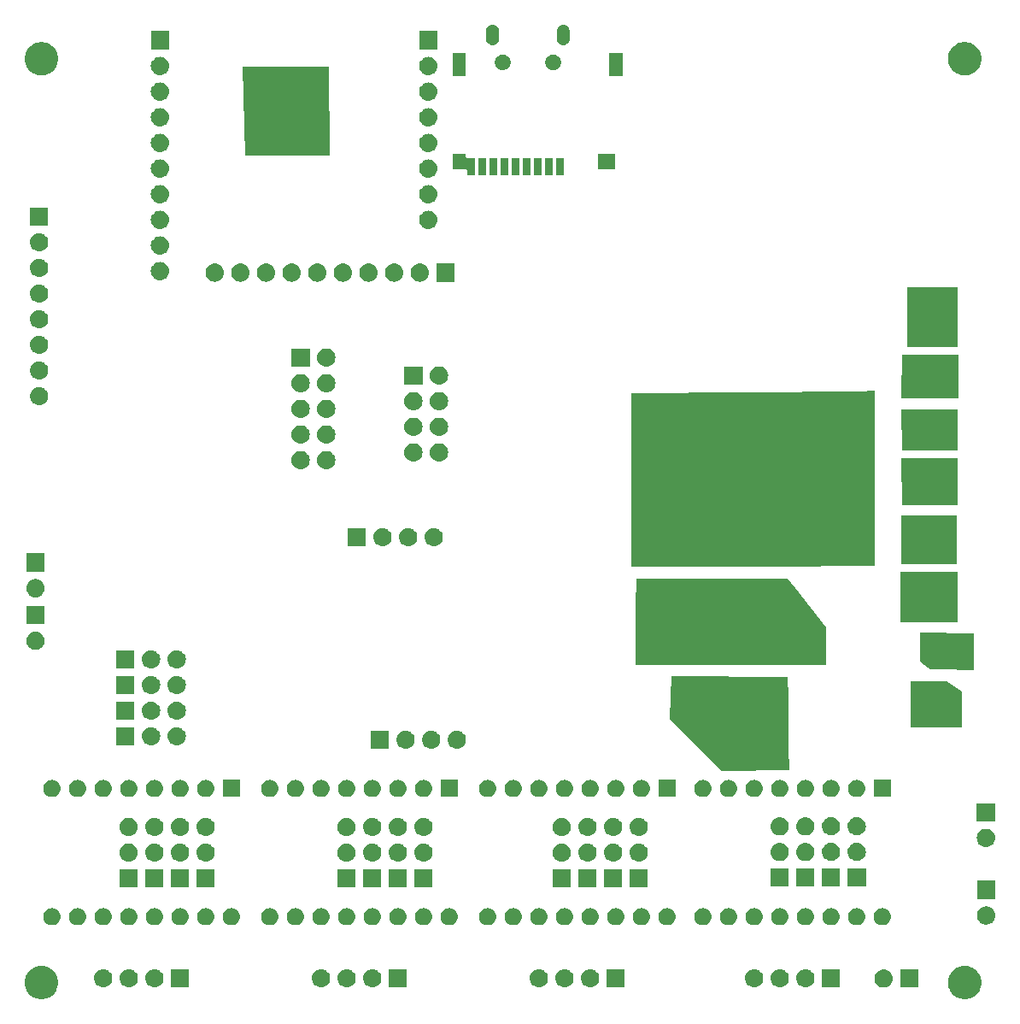
<source format=gbs>
G04 #@! TF.GenerationSoftware,KiCad,Pcbnew,5.0.2-bee76a0~70~ubuntu18.04.1*
G04 #@! TF.CreationDate,2019-05-30T11:23:20+09:00*
G04 #@! TF.ProjectId,MRR_ESPE,4d52525f-4553-4504-952e-6b696361645f,v0.1*
G04 #@! TF.SameCoordinates,Original*
G04 #@! TF.FileFunction,Soldermask,Bot*
G04 #@! TF.FilePolarity,Negative*
%FSLAX46Y46*%
G04 Gerber Fmt 4.6, Leading zero omitted, Abs format (unit mm)*
G04 Created by KiCad (PCBNEW 5.0.2-bee76a0~70~ubuntu18.04.1) date Thu 30 May 2019 11:23:20 AM JST*
%MOMM*%
%LPD*%
G01*
G04 APERTURE LIST*
%ADD10C,0.100000*%
G04 APERTURE END LIST*
D10*
G36*
X140875256Y-130891298D02*
X140981579Y-130912447D01*
X141282042Y-131036903D01*
X141494705Y-131179000D01*
X141552454Y-131217587D01*
X141782413Y-131447546D01*
X141782415Y-131447549D01*
X141882283Y-131597011D01*
X141963098Y-131717960D01*
X141969549Y-131733534D01*
X142048184Y-131923375D01*
X142087553Y-132018422D01*
X142151000Y-132337389D01*
X142151000Y-132662611D01*
X142135569Y-132740185D01*
X142087553Y-132981579D01*
X141999550Y-133194037D01*
X141963098Y-133282040D01*
X141782413Y-133552454D01*
X141552454Y-133782413D01*
X141552451Y-133782415D01*
X141282042Y-133963097D01*
X140981579Y-134087553D01*
X140875256Y-134108702D01*
X140662611Y-134151000D01*
X140337389Y-134151000D01*
X140124744Y-134108702D01*
X140018421Y-134087553D01*
X139717958Y-133963097D01*
X139447549Y-133782415D01*
X139447546Y-133782413D01*
X139217587Y-133552454D01*
X139036902Y-133282040D01*
X139000450Y-133194037D01*
X138912447Y-132981579D01*
X138864431Y-132740185D01*
X138849000Y-132662611D01*
X138849000Y-132337389D01*
X138912447Y-132018422D01*
X138951817Y-131923375D01*
X139030451Y-131733534D01*
X139036902Y-131717960D01*
X139117718Y-131597011D01*
X139217585Y-131447549D01*
X139217587Y-131447546D01*
X139447546Y-131217587D01*
X139505295Y-131179000D01*
X139717958Y-131036903D01*
X140018421Y-130912447D01*
X140124744Y-130891298D01*
X140337389Y-130849000D01*
X140662611Y-130849000D01*
X140875256Y-130891298D01*
X140875256Y-130891298D01*
G37*
G36*
X49375256Y-130891298D02*
X49481579Y-130912447D01*
X49782042Y-131036903D01*
X49994705Y-131179000D01*
X50052454Y-131217587D01*
X50282413Y-131447546D01*
X50282415Y-131447549D01*
X50382283Y-131597011D01*
X50463098Y-131717960D01*
X50469549Y-131733534D01*
X50548184Y-131923375D01*
X50587553Y-132018422D01*
X50651000Y-132337389D01*
X50651000Y-132662611D01*
X50635569Y-132740185D01*
X50587553Y-132981579D01*
X50499550Y-133194037D01*
X50463098Y-133282040D01*
X50282413Y-133552454D01*
X50052454Y-133782413D01*
X50052451Y-133782415D01*
X49782042Y-133963097D01*
X49481579Y-134087553D01*
X49375256Y-134108702D01*
X49162611Y-134151000D01*
X48837389Y-134151000D01*
X48624744Y-134108702D01*
X48518421Y-134087553D01*
X48217958Y-133963097D01*
X47947549Y-133782415D01*
X47947546Y-133782413D01*
X47717587Y-133552454D01*
X47536902Y-133282040D01*
X47500450Y-133194037D01*
X47412447Y-132981579D01*
X47364431Y-132740185D01*
X47349000Y-132662611D01*
X47349000Y-132337389D01*
X47412447Y-132018422D01*
X47451817Y-131923375D01*
X47530451Y-131733534D01*
X47536902Y-131717960D01*
X47617718Y-131597011D01*
X47717585Y-131447549D01*
X47717587Y-131447546D01*
X47947546Y-131217587D01*
X48005295Y-131179000D01*
X48217958Y-131036903D01*
X48518421Y-130912447D01*
X48624744Y-130891298D01*
X48837389Y-130849000D01*
X49162611Y-130849000D01*
X49375256Y-130891298D01*
X49375256Y-130891298D01*
G37*
G36*
X135901000Y-133001000D02*
X134099000Y-133001000D01*
X134099000Y-131199000D01*
X135901000Y-131199000D01*
X135901000Y-133001000D01*
X135901000Y-133001000D01*
G37*
G36*
X132570443Y-131205519D02*
X132636627Y-131212037D01*
X132740535Y-131243557D01*
X132806467Y-131263557D01*
X132925572Y-131327221D01*
X132962991Y-131347222D01*
X132998729Y-131376552D01*
X133100186Y-131459814D01*
X133183448Y-131561271D01*
X133212778Y-131597009D01*
X133212779Y-131597011D01*
X133296443Y-131753533D01*
X133296443Y-131753534D01*
X133347963Y-131923373D01*
X133365359Y-132100000D01*
X133347963Y-132276627D01*
X133329531Y-132337389D01*
X133296443Y-132446467D01*
X133223469Y-132582989D01*
X133212778Y-132602991D01*
X133183448Y-132638729D01*
X133100186Y-132740186D01*
X132998729Y-132823448D01*
X132962991Y-132852778D01*
X132962989Y-132852779D01*
X132806467Y-132936443D01*
X132749853Y-132953616D01*
X132636627Y-132987963D01*
X132570443Y-132994481D01*
X132504260Y-133001000D01*
X132415740Y-133001000D01*
X132349557Y-132994481D01*
X132283373Y-132987963D01*
X132170147Y-132953616D01*
X132113533Y-132936443D01*
X131957011Y-132852779D01*
X131957009Y-132852778D01*
X131921271Y-132823448D01*
X131819814Y-132740186D01*
X131736552Y-132638729D01*
X131707222Y-132602991D01*
X131696531Y-132582989D01*
X131623557Y-132446467D01*
X131590469Y-132337389D01*
X131572037Y-132276627D01*
X131554641Y-132100000D01*
X131572037Y-131923373D01*
X131623557Y-131753534D01*
X131623557Y-131753533D01*
X131707221Y-131597011D01*
X131707222Y-131597009D01*
X131736552Y-131561271D01*
X131819814Y-131459814D01*
X131921271Y-131376552D01*
X131957009Y-131347222D01*
X131994428Y-131327221D01*
X132113533Y-131263557D01*
X132179465Y-131243557D01*
X132283373Y-131212037D01*
X132349557Y-131205519D01*
X132415740Y-131199000D01*
X132504260Y-131199000D01*
X132570443Y-131205519D01*
X132570443Y-131205519D01*
G37*
G36*
X63639000Y-132981000D02*
X61837000Y-132981000D01*
X61837000Y-131179000D01*
X63639000Y-131179000D01*
X63639000Y-132981000D01*
X63639000Y-132981000D01*
G37*
G36*
X60308442Y-131185518D02*
X60374627Y-131192037D01*
X60458854Y-131217587D01*
X60544467Y-131243557D01*
X60683087Y-131317652D01*
X60700991Y-131327222D01*
X60725361Y-131347222D01*
X60838186Y-131439814D01*
X60921448Y-131541271D01*
X60950778Y-131577009D01*
X60950779Y-131577011D01*
X61034443Y-131733533D01*
X61034443Y-131733534D01*
X61085963Y-131903373D01*
X61103359Y-132080000D01*
X61085963Y-132256627D01*
X61051616Y-132369853D01*
X61034443Y-132426467D01*
X60960348Y-132565087D01*
X60950778Y-132582991D01*
X60934366Y-132602989D01*
X60838186Y-132720186D01*
X60736729Y-132803448D01*
X60700991Y-132832778D01*
X60700989Y-132832779D01*
X60544467Y-132916443D01*
X60487853Y-132933616D01*
X60374627Y-132967963D01*
X60308443Y-132974481D01*
X60242260Y-132981000D01*
X60153740Y-132981000D01*
X60087557Y-132974481D01*
X60021373Y-132967963D01*
X59908147Y-132933616D01*
X59851533Y-132916443D01*
X59695011Y-132832779D01*
X59695009Y-132832778D01*
X59659271Y-132803448D01*
X59557814Y-132720186D01*
X59461634Y-132602989D01*
X59445222Y-132582991D01*
X59435652Y-132565087D01*
X59361557Y-132426467D01*
X59344384Y-132369853D01*
X59310037Y-132256627D01*
X59292641Y-132080000D01*
X59310037Y-131903373D01*
X59361557Y-131733534D01*
X59361557Y-131733533D01*
X59445221Y-131577011D01*
X59445222Y-131577009D01*
X59474552Y-131541271D01*
X59557814Y-131439814D01*
X59670639Y-131347222D01*
X59695009Y-131327222D01*
X59712913Y-131317652D01*
X59851533Y-131243557D01*
X59937146Y-131217587D01*
X60021373Y-131192037D01*
X60087558Y-131185518D01*
X60153740Y-131179000D01*
X60242260Y-131179000D01*
X60308442Y-131185518D01*
X60308442Y-131185518D01*
G37*
G36*
X98408442Y-131185518D02*
X98474627Y-131192037D01*
X98558854Y-131217587D01*
X98644467Y-131243557D01*
X98783087Y-131317652D01*
X98800991Y-131327222D01*
X98825361Y-131347222D01*
X98938186Y-131439814D01*
X99021448Y-131541271D01*
X99050778Y-131577009D01*
X99050779Y-131577011D01*
X99134443Y-131733533D01*
X99134443Y-131733534D01*
X99185963Y-131903373D01*
X99203359Y-132080000D01*
X99185963Y-132256627D01*
X99151616Y-132369853D01*
X99134443Y-132426467D01*
X99060348Y-132565087D01*
X99050778Y-132582991D01*
X99034366Y-132602989D01*
X98938186Y-132720186D01*
X98836729Y-132803448D01*
X98800991Y-132832778D01*
X98800989Y-132832779D01*
X98644467Y-132916443D01*
X98587853Y-132933616D01*
X98474627Y-132967963D01*
X98408443Y-132974481D01*
X98342260Y-132981000D01*
X98253740Y-132981000D01*
X98187557Y-132974481D01*
X98121373Y-132967963D01*
X98008147Y-132933616D01*
X97951533Y-132916443D01*
X97795011Y-132832779D01*
X97795009Y-132832778D01*
X97759271Y-132803448D01*
X97657814Y-132720186D01*
X97561634Y-132602989D01*
X97545222Y-132582991D01*
X97535652Y-132565087D01*
X97461557Y-132426467D01*
X97444384Y-132369853D01*
X97410037Y-132256627D01*
X97392641Y-132080000D01*
X97410037Y-131903373D01*
X97461557Y-131733534D01*
X97461557Y-131733533D01*
X97545221Y-131577011D01*
X97545222Y-131577009D01*
X97574552Y-131541271D01*
X97657814Y-131439814D01*
X97770639Y-131347222D01*
X97795009Y-131327222D01*
X97812913Y-131317652D01*
X97951533Y-131243557D01*
X98037146Y-131217587D01*
X98121373Y-131192037D01*
X98187558Y-131185518D01*
X98253740Y-131179000D01*
X98342260Y-131179000D01*
X98408442Y-131185518D01*
X98408442Y-131185518D01*
G37*
G36*
X100948442Y-131185518D02*
X101014627Y-131192037D01*
X101098854Y-131217587D01*
X101184467Y-131243557D01*
X101323087Y-131317652D01*
X101340991Y-131327222D01*
X101365361Y-131347222D01*
X101478186Y-131439814D01*
X101561448Y-131541271D01*
X101590778Y-131577009D01*
X101590779Y-131577011D01*
X101674443Y-131733533D01*
X101674443Y-131733534D01*
X101725963Y-131903373D01*
X101743359Y-132080000D01*
X101725963Y-132256627D01*
X101691616Y-132369853D01*
X101674443Y-132426467D01*
X101600348Y-132565087D01*
X101590778Y-132582991D01*
X101574366Y-132602989D01*
X101478186Y-132720186D01*
X101376729Y-132803448D01*
X101340991Y-132832778D01*
X101340989Y-132832779D01*
X101184467Y-132916443D01*
X101127853Y-132933616D01*
X101014627Y-132967963D01*
X100948443Y-132974481D01*
X100882260Y-132981000D01*
X100793740Y-132981000D01*
X100727557Y-132974481D01*
X100661373Y-132967963D01*
X100548147Y-132933616D01*
X100491533Y-132916443D01*
X100335011Y-132832779D01*
X100335009Y-132832778D01*
X100299271Y-132803448D01*
X100197814Y-132720186D01*
X100101634Y-132602989D01*
X100085222Y-132582991D01*
X100075652Y-132565087D01*
X100001557Y-132426467D01*
X99984384Y-132369853D01*
X99950037Y-132256627D01*
X99932641Y-132080000D01*
X99950037Y-131903373D01*
X100001557Y-131733534D01*
X100001557Y-131733533D01*
X100085221Y-131577011D01*
X100085222Y-131577009D01*
X100114552Y-131541271D01*
X100197814Y-131439814D01*
X100310639Y-131347222D01*
X100335009Y-131327222D01*
X100352913Y-131317652D01*
X100491533Y-131243557D01*
X100577146Y-131217587D01*
X100661373Y-131192037D01*
X100727558Y-131185518D01*
X100793740Y-131179000D01*
X100882260Y-131179000D01*
X100948442Y-131185518D01*
X100948442Y-131185518D01*
G37*
G36*
X103488442Y-131185518D02*
X103554627Y-131192037D01*
X103638854Y-131217587D01*
X103724467Y-131243557D01*
X103863087Y-131317652D01*
X103880991Y-131327222D01*
X103905361Y-131347222D01*
X104018186Y-131439814D01*
X104101448Y-131541271D01*
X104130778Y-131577009D01*
X104130779Y-131577011D01*
X104214443Y-131733533D01*
X104214443Y-131733534D01*
X104265963Y-131903373D01*
X104283359Y-132080000D01*
X104265963Y-132256627D01*
X104231616Y-132369853D01*
X104214443Y-132426467D01*
X104140348Y-132565087D01*
X104130778Y-132582991D01*
X104114366Y-132602989D01*
X104018186Y-132720186D01*
X103916729Y-132803448D01*
X103880991Y-132832778D01*
X103880989Y-132832779D01*
X103724467Y-132916443D01*
X103667853Y-132933616D01*
X103554627Y-132967963D01*
X103488443Y-132974481D01*
X103422260Y-132981000D01*
X103333740Y-132981000D01*
X103267557Y-132974481D01*
X103201373Y-132967963D01*
X103088147Y-132933616D01*
X103031533Y-132916443D01*
X102875011Y-132832779D01*
X102875009Y-132832778D01*
X102839271Y-132803448D01*
X102737814Y-132720186D01*
X102641634Y-132602989D01*
X102625222Y-132582991D01*
X102615652Y-132565087D01*
X102541557Y-132426467D01*
X102524384Y-132369853D01*
X102490037Y-132256627D01*
X102472641Y-132080000D01*
X102490037Y-131903373D01*
X102541557Y-131733534D01*
X102541557Y-131733533D01*
X102625221Y-131577011D01*
X102625222Y-131577009D01*
X102654552Y-131541271D01*
X102737814Y-131439814D01*
X102850639Y-131347222D01*
X102875009Y-131327222D01*
X102892913Y-131317652D01*
X103031533Y-131243557D01*
X103117146Y-131217587D01*
X103201373Y-131192037D01*
X103267558Y-131185518D01*
X103333740Y-131179000D01*
X103422260Y-131179000D01*
X103488442Y-131185518D01*
X103488442Y-131185518D01*
G37*
G36*
X106819000Y-132981000D02*
X105017000Y-132981000D01*
X105017000Y-131179000D01*
X106819000Y-131179000D01*
X106819000Y-132981000D01*
X106819000Y-132981000D01*
G37*
G36*
X76818442Y-131185518D02*
X76884627Y-131192037D01*
X76968854Y-131217587D01*
X77054467Y-131243557D01*
X77193087Y-131317652D01*
X77210991Y-131327222D01*
X77235361Y-131347222D01*
X77348186Y-131439814D01*
X77431448Y-131541271D01*
X77460778Y-131577009D01*
X77460779Y-131577011D01*
X77544443Y-131733533D01*
X77544443Y-131733534D01*
X77595963Y-131903373D01*
X77613359Y-132080000D01*
X77595963Y-132256627D01*
X77561616Y-132369853D01*
X77544443Y-132426467D01*
X77470348Y-132565087D01*
X77460778Y-132582991D01*
X77444366Y-132602989D01*
X77348186Y-132720186D01*
X77246729Y-132803448D01*
X77210991Y-132832778D01*
X77210989Y-132832779D01*
X77054467Y-132916443D01*
X76997853Y-132933616D01*
X76884627Y-132967963D01*
X76818443Y-132974481D01*
X76752260Y-132981000D01*
X76663740Y-132981000D01*
X76597557Y-132974481D01*
X76531373Y-132967963D01*
X76418147Y-132933616D01*
X76361533Y-132916443D01*
X76205011Y-132832779D01*
X76205009Y-132832778D01*
X76169271Y-132803448D01*
X76067814Y-132720186D01*
X75971634Y-132602989D01*
X75955222Y-132582991D01*
X75945652Y-132565087D01*
X75871557Y-132426467D01*
X75854384Y-132369853D01*
X75820037Y-132256627D01*
X75802641Y-132080000D01*
X75820037Y-131903373D01*
X75871557Y-131733534D01*
X75871557Y-131733533D01*
X75955221Y-131577011D01*
X75955222Y-131577009D01*
X75984552Y-131541271D01*
X76067814Y-131439814D01*
X76180639Y-131347222D01*
X76205009Y-131327222D01*
X76222913Y-131317652D01*
X76361533Y-131243557D01*
X76447146Y-131217587D01*
X76531373Y-131192037D01*
X76597558Y-131185518D01*
X76663740Y-131179000D01*
X76752260Y-131179000D01*
X76818442Y-131185518D01*
X76818442Y-131185518D01*
G37*
G36*
X79358442Y-131185518D02*
X79424627Y-131192037D01*
X79508854Y-131217587D01*
X79594467Y-131243557D01*
X79733087Y-131317652D01*
X79750991Y-131327222D01*
X79775361Y-131347222D01*
X79888186Y-131439814D01*
X79971448Y-131541271D01*
X80000778Y-131577009D01*
X80000779Y-131577011D01*
X80084443Y-131733533D01*
X80084443Y-131733534D01*
X80135963Y-131903373D01*
X80153359Y-132080000D01*
X80135963Y-132256627D01*
X80101616Y-132369853D01*
X80084443Y-132426467D01*
X80010348Y-132565087D01*
X80000778Y-132582991D01*
X79984366Y-132602989D01*
X79888186Y-132720186D01*
X79786729Y-132803448D01*
X79750991Y-132832778D01*
X79750989Y-132832779D01*
X79594467Y-132916443D01*
X79537853Y-132933616D01*
X79424627Y-132967963D01*
X79358443Y-132974481D01*
X79292260Y-132981000D01*
X79203740Y-132981000D01*
X79137557Y-132974481D01*
X79071373Y-132967963D01*
X78958147Y-132933616D01*
X78901533Y-132916443D01*
X78745011Y-132832779D01*
X78745009Y-132832778D01*
X78709271Y-132803448D01*
X78607814Y-132720186D01*
X78511634Y-132602989D01*
X78495222Y-132582991D01*
X78485652Y-132565087D01*
X78411557Y-132426467D01*
X78394384Y-132369853D01*
X78360037Y-132256627D01*
X78342641Y-132080000D01*
X78360037Y-131903373D01*
X78411557Y-131733534D01*
X78411557Y-131733533D01*
X78495221Y-131577011D01*
X78495222Y-131577009D01*
X78524552Y-131541271D01*
X78607814Y-131439814D01*
X78720639Y-131347222D01*
X78745009Y-131327222D01*
X78762913Y-131317652D01*
X78901533Y-131243557D01*
X78987146Y-131217587D01*
X79071373Y-131192037D01*
X79137558Y-131185518D01*
X79203740Y-131179000D01*
X79292260Y-131179000D01*
X79358442Y-131185518D01*
X79358442Y-131185518D01*
G37*
G36*
X57768442Y-131185518D02*
X57834627Y-131192037D01*
X57918854Y-131217587D01*
X58004467Y-131243557D01*
X58143087Y-131317652D01*
X58160991Y-131327222D01*
X58185361Y-131347222D01*
X58298186Y-131439814D01*
X58381448Y-131541271D01*
X58410778Y-131577009D01*
X58410779Y-131577011D01*
X58494443Y-131733533D01*
X58494443Y-131733534D01*
X58545963Y-131903373D01*
X58563359Y-132080000D01*
X58545963Y-132256627D01*
X58511616Y-132369853D01*
X58494443Y-132426467D01*
X58420348Y-132565087D01*
X58410778Y-132582991D01*
X58394366Y-132602989D01*
X58298186Y-132720186D01*
X58196729Y-132803448D01*
X58160991Y-132832778D01*
X58160989Y-132832779D01*
X58004467Y-132916443D01*
X57947853Y-132933616D01*
X57834627Y-132967963D01*
X57768443Y-132974481D01*
X57702260Y-132981000D01*
X57613740Y-132981000D01*
X57547557Y-132974481D01*
X57481373Y-132967963D01*
X57368147Y-132933616D01*
X57311533Y-132916443D01*
X57155011Y-132832779D01*
X57155009Y-132832778D01*
X57119271Y-132803448D01*
X57017814Y-132720186D01*
X56921634Y-132602989D01*
X56905222Y-132582991D01*
X56895652Y-132565087D01*
X56821557Y-132426467D01*
X56804384Y-132369853D01*
X56770037Y-132256627D01*
X56752641Y-132080000D01*
X56770037Y-131903373D01*
X56821557Y-131733534D01*
X56821557Y-131733533D01*
X56905221Y-131577011D01*
X56905222Y-131577009D01*
X56934552Y-131541271D01*
X57017814Y-131439814D01*
X57130639Y-131347222D01*
X57155009Y-131327222D01*
X57172913Y-131317652D01*
X57311533Y-131243557D01*
X57397146Y-131217587D01*
X57481373Y-131192037D01*
X57547558Y-131185518D01*
X57613740Y-131179000D01*
X57702260Y-131179000D01*
X57768442Y-131185518D01*
X57768442Y-131185518D01*
G37*
G36*
X119744442Y-131185518D02*
X119810627Y-131192037D01*
X119894854Y-131217587D01*
X119980467Y-131243557D01*
X120119087Y-131317652D01*
X120136991Y-131327222D01*
X120161361Y-131347222D01*
X120274186Y-131439814D01*
X120357448Y-131541271D01*
X120386778Y-131577009D01*
X120386779Y-131577011D01*
X120470443Y-131733533D01*
X120470443Y-131733534D01*
X120521963Y-131903373D01*
X120539359Y-132080000D01*
X120521963Y-132256627D01*
X120487616Y-132369853D01*
X120470443Y-132426467D01*
X120396348Y-132565087D01*
X120386778Y-132582991D01*
X120370366Y-132602989D01*
X120274186Y-132720186D01*
X120172729Y-132803448D01*
X120136991Y-132832778D01*
X120136989Y-132832779D01*
X119980467Y-132916443D01*
X119923853Y-132933616D01*
X119810627Y-132967963D01*
X119744443Y-132974481D01*
X119678260Y-132981000D01*
X119589740Y-132981000D01*
X119523557Y-132974481D01*
X119457373Y-132967963D01*
X119344147Y-132933616D01*
X119287533Y-132916443D01*
X119131011Y-132832779D01*
X119131009Y-132832778D01*
X119095271Y-132803448D01*
X118993814Y-132720186D01*
X118897634Y-132602989D01*
X118881222Y-132582991D01*
X118871652Y-132565087D01*
X118797557Y-132426467D01*
X118780384Y-132369853D01*
X118746037Y-132256627D01*
X118728641Y-132080000D01*
X118746037Y-131903373D01*
X118797557Y-131733534D01*
X118797557Y-131733533D01*
X118881221Y-131577011D01*
X118881222Y-131577009D01*
X118910552Y-131541271D01*
X118993814Y-131439814D01*
X119106639Y-131347222D01*
X119131009Y-131327222D01*
X119148913Y-131317652D01*
X119287533Y-131243557D01*
X119373146Y-131217587D01*
X119457373Y-131192037D01*
X119523558Y-131185518D01*
X119589740Y-131179000D01*
X119678260Y-131179000D01*
X119744442Y-131185518D01*
X119744442Y-131185518D01*
G37*
G36*
X122284442Y-131185518D02*
X122350627Y-131192037D01*
X122434854Y-131217587D01*
X122520467Y-131243557D01*
X122659087Y-131317652D01*
X122676991Y-131327222D01*
X122701361Y-131347222D01*
X122814186Y-131439814D01*
X122897448Y-131541271D01*
X122926778Y-131577009D01*
X122926779Y-131577011D01*
X123010443Y-131733533D01*
X123010443Y-131733534D01*
X123061963Y-131903373D01*
X123079359Y-132080000D01*
X123061963Y-132256627D01*
X123027616Y-132369853D01*
X123010443Y-132426467D01*
X122936348Y-132565087D01*
X122926778Y-132582991D01*
X122910366Y-132602989D01*
X122814186Y-132720186D01*
X122712729Y-132803448D01*
X122676991Y-132832778D01*
X122676989Y-132832779D01*
X122520467Y-132916443D01*
X122463853Y-132933616D01*
X122350627Y-132967963D01*
X122284443Y-132974481D01*
X122218260Y-132981000D01*
X122129740Y-132981000D01*
X122063557Y-132974481D01*
X121997373Y-132967963D01*
X121884147Y-132933616D01*
X121827533Y-132916443D01*
X121671011Y-132832779D01*
X121671009Y-132832778D01*
X121635271Y-132803448D01*
X121533814Y-132720186D01*
X121437634Y-132602989D01*
X121421222Y-132582991D01*
X121411652Y-132565087D01*
X121337557Y-132426467D01*
X121320384Y-132369853D01*
X121286037Y-132256627D01*
X121268641Y-132080000D01*
X121286037Y-131903373D01*
X121337557Y-131733534D01*
X121337557Y-131733533D01*
X121421221Y-131577011D01*
X121421222Y-131577009D01*
X121450552Y-131541271D01*
X121533814Y-131439814D01*
X121646639Y-131347222D01*
X121671009Y-131327222D01*
X121688913Y-131317652D01*
X121827533Y-131243557D01*
X121913146Y-131217587D01*
X121997373Y-131192037D01*
X122063558Y-131185518D01*
X122129740Y-131179000D01*
X122218260Y-131179000D01*
X122284442Y-131185518D01*
X122284442Y-131185518D01*
G37*
G36*
X124824442Y-131185518D02*
X124890627Y-131192037D01*
X124974854Y-131217587D01*
X125060467Y-131243557D01*
X125199087Y-131317652D01*
X125216991Y-131327222D01*
X125241361Y-131347222D01*
X125354186Y-131439814D01*
X125437448Y-131541271D01*
X125466778Y-131577009D01*
X125466779Y-131577011D01*
X125550443Y-131733533D01*
X125550443Y-131733534D01*
X125601963Y-131903373D01*
X125619359Y-132080000D01*
X125601963Y-132256627D01*
X125567616Y-132369853D01*
X125550443Y-132426467D01*
X125476348Y-132565087D01*
X125466778Y-132582991D01*
X125450366Y-132602989D01*
X125354186Y-132720186D01*
X125252729Y-132803448D01*
X125216991Y-132832778D01*
X125216989Y-132832779D01*
X125060467Y-132916443D01*
X125003853Y-132933616D01*
X124890627Y-132967963D01*
X124824443Y-132974481D01*
X124758260Y-132981000D01*
X124669740Y-132981000D01*
X124603557Y-132974481D01*
X124537373Y-132967963D01*
X124424147Y-132933616D01*
X124367533Y-132916443D01*
X124211011Y-132832779D01*
X124211009Y-132832778D01*
X124175271Y-132803448D01*
X124073814Y-132720186D01*
X123977634Y-132602989D01*
X123961222Y-132582991D01*
X123951652Y-132565087D01*
X123877557Y-132426467D01*
X123860384Y-132369853D01*
X123826037Y-132256627D01*
X123808641Y-132080000D01*
X123826037Y-131903373D01*
X123877557Y-131733534D01*
X123877557Y-131733533D01*
X123961221Y-131577011D01*
X123961222Y-131577009D01*
X123990552Y-131541271D01*
X124073814Y-131439814D01*
X124186639Y-131347222D01*
X124211009Y-131327222D01*
X124228913Y-131317652D01*
X124367533Y-131243557D01*
X124453146Y-131217587D01*
X124537373Y-131192037D01*
X124603558Y-131185518D01*
X124669740Y-131179000D01*
X124758260Y-131179000D01*
X124824442Y-131185518D01*
X124824442Y-131185518D01*
G37*
G36*
X128155000Y-132981000D02*
X126353000Y-132981000D01*
X126353000Y-131179000D01*
X128155000Y-131179000D01*
X128155000Y-132981000D01*
X128155000Y-132981000D01*
G37*
G36*
X81898442Y-131185518D02*
X81964627Y-131192037D01*
X82048854Y-131217587D01*
X82134467Y-131243557D01*
X82273087Y-131317652D01*
X82290991Y-131327222D01*
X82315361Y-131347222D01*
X82428186Y-131439814D01*
X82511448Y-131541271D01*
X82540778Y-131577009D01*
X82540779Y-131577011D01*
X82624443Y-131733533D01*
X82624443Y-131733534D01*
X82675963Y-131903373D01*
X82693359Y-132080000D01*
X82675963Y-132256627D01*
X82641616Y-132369853D01*
X82624443Y-132426467D01*
X82550348Y-132565087D01*
X82540778Y-132582991D01*
X82524366Y-132602989D01*
X82428186Y-132720186D01*
X82326729Y-132803448D01*
X82290991Y-132832778D01*
X82290989Y-132832779D01*
X82134467Y-132916443D01*
X82077853Y-132933616D01*
X81964627Y-132967963D01*
X81898443Y-132974481D01*
X81832260Y-132981000D01*
X81743740Y-132981000D01*
X81677557Y-132974481D01*
X81611373Y-132967963D01*
X81498147Y-132933616D01*
X81441533Y-132916443D01*
X81285011Y-132832779D01*
X81285009Y-132832778D01*
X81249271Y-132803448D01*
X81147814Y-132720186D01*
X81051634Y-132602989D01*
X81035222Y-132582991D01*
X81025652Y-132565087D01*
X80951557Y-132426467D01*
X80934384Y-132369853D01*
X80900037Y-132256627D01*
X80882641Y-132080000D01*
X80900037Y-131903373D01*
X80951557Y-131733534D01*
X80951557Y-131733533D01*
X81035221Y-131577011D01*
X81035222Y-131577009D01*
X81064552Y-131541271D01*
X81147814Y-131439814D01*
X81260639Y-131347222D01*
X81285009Y-131327222D01*
X81302913Y-131317652D01*
X81441533Y-131243557D01*
X81527146Y-131217587D01*
X81611373Y-131192037D01*
X81677558Y-131185518D01*
X81743740Y-131179000D01*
X81832260Y-131179000D01*
X81898442Y-131185518D01*
X81898442Y-131185518D01*
G37*
G36*
X55228442Y-131185518D02*
X55294627Y-131192037D01*
X55378854Y-131217587D01*
X55464467Y-131243557D01*
X55603087Y-131317652D01*
X55620991Y-131327222D01*
X55645361Y-131347222D01*
X55758186Y-131439814D01*
X55841448Y-131541271D01*
X55870778Y-131577009D01*
X55870779Y-131577011D01*
X55954443Y-131733533D01*
X55954443Y-131733534D01*
X56005963Y-131903373D01*
X56023359Y-132080000D01*
X56005963Y-132256627D01*
X55971616Y-132369853D01*
X55954443Y-132426467D01*
X55880348Y-132565087D01*
X55870778Y-132582991D01*
X55854366Y-132602989D01*
X55758186Y-132720186D01*
X55656729Y-132803448D01*
X55620991Y-132832778D01*
X55620989Y-132832779D01*
X55464467Y-132916443D01*
X55407853Y-132933616D01*
X55294627Y-132967963D01*
X55228443Y-132974481D01*
X55162260Y-132981000D01*
X55073740Y-132981000D01*
X55007557Y-132974481D01*
X54941373Y-132967963D01*
X54828147Y-132933616D01*
X54771533Y-132916443D01*
X54615011Y-132832779D01*
X54615009Y-132832778D01*
X54579271Y-132803448D01*
X54477814Y-132720186D01*
X54381634Y-132602989D01*
X54365222Y-132582991D01*
X54355652Y-132565087D01*
X54281557Y-132426467D01*
X54264384Y-132369853D01*
X54230037Y-132256627D01*
X54212641Y-132080000D01*
X54230037Y-131903373D01*
X54281557Y-131733534D01*
X54281557Y-131733533D01*
X54365221Y-131577011D01*
X54365222Y-131577009D01*
X54394552Y-131541271D01*
X54477814Y-131439814D01*
X54590639Y-131347222D01*
X54615009Y-131327222D01*
X54632913Y-131317652D01*
X54771533Y-131243557D01*
X54857146Y-131217587D01*
X54941373Y-131192037D01*
X55007558Y-131185518D01*
X55073740Y-131179000D01*
X55162260Y-131179000D01*
X55228442Y-131185518D01*
X55228442Y-131185518D01*
G37*
G36*
X85229000Y-132981000D02*
X83427000Y-132981000D01*
X83427000Y-131179000D01*
X85229000Y-131179000D01*
X85229000Y-132981000D01*
X85229000Y-132981000D01*
G37*
G36*
X55284821Y-125145313D02*
X55284824Y-125145314D01*
X55284825Y-125145314D01*
X55445239Y-125193975D01*
X55445241Y-125193976D01*
X55445244Y-125193977D01*
X55593078Y-125272995D01*
X55722659Y-125379341D01*
X55829005Y-125508922D01*
X55908023Y-125656756D01*
X55956687Y-125817179D01*
X55973117Y-125984000D01*
X55956687Y-126150821D01*
X55956686Y-126150824D01*
X55956686Y-126150825D01*
X55938291Y-126211466D01*
X55908023Y-126311244D01*
X55829005Y-126459078D01*
X55722659Y-126588659D01*
X55593078Y-126695005D01*
X55445244Y-126774023D01*
X55445241Y-126774024D01*
X55445239Y-126774025D01*
X55284825Y-126822686D01*
X55284824Y-126822686D01*
X55284821Y-126822687D01*
X55159804Y-126835000D01*
X55076196Y-126835000D01*
X54951179Y-126822687D01*
X54951176Y-126822686D01*
X54951175Y-126822686D01*
X54790761Y-126774025D01*
X54790759Y-126774024D01*
X54790756Y-126774023D01*
X54642922Y-126695005D01*
X54513341Y-126588659D01*
X54406995Y-126459078D01*
X54327977Y-126311244D01*
X54297710Y-126211466D01*
X54279314Y-126150825D01*
X54279314Y-126150824D01*
X54279313Y-126150821D01*
X54262883Y-125984000D01*
X54279313Y-125817179D01*
X54327977Y-125656756D01*
X54406995Y-125508922D01*
X54513341Y-125379341D01*
X54642922Y-125272995D01*
X54790756Y-125193977D01*
X54790759Y-125193976D01*
X54790761Y-125193975D01*
X54951175Y-125145314D01*
X54951176Y-125145314D01*
X54951179Y-125145313D01*
X55076196Y-125133000D01*
X55159804Y-125133000D01*
X55284821Y-125145313D01*
X55284821Y-125145313D01*
G37*
G36*
X67984821Y-125145313D02*
X67984824Y-125145314D01*
X67984825Y-125145314D01*
X68145239Y-125193975D01*
X68145241Y-125193976D01*
X68145244Y-125193977D01*
X68293078Y-125272995D01*
X68422659Y-125379341D01*
X68529005Y-125508922D01*
X68608023Y-125656756D01*
X68656687Y-125817179D01*
X68673117Y-125984000D01*
X68656687Y-126150821D01*
X68656686Y-126150824D01*
X68656686Y-126150825D01*
X68638291Y-126211466D01*
X68608023Y-126311244D01*
X68529005Y-126459078D01*
X68422659Y-126588659D01*
X68293078Y-126695005D01*
X68145244Y-126774023D01*
X68145241Y-126774024D01*
X68145239Y-126774025D01*
X67984825Y-126822686D01*
X67984824Y-126822686D01*
X67984821Y-126822687D01*
X67859804Y-126835000D01*
X67776196Y-126835000D01*
X67651179Y-126822687D01*
X67651176Y-126822686D01*
X67651175Y-126822686D01*
X67490761Y-126774025D01*
X67490759Y-126774024D01*
X67490756Y-126774023D01*
X67342922Y-126695005D01*
X67213341Y-126588659D01*
X67106995Y-126459078D01*
X67027977Y-126311244D01*
X66997710Y-126211466D01*
X66979314Y-126150825D01*
X66979314Y-126150824D01*
X66979313Y-126150821D01*
X66962883Y-125984000D01*
X66979313Y-125817179D01*
X67027977Y-125656756D01*
X67106995Y-125508922D01*
X67213341Y-125379341D01*
X67342922Y-125272995D01*
X67490756Y-125193977D01*
X67490759Y-125193976D01*
X67490761Y-125193975D01*
X67651175Y-125145314D01*
X67651176Y-125145314D01*
X67651179Y-125145313D01*
X67776196Y-125133000D01*
X67859804Y-125133000D01*
X67984821Y-125145313D01*
X67984821Y-125145313D01*
G37*
G36*
X65444821Y-125145313D02*
X65444824Y-125145314D01*
X65444825Y-125145314D01*
X65605239Y-125193975D01*
X65605241Y-125193976D01*
X65605244Y-125193977D01*
X65753078Y-125272995D01*
X65882659Y-125379341D01*
X65989005Y-125508922D01*
X66068023Y-125656756D01*
X66116687Y-125817179D01*
X66133117Y-125984000D01*
X66116687Y-126150821D01*
X66116686Y-126150824D01*
X66116686Y-126150825D01*
X66098291Y-126211466D01*
X66068023Y-126311244D01*
X65989005Y-126459078D01*
X65882659Y-126588659D01*
X65753078Y-126695005D01*
X65605244Y-126774023D01*
X65605241Y-126774024D01*
X65605239Y-126774025D01*
X65444825Y-126822686D01*
X65444824Y-126822686D01*
X65444821Y-126822687D01*
X65319804Y-126835000D01*
X65236196Y-126835000D01*
X65111179Y-126822687D01*
X65111176Y-126822686D01*
X65111175Y-126822686D01*
X64950761Y-126774025D01*
X64950759Y-126774024D01*
X64950756Y-126774023D01*
X64802922Y-126695005D01*
X64673341Y-126588659D01*
X64566995Y-126459078D01*
X64487977Y-126311244D01*
X64457710Y-126211466D01*
X64439314Y-126150825D01*
X64439314Y-126150824D01*
X64439313Y-126150821D01*
X64422883Y-125984000D01*
X64439313Y-125817179D01*
X64487977Y-125656756D01*
X64566995Y-125508922D01*
X64673341Y-125379341D01*
X64802922Y-125272995D01*
X64950756Y-125193977D01*
X64950759Y-125193976D01*
X64950761Y-125193975D01*
X65111175Y-125145314D01*
X65111176Y-125145314D01*
X65111179Y-125145313D01*
X65236196Y-125133000D01*
X65319804Y-125133000D01*
X65444821Y-125145313D01*
X65444821Y-125145313D01*
G37*
G36*
X62904821Y-125145313D02*
X62904824Y-125145314D01*
X62904825Y-125145314D01*
X63065239Y-125193975D01*
X63065241Y-125193976D01*
X63065244Y-125193977D01*
X63213078Y-125272995D01*
X63342659Y-125379341D01*
X63449005Y-125508922D01*
X63528023Y-125656756D01*
X63576687Y-125817179D01*
X63593117Y-125984000D01*
X63576687Y-126150821D01*
X63576686Y-126150824D01*
X63576686Y-126150825D01*
X63558291Y-126211466D01*
X63528023Y-126311244D01*
X63449005Y-126459078D01*
X63342659Y-126588659D01*
X63213078Y-126695005D01*
X63065244Y-126774023D01*
X63065241Y-126774024D01*
X63065239Y-126774025D01*
X62904825Y-126822686D01*
X62904824Y-126822686D01*
X62904821Y-126822687D01*
X62779804Y-126835000D01*
X62696196Y-126835000D01*
X62571179Y-126822687D01*
X62571176Y-126822686D01*
X62571175Y-126822686D01*
X62410761Y-126774025D01*
X62410759Y-126774024D01*
X62410756Y-126774023D01*
X62262922Y-126695005D01*
X62133341Y-126588659D01*
X62026995Y-126459078D01*
X61947977Y-126311244D01*
X61917710Y-126211466D01*
X61899314Y-126150825D01*
X61899314Y-126150824D01*
X61899313Y-126150821D01*
X61882883Y-125984000D01*
X61899313Y-125817179D01*
X61947977Y-125656756D01*
X62026995Y-125508922D01*
X62133341Y-125379341D01*
X62262922Y-125272995D01*
X62410756Y-125193977D01*
X62410759Y-125193976D01*
X62410761Y-125193975D01*
X62571175Y-125145314D01*
X62571176Y-125145314D01*
X62571179Y-125145313D01*
X62696196Y-125133000D01*
X62779804Y-125133000D01*
X62904821Y-125145313D01*
X62904821Y-125145313D01*
G37*
G36*
X60364821Y-125145313D02*
X60364824Y-125145314D01*
X60364825Y-125145314D01*
X60525239Y-125193975D01*
X60525241Y-125193976D01*
X60525244Y-125193977D01*
X60673078Y-125272995D01*
X60802659Y-125379341D01*
X60909005Y-125508922D01*
X60988023Y-125656756D01*
X61036687Y-125817179D01*
X61053117Y-125984000D01*
X61036687Y-126150821D01*
X61036686Y-126150824D01*
X61036686Y-126150825D01*
X61018291Y-126211466D01*
X60988023Y-126311244D01*
X60909005Y-126459078D01*
X60802659Y-126588659D01*
X60673078Y-126695005D01*
X60525244Y-126774023D01*
X60525241Y-126774024D01*
X60525239Y-126774025D01*
X60364825Y-126822686D01*
X60364824Y-126822686D01*
X60364821Y-126822687D01*
X60239804Y-126835000D01*
X60156196Y-126835000D01*
X60031179Y-126822687D01*
X60031176Y-126822686D01*
X60031175Y-126822686D01*
X59870761Y-126774025D01*
X59870759Y-126774024D01*
X59870756Y-126774023D01*
X59722922Y-126695005D01*
X59593341Y-126588659D01*
X59486995Y-126459078D01*
X59407977Y-126311244D01*
X59377710Y-126211466D01*
X59359314Y-126150825D01*
X59359314Y-126150824D01*
X59359313Y-126150821D01*
X59342883Y-125984000D01*
X59359313Y-125817179D01*
X59407977Y-125656756D01*
X59486995Y-125508922D01*
X59593341Y-125379341D01*
X59722922Y-125272995D01*
X59870756Y-125193977D01*
X59870759Y-125193976D01*
X59870761Y-125193975D01*
X60031175Y-125145314D01*
X60031176Y-125145314D01*
X60031179Y-125145313D01*
X60156196Y-125133000D01*
X60239804Y-125133000D01*
X60364821Y-125145313D01*
X60364821Y-125145313D01*
G37*
G36*
X57824821Y-125145313D02*
X57824824Y-125145314D01*
X57824825Y-125145314D01*
X57985239Y-125193975D01*
X57985241Y-125193976D01*
X57985244Y-125193977D01*
X58133078Y-125272995D01*
X58262659Y-125379341D01*
X58369005Y-125508922D01*
X58448023Y-125656756D01*
X58496687Y-125817179D01*
X58513117Y-125984000D01*
X58496687Y-126150821D01*
X58496686Y-126150824D01*
X58496686Y-126150825D01*
X58478291Y-126211466D01*
X58448023Y-126311244D01*
X58369005Y-126459078D01*
X58262659Y-126588659D01*
X58133078Y-126695005D01*
X57985244Y-126774023D01*
X57985241Y-126774024D01*
X57985239Y-126774025D01*
X57824825Y-126822686D01*
X57824824Y-126822686D01*
X57824821Y-126822687D01*
X57699804Y-126835000D01*
X57616196Y-126835000D01*
X57491179Y-126822687D01*
X57491176Y-126822686D01*
X57491175Y-126822686D01*
X57330761Y-126774025D01*
X57330759Y-126774024D01*
X57330756Y-126774023D01*
X57182922Y-126695005D01*
X57053341Y-126588659D01*
X56946995Y-126459078D01*
X56867977Y-126311244D01*
X56837710Y-126211466D01*
X56819314Y-126150825D01*
X56819314Y-126150824D01*
X56819313Y-126150821D01*
X56802883Y-125984000D01*
X56819313Y-125817179D01*
X56867977Y-125656756D01*
X56946995Y-125508922D01*
X57053341Y-125379341D01*
X57182922Y-125272995D01*
X57330756Y-125193977D01*
X57330759Y-125193976D01*
X57330761Y-125193975D01*
X57491175Y-125145314D01*
X57491176Y-125145314D01*
X57491179Y-125145313D01*
X57616196Y-125133000D01*
X57699804Y-125133000D01*
X57824821Y-125145313D01*
X57824821Y-125145313D01*
G37*
G36*
X95924821Y-125145313D02*
X95924824Y-125145314D01*
X95924825Y-125145314D01*
X96085239Y-125193975D01*
X96085241Y-125193976D01*
X96085244Y-125193977D01*
X96233078Y-125272995D01*
X96362659Y-125379341D01*
X96469005Y-125508922D01*
X96548023Y-125656756D01*
X96596687Y-125817179D01*
X96613117Y-125984000D01*
X96596687Y-126150821D01*
X96596686Y-126150824D01*
X96596686Y-126150825D01*
X96578291Y-126211466D01*
X96548023Y-126311244D01*
X96469005Y-126459078D01*
X96362659Y-126588659D01*
X96233078Y-126695005D01*
X96085244Y-126774023D01*
X96085241Y-126774024D01*
X96085239Y-126774025D01*
X95924825Y-126822686D01*
X95924824Y-126822686D01*
X95924821Y-126822687D01*
X95799804Y-126835000D01*
X95716196Y-126835000D01*
X95591179Y-126822687D01*
X95591176Y-126822686D01*
X95591175Y-126822686D01*
X95430761Y-126774025D01*
X95430759Y-126774024D01*
X95430756Y-126774023D01*
X95282922Y-126695005D01*
X95153341Y-126588659D01*
X95046995Y-126459078D01*
X94967977Y-126311244D01*
X94937710Y-126211466D01*
X94919314Y-126150825D01*
X94919314Y-126150824D01*
X94919313Y-126150821D01*
X94902883Y-125984000D01*
X94919313Y-125817179D01*
X94967977Y-125656756D01*
X95046995Y-125508922D01*
X95153341Y-125379341D01*
X95282922Y-125272995D01*
X95430756Y-125193977D01*
X95430759Y-125193976D01*
X95430761Y-125193975D01*
X95591175Y-125145314D01*
X95591176Y-125145314D01*
X95591179Y-125145313D01*
X95716196Y-125133000D01*
X95799804Y-125133000D01*
X95924821Y-125145313D01*
X95924821Y-125145313D01*
G37*
G36*
X52744821Y-125145313D02*
X52744824Y-125145314D01*
X52744825Y-125145314D01*
X52905239Y-125193975D01*
X52905241Y-125193976D01*
X52905244Y-125193977D01*
X53053078Y-125272995D01*
X53182659Y-125379341D01*
X53289005Y-125508922D01*
X53368023Y-125656756D01*
X53416687Y-125817179D01*
X53433117Y-125984000D01*
X53416687Y-126150821D01*
X53416686Y-126150824D01*
X53416686Y-126150825D01*
X53398291Y-126211466D01*
X53368023Y-126311244D01*
X53289005Y-126459078D01*
X53182659Y-126588659D01*
X53053078Y-126695005D01*
X52905244Y-126774023D01*
X52905241Y-126774024D01*
X52905239Y-126774025D01*
X52744825Y-126822686D01*
X52744824Y-126822686D01*
X52744821Y-126822687D01*
X52619804Y-126835000D01*
X52536196Y-126835000D01*
X52411179Y-126822687D01*
X52411176Y-126822686D01*
X52411175Y-126822686D01*
X52250761Y-126774025D01*
X52250759Y-126774024D01*
X52250756Y-126774023D01*
X52102922Y-126695005D01*
X51973341Y-126588659D01*
X51866995Y-126459078D01*
X51787977Y-126311244D01*
X51757710Y-126211466D01*
X51739314Y-126150825D01*
X51739314Y-126150824D01*
X51739313Y-126150821D01*
X51722883Y-125984000D01*
X51739313Y-125817179D01*
X51787977Y-125656756D01*
X51866995Y-125508922D01*
X51973341Y-125379341D01*
X52102922Y-125272995D01*
X52250756Y-125193977D01*
X52250759Y-125193976D01*
X52250761Y-125193975D01*
X52411175Y-125145314D01*
X52411176Y-125145314D01*
X52411179Y-125145313D01*
X52536196Y-125133000D01*
X52619804Y-125133000D01*
X52744821Y-125145313D01*
X52744821Y-125145313D01*
G37*
G36*
X50204821Y-125145313D02*
X50204824Y-125145314D01*
X50204825Y-125145314D01*
X50365239Y-125193975D01*
X50365241Y-125193976D01*
X50365244Y-125193977D01*
X50513078Y-125272995D01*
X50642659Y-125379341D01*
X50749005Y-125508922D01*
X50828023Y-125656756D01*
X50876687Y-125817179D01*
X50893117Y-125984000D01*
X50876687Y-126150821D01*
X50876686Y-126150824D01*
X50876686Y-126150825D01*
X50858291Y-126211466D01*
X50828023Y-126311244D01*
X50749005Y-126459078D01*
X50642659Y-126588659D01*
X50513078Y-126695005D01*
X50365244Y-126774023D01*
X50365241Y-126774024D01*
X50365239Y-126774025D01*
X50204825Y-126822686D01*
X50204824Y-126822686D01*
X50204821Y-126822687D01*
X50079804Y-126835000D01*
X49996196Y-126835000D01*
X49871179Y-126822687D01*
X49871176Y-126822686D01*
X49871175Y-126822686D01*
X49710761Y-126774025D01*
X49710759Y-126774024D01*
X49710756Y-126774023D01*
X49562922Y-126695005D01*
X49433341Y-126588659D01*
X49326995Y-126459078D01*
X49247977Y-126311244D01*
X49217710Y-126211466D01*
X49199314Y-126150825D01*
X49199314Y-126150824D01*
X49199313Y-126150821D01*
X49182883Y-125984000D01*
X49199313Y-125817179D01*
X49247977Y-125656756D01*
X49326995Y-125508922D01*
X49433341Y-125379341D01*
X49562922Y-125272995D01*
X49710756Y-125193977D01*
X49710759Y-125193976D01*
X49710761Y-125193975D01*
X49871175Y-125145314D01*
X49871176Y-125145314D01*
X49871179Y-125145313D01*
X49996196Y-125133000D01*
X50079804Y-125133000D01*
X50204821Y-125145313D01*
X50204821Y-125145313D01*
G37*
G36*
X111164821Y-125145313D02*
X111164824Y-125145314D01*
X111164825Y-125145314D01*
X111325239Y-125193975D01*
X111325241Y-125193976D01*
X111325244Y-125193977D01*
X111473078Y-125272995D01*
X111602659Y-125379341D01*
X111709005Y-125508922D01*
X111788023Y-125656756D01*
X111836687Y-125817179D01*
X111853117Y-125984000D01*
X111836687Y-126150821D01*
X111836686Y-126150824D01*
X111836686Y-126150825D01*
X111818291Y-126211466D01*
X111788023Y-126311244D01*
X111709005Y-126459078D01*
X111602659Y-126588659D01*
X111473078Y-126695005D01*
X111325244Y-126774023D01*
X111325241Y-126774024D01*
X111325239Y-126774025D01*
X111164825Y-126822686D01*
X111164824Y-126822686D01*
X111164821Y-126822687D01*
X111039804Y-126835000D01*
X110956196Y-126835000D01*
X110831179Y-126822687D01*
X110831176Y-126822686D01*
X110831175Y-126822686D01*
X110670761Y-126774025D01*
X110670759Y-126774024D01*
X110670756Y-126774023D01*
X110522922Y-126695005D01*
X110393341Y-126588659D01*
X110286995Y-126459078D01*
X110207977Y-126311244D01*
X110177710Y-126211466D01*
X110159314Y-126150825D01*
X110159314Y-126150824D01*
X110159313Y-126150821D01*
X110142883Y-125984000D01*
X110159313Y-125817179D01*
X110207977Y-125656756D01*
X110286995Y-125508922D01*
X110393341Y-125379341D01*
X110522922Y-125272995D01*
X110670756Y-125193977D01*
X110670759Y-125193976D01*
X110670761Y-125193975D01*
X110831175Y-125145314D01*
X110831176Y-125145314D01*
X110831179Y-125145313D01*
X110956196Y-125133000D01*
X111039804Y-125133000D01*
X111164821Y-125145313D01*
X111164821Y-125145313D01*
G37*
G36*
X108624821Y-125145313D02*
X108624824Y-125145314D01*
X108624825Y-125145314D01*
X108785239Y-125193975D01*
X108785241Y-125193976D01*
X108785244Y-125193977D01*
X108933078Y-125272995D01*
X109062659Y-125379341D01*
X109169005Y-125508922D01*
X109248023Y-125656756D01*
X109296687Y-125817179D01*
X109313117Y-125984000D01*
X109296687Y-126150821D01*
X109296686Y-126150824D01*
X109296686Y-126150825D01*
X109278291Y-126211466D01*
X109248023Y-126311244D01*
X109169005Y-126459078D01*
X109062659Y-126588659D01*
X108933078Y-126695005D01*
X108785244Y-126774023D01*
X108785241Y-126774024D01*
X108785239Y-126774025D01*
X108624825Y-126822686D01*
X108624824Y-126822686D01*
X108624821Y-126822687D01*
X108499804Y-126835000D01*
X108416196Y-126835000D01*
X108291179Y-126822687D01*
X108291176Y-126822686D01*
X108291175Y-126822686D01*
X108130761Y-126774025D01*
X108130759Y-126774024D01*
X108130756Y-126774023D01*
X107982922Y-126695005D01*
X107853341Y-126588659D01*
X107746995Y-126459078D01*
X107667977Y-126311244D01*
X107637710Y-126211466D01*
X107619314Y-126150825D01*
X107619314Y-126150824D01*
X107619313Y-126150821D01*
X107602883Y-125984000D01*
X107619313Y-125817179D01*
X107667977Y-125656756D01*
X107746995Y-125508922D01*
X107853341Y-125379341D01*
X107982922Y-125272995D01*
X108130756Y-125193977D01*
X108130759Y-125193976D01*
X108130761Y-125193975D01*
X108291175Y-125145314D01*
X108291176Y-125145314D01*
X108291179Y-125145313D01*
X108416196Y-125133000D01*
X108499804Y-125133000D01*
X108624821Y-125145313D01*
X108624821Y-125145313D01*
G37*
G36*
X106084821Y-125145313D02*
X106084824Y-125145314D01*
X106084825Y-125145314D01*
X106245239Y-125193975D01*
X106245241Y-125193976D01*
X106245244Y-125193977D01*
X106393078Y-125272995D01*
X106522659Y-125379341D01*
X106629005Y-125508922D01*
X106708023Y-125656756D01*
X106756687Y-125817179D01*
X106773117Y-125984000D01*
X106756687Y-126150821D01*
X106756686Y-126150824D01*
X106756686Y-126150825D01*
X106738291Y-126211466D01*
X106708023Y-126311244D01*
X106629005Y-126459078D01*
X106522659Y-126588659D01*
X106393078Y-126695005D01*
X106245244Y-126774023D01*
X106245241Y-126774024D01*
X106245239Y-126774025D01*
X106084825Y-126822686D01*
X106084824Y-126822686D01*
X106084821Y-126822687D01*
X105959804Y-126835000D01*
X105876196Y-126835000D01*
X105751179Y-126822687D01*
X105751176Y-126822686D01*
X105751175Y-126822686D01*
X105590761Y-126774025D01*
X105590759Y-126774024D01*
X105590756Y-126774023D01*
X105442922Y-126695005D01*
X105313341Y-126588659D01*
X105206995Y-126459078D01*
X105127977Y-126311244D01*
X105097710Y-126211466D01*
X105079314Y-126150825D01*
X105079314Y-126150824D01*
X105079313Y-126150821D01*
X105062883Y-125984000D01*
X105079313Y-125817179D01*
X105127977Y-125656756D01*
X105206995Y-125508922D01*
X105313341Y-125379341D01*
X105442922Y-125272995D01*
X105590756Y-125193977D01*
X105590759Y-125193976D01*
X105590761Y-125193975D01*
X105751175Y-125145314D01*
X105751176Y-125145314D01*
X105751179Y-125145313D01*
X105876196Y-125133000D01*
X105959804Y-125133000D01*
X106084821Y-125145313D01*
X106084821Y-125145313D01*
G37*
G36*
X103544821Y-125145313D02*
X103544824Y-125145314D01*
X103544825Y-125145314D01*
X103705239Y-125193975D01*
X103705241Y-125193976D01*
X103705244Y-125193977D01*
X103853078Y-125272995D01*
X103982659Y-125379341D01*
X104089005Y-125508922D01*
X104168023Y-125656756D01*
X104216687Y-125817179D01*
X104233117Y-125984000D01*
X104216687Y-126150821D01*
X104216686Y-126150824D01*
X104216686Y-126150825D01*
X104198291Y-126211466D01*
X104168023Y-126311244D01*
X104089005Y-126459078D01*
X103982659Y-126588659D01*
X103853078Y-126695005D01*
X103705244Y-126774023D01*
X103705241Y-126774024D01*
X103705239Y-126774025D01*
X103544825Y-126822686D01*
X103544824Y-126822686D01*
X103544821Y-126822687D01*
X103419804Y-126835000D01*
X103336196Y-126835000D01*
X103211179Y-126822687D01*
X103211176Y-126822686D01*
X103211175Y-126822686D01*
X103050761Y-126774025D01*
X103050759Y-126774024D01*
X103050756Y-126774023D01*
X102902922Y-126695005D01*
X102773341Y-126588659D01*
X102666995Y-126459078D01*
X102587977Y-126311244D01*
X102557710Y-126211466D01*
X102539314Y-126150825D01*
X102539314Y-126150824D01*
X102539313Y-126150821D01*
X102522883Y-125984000D01*
X102539313Y-125817179D01*
X102587977Y-125656756D01*
X102666995Y-125508922D01*
X102773341Y-125379341D01*
X102902922Y-125272995D01*
X103050756Y-125193977D01*
X103050759Y-125193976D01*
X103050761Y-125193975D01*
X103211175Y-125145314D01*
X103211176Y-125145314D01*
X103211179Y-125145313D01*
X103336196Y-125133000D01*
X103419804Y-125133000D01*
X103544821Y-125145313D01*
X103544821Y-125145313D01*
G37*
G36*
X101004821Y-125145313D02*
X101004824Y-125145314D01*
X101004825Y-125145314D01*
X101165239Y-125193975D01*
X101165241Y-125193976D01*
X101165244Y-125193977D01*
X101313078Y-125272995D01*
X101442659Y-125379341D01*
X101549005Y-125508922D01*
X101628023Y-125656756D01*
X101676687Y-125817179D01*
X101693117Y-125984000D01*
X101676687Y-126150821D01*
X101676686Y-126150824D01*
X101676686Y-126150825D01*
X101658291Y-126211466D01*
X101628023Y-126311244D01*
X101549005Y-126459078D01*
X101442659Y-126588659D01*
X101313078Y-126695005D01*
X101165244Y-126774023D01*
X101165241Y-126774024D01*
X101165239Y-126774025D01*
X101004825Y-126822686D01*
X101004824Y-126822686D01*
X101004821Y-126822687D01*
X100879804Y-126835000D01*
X100796196Y-126835000D01*
X100671179Y-126822687D01*
X100671176Y-126822686D01*
X100671175Y-126822686D01*
X100510761Y-126774025D01*
X100510759Y-126774024D01*
X100510756Y-126774023D01*
X100362922Y-126695005D01*
X100233341Y-126588659D01*
X100126995Y-126459078D01*
X100047977Y-126311244D01*
X100017710Y-126211466D01*
X99999314Y-126150825D01*
X99999314Y-126150824D01*
X99999313Y-126150821D01*
X99982883Y-125984000D01*
X99999313Y-125817179D01*
X100047977Y-125656756D01*
X100126995Y-125508922D01*
X100233341Y-125379341D01*
X100362922Y-125272995D01*
X100510756Y-125193977D01*
X100510759Y-125193976D01*
X100510761Y-125193975D01*
X100671175Y-125145314D01*
X100671176Y-125145314D01*
X100671179Y-125145313D01*
X100796196Y-125133000D01*
X100879804Y-125133000D01*
X101004821Y-125145313D01*
X101004821Y-125145313D01*
G37*
G36*
X98464821Y-125145313D02*
X98464824Y-125145314D01*
X98464825Y-125145314D01*
X98625239Y-125193975D01*
X98625241Y-125193976D01*
X98625244Y-125193977D01*
X98773078Y-125272995D01*
X98902659Y-125379341D01*
X99009005Y-125508922D01*
X99088023Y-125656756D01*
X99136687Y-125817179D01*
X99153117Y-125984000D01*
X99136687Y-126150821D01*
X99136686Y-126150824D01*
X99136686Y-126150825D01*
X99118291Y-126211466D01*
X99088023Y-126311244D01*
X99009005Y-126459078D01*
X98902659Y-126588659D01*
X98773078Y-126695005D01*
X98625244Y-126774023D01*
X98625241Y-126774024D01*
X98625239Y-126774025D01*
X98464825Y-126822686D01*
X98464824Y-126822686D01*
X98464821Y-126822687D01*
X98339804Y-126835000D01*
X98256196Y-126835000D01*
X98131179Y-126822687D01*
X98131176Y-126822686D01*
X98131175Y-126822686D01*
X97970761Y-126774025D01*
X97970759Y-126774024D01*
X97970756Y-126774023D01*
X97822922Y-126695005D01*
X97693341Y-126588659D01*
X97586995Y-126459078D01*
X97507977Y-126311244D01*
X97477710Y-126211466D01*
X97459314Y-126150825D01*
X97459314Y-126150824D01*
X97459313Y-126150821D01*
X97442883Y-125984000D01*
X97459313Y-125817179D01*
X97507977Y-125656756D01*
X97586995Y-125508922D01*
X97693341Y-125379341D01*
X97822922Y-125272995D01*
X97970756Y-125193977D01*
X97970759Y-125193976D01*
X97970761Y-125193975D01*
X98131175Y-125145314D01*
X98131176Y-125145314D01*
X98131179Y-125145313D01*
X98256196Y-125133000D01*
X98339804Y-125133000D01*
X98464821Y-125145313D01*
X98464821Y-125145313D01*
G37*
G36*
X93384821Y-125145313D02*
X93384824Y-125145314D01*
X93384825Y-125145314D01*
X93545239Y-125193975D01*
X93545241Y-125193976D01*
X93545244Y-125193977D01*
X93693078Y-125272995D01*
X93822659Y-125379341D01*
X93929005Y-125508922D01*
X94008023Y-125656756D01*
X94056687Y-125817179D01*
X94073117Y-125984000D01*
X94056687Y-126150821D01*
X94056686Y-126150824D01*
X94056686Y-126150825D01*
X94038291Y-126211466D01*
X94008023Y-126311244D01*
X93929005Y-126459078D01*
X93822659Y-126588659D01*
X93693078Y-126695005D01*
X93545244Y-126774023D01*
X93545241Y-126774024D01*
X93545239Y-126774025D01*
X93384825Y-126822686D01*
X93384824Y-126822686D01*
X93384821Y-126822687D01*
X93259804Y-126835000D01*
X93176196Y-126835000D01*
X93051179Y-126822687D01*
X93051176Y-126822686D01*
X93051175Y-126822686D01*
X92890761Y-126774025D01*
X92890759Y-126774024D01*
X92890756Y-126774023D01*
X92742922Y-126695005D01*
X92613341Y-126588659D01*
X92506995Y-126459078D01*
X92427977Y-126311244D01*
X92397710Y-126211466D01*
X92379314Y-126150825D01*
X92379314Y-126150824D01*
X92379313Y-126150821D01*
X92362883Y-125984000D01*
X92379313Y-125817179D01*
X92427977Y-125656756D01*
X92506995Y-125508922D01*
X92613341Y-125379341D01*
X92742922Y-125272995D01*
X92890756Y-125193977D01*
X92890759Y-125193976D01*
X92890761Y-125193975D01*
X93051175Y-125145314D01*
X93051176Y-125145314D01*
X93051179Y-125145313D01*
X93176196Y-125133000D01*
X93259804Y-125133000D01*
X93384821Y-125145313D01*
X93384821Y-125145313D01*
G37*
G36*
X117260821Y-125145313D02*
X117260824Y-125145314D01*
X117260825Y-125145314D01*
X117421239Y-125193975D01*
X117421241Y-125193976D01*
X117421244Y-125193977D01*
X117569078Y-125272995D01*
X117698659Y-125379341D01*
X117805005Y-125508922D01*
X117884023Y-125656756D01*
X117932687Y-125817179D01*
X117949117Y-125984000D01*
X117932687Y-126150821D01*
X117932686Y-126150824D01*
X117932686Y-126150825D01*
X117914291Y-126211466D01*
X117884023Y-126311244D01*
X117805005Y-126459078D01*
X117698659Y-126588659D01*
X117569078Y-126695005D01*
X117421244Y-126774023D01*
X117421241Y-126774024D01*
X117421239Y-126774025D01*
X117260825Y-126822686D01*
X117260824Y-126822686D01*
X117260821Y-126822687D01*
X117135804Y-126835000D01*
X117052196Y-126835000D01*
X116927179Y-126822687D01*
X116927176Y-126822686D01*
X116927175Y-126822686D01*
X116766761Y-126774025D01*
X116766759Y-126774024D01*
X116766756Y-126774023D01*
X116618922Y-126695005D01*
X116489341Y-126588659D01*
X116382995Y-126459078D01*
X116303977Y-126311244D01*
X116273710Y-126211466D01*
X116255314Y-126150825D01*
X116255314Y-126150824D01*
X116255313Y-126150821D01*
X116238883Y-125984000D01*
X116255313Y-125817179D01*
X116303977Y-125656756D01*
X116382995Y-125508922D01*
X116489341Y-125379341D01*
X116618922Y-125272995D01*
X116766756Y-125193977D01*
X116766759Y-125193976D01*
X116766761Y-125193975D01*
X116927175Y-125145314D01*
X116927176Y-125145314D01*
X116927179Y-125145313D01*
X117052196Y-125133000D01*
X117135804Y-125133000D01*
X117260821Y-125145313D01*
X117260821Y-125145313D01*
G37*
G36*
X71794821Y-125145313D02*
X71794824Y-125145314D01*
X71794825Y-125145314D01*
X71955239Y-125193975D01*
X71955241Y-125193976D01*
X71955244Y-125193977D01*
X72103078Y-125272995D01*
X72232659Y-125379341D01*
X72339005Y-125508922D01*
X72418023Y-125656756D01*
X72466687Y-125817179D01*
X72483117Y-125984000D01*
X72466687Y-126150821D01*
X72466686Y-126150824D01*
X72466686Y-126150825D01*
X72448291Y-126211466D01*
X72418023Y-126311244D01*
X72339005Y-126459078D01*
X72232659Y-126588659D01*
X72103078Y-126695005D01*
X71955244Y-126774023D01*
X71955241Y-126774024D01*
X71955239Y-126774025D01*
X71794825Y-126822686D01*
X71794824Y-126822686D01*
X71794821Y-126822687D01*
X71669804Y-126835000D01*
X71586196Y-126835000D01*
X71461179Y-126822687D01*
X71461176Y-126822686D01*
X71461175Y-126822686D01*
X71300761Y-126774025D01*
X71300759Y-126774024D01*
X71300756Y-126774023D01*
X71152922Y-126695005D01*
X71023341Y-126588659D01*
X70916995Y-126459078D01*
X70837977Y-126311244D01*
X70807710Y-126211466D01*
X70789314Y-126150825D01*
X70789314Y-126150824D01*
X70789313Y-126150821D01*
X70772883Y-125984000D01*
X70789313Y-125817179D01*
X70837977Y-125656756D01*
X70916995Y-125508922D01*
X71023341Y-125379341D01*
X71152922Y-125272995D01*
X71300756Y-125193977D01*
X71300759Y-125193976D01*
X71300761Y-125193975D01*
X71461175Y-125145314D01*
X71461176Y-125145314D01*
X71461179Y-125145313D01*
X71586196Y-125133000D01*
X71669804Y-125133000D01*
X71794821Y-125145313D01*
X71794821Y-125145313D01*
G37*
G36*
X74334821Y-125145313D02*
X74334824Y-125145314D01*
X74334825Y-125145314D01*
X74495239Y-125193975D01*
X74495241Y-125193976D01*
X74495244Y-125193977D01*
X74643078Y-125272995D01*
X74772659Y-125379341D01*
X74879005Y-125508922D01*
X74958023Y-125656756D01*
X75006687Y-125817179D01*
X75023117Y-125984000D01*
X75006687Y-126150821D01*
X75006686Y-126150824D01*
X75006686Y-126150825D01*
X74988291Y-126211466D01*
X74958023Y-126311244D01*
X74879005Y-126459078D01*
X74772659Y-126588659D01*
X74643078Y-126695005D01*
X74495244Y-126774023D01*
X74495241Y-126774024D01*
X74495239Y-126774025D01*
X74334825Y-126822686D01*
X74334824Y-126822686D01*
X74334821Y-126822687D01*
X74209804Y-126835000D01*
X74126196Y-126835000D01*
X74001179Y-126822687D01*
X74001176Y-126822686D01*
X74001175Y-126822686D01*
X73840761Y-126774025D01*
X73840759Y-126774024D01*
X73840756Y-126774023D01*
X73692922Y-126695005D01*
X73563341Y-126588659D01*
X73456995Y-126459078D01*
X73377977Y-126311244D01*
X73347710Y-126211466D01*
X73329314Y-126150825D01*
X73329314Y-126150824D01*
X73329313Y-126150821D01*
X73312883Y-125984000D01*
X73329313Y-125817179D01*
X73377977Y-125656756D01*
X73456995Y-125508922D01*
X73563341Y-125379341D01*
X73692922Y-125272995D01*
X73840756Y-125193977D01*
X73840759Y-125193976D01*
X73840761Y-125193975D01*
X74001175Y-125145314D01*
X74001176Y-125145314D01*
X74001179Y-125145313D01*
X74126196Y-125133000D01*
X74209804Y-125133000D01*
X74334821Y-125145313D01*
X74334821Y-125145313D01*
G37*
G36*
X76874821Y-125145313D02*
X76874824Y-125145314D01*
X76874825Y-125145314D01*
X77035239Y-125193975D01*
X77035241Y-125193976D01*
X77035244Y-125193977D01*
X77183078Y-125272995D01*
X77312659Y-125379341D01*
X77419005Y-125508922D01*
X77498023Y-125656756D01*
X77546687Y-125817179D01*
X77563117Y-125984000D01*
X77546687Y-126150821D01*
X77546686Y-126150824D01*
X77546686Y-126150825D01*
X77528291Y-126211466D01*
X77498023Y-126311244D01*
X77419005Y-126459078D01*
X77312659Y-126588659D01*
X77183078Y-126695005D01*
X77035244Y-126774023D01*
X77035241Y-126774024D01*
X77035239Y-126774025D01*
X76874825Y-126822686D01*
X76874824Y-126822686D01*
X76874821Y-126822687D01*
X76749804Y-126835000D01*
X76666196Y-126835000D01*
X76541179Y-126822687D01*
X76541176Y-126822686D01*
X76541175Y-126822686D01*
X76380761Y-126774025D01*
X76380759Y-126774024D01*
X76380756Y-126774023D01*
X76232922Y-126695005D01*
X76103341Y-126588659D01*
X75996995Y-126459078D01*
X75917977Y-126311244D01*
X75887710Y-126211466D01*
X75869314Y-126150825D01*
X75869314Y-126150824D01*
X75869313Y-126150821D01*
X75852883Y-125984000D01*
X75869313Y-125817179D01*
X75917977Y-125656756D01*
X75996995Y-125508922D01*
X76103341Y-125379341D01*
X76232922Y-125272995D01*
X76380756Y-125193977D01*
X76380759Y-125193976D01*
X76380761Y-125193975D01*
X76541175Y-125145314D01*
X76541176Y-125145314D01*
X76541179Y-125145313D01*
X76666196Y-125133000D01*
X76749804Y-125133000D01*
X76874821Y-125145313D01*
X76874821Y-125145313D01*
G37*
G36*
X79414821Y-125145313D02*
X79414824Y-125145314D01*
X79414825Y-125145314D01*
X79575239Y-125193975D01*
X79575241Y-125193976D01*
X79575244Y-125193977D01*
X79723078Y-125272995D01*
X79852659Y-125379341D01*
X79959005Y-125508922D01*
X80038023Y-125656756D01*
X80086687Y-125817179D01*
X80103117Y-125984000D01*
X80086687Y-126150821D01*
X80086686Y-126150824D01*
X80086686Y-126150825D01*
X80068291Y-126211466D01*
X80038023Y-126311244D01*
X79959005Y-126459078D01*
X79852659Y-126588659D01*
X79723078Y-126695005D01*
X79575244Y-126774023D01*
X79575241Y-126774024D01*
X79575239Y-126774025D01*
X79414825Y-126822686D01*
X79414824Y-126822686D01*
X79414821Y-126822687D01*
X79289804Y-126835000D01*
X79206196Y-126835000D01*
X79081179Y-126822687D01*
X79081176Y-126822686D01*
X79081175Y-126822686D01*
X78920761Y-126774025D01*
X78920759Y-126774024D01*
X78920756Y-126774023D01*
X78772922Y-126695005D01*
X78643341Y-126588659D01*
X78536995Y-126459078D01*
X78457977Y-126311244D01*
X78427710Y-126211466D01*
X78409314Y-126150825D01*
X78409314Y-126150824D01*
X78409313Y-126150821D01*
X78392883Y-125984000D01*
X78409313Y-125817179D01*
X78457977Y-125656756D01*
X78536995Y-125508922D01*
X78643341Y-125379341D01*
X78772922Y-125272995D01*
X78920756Y-125193977D01*
X78920759Y-125193976D01*
X78920761Y-125193975D01*
X79081175Y-125145314D01*
X79081176Y-125145314D01*
X79081179Y-125145313D01*
X79206196Y-125133000D01*
X79289804Y-125133000D01*
X79414821Y-125145313D01*
X79414821Y-125145313D01*
G37*
G36*
X81954821Y-125145313D02*
X81954824Y-125145314D01*
X81954825Y-125145314D01*
X82115239Y-125193975D01*
X82115241Y-125193976D01*
X82115244Y-125193977D01*
X82263078Y-125272995D01*
X82392659Y-125379341D01*
X82499005Y-125508922D01*
X82578023Y-125656756D01*
X82626687Y-125817179D01*
X82643117Y-125984000D01*
X82626687Y-126150821D01*
X82626686Y-126150824D01*
X82626686Y-126150825D01*
X82608291Y-126211466D01*
X82578023Y-126311244D01*
X82499005Y-126459078D01*
X82392659Y-126588659D01*
X82263078Y-126695005D01*
X82115244Y-126774023D01*
X82115241Y-126774024D01*
X82115239Y-126774025D01*
X81954825Y-126822686D01*
X81954824Y-126822686D01*
X81954821Y-126822687D01*
X81829804Y-126835000D01*
X81746196Y-126835000D01*
X81621179Y-126822687D01*
X81621176Y-126822686D01*
X81621175Y-126822686D01*
X81460761Y-126774025D01*
X81460759Y-126774024D01*
X81460756Y-126774023D01*
X81312922Y-126695005D01*
X81183341Y-126588659D01*
X81076995Y-126459078D01*
X80997977Y-126311244D01*
X80967710Y-126211466D01*
X80949314Y-126150825D01*
X80949314Y-126150824D01*
X80949313Y-126150821D01*
X80932883Y-125984000D01*
X80949313Y-125817179D01*
X80997977Y-125656756D01*
X81076995Y-125508922D01*
X81183341Y-125379341D01*
X81312922Y-125272995D01*
X81460756Y-125193977D01*
X81460759Y-125193976D01*
X81460761Y-125193975D01*
X81621175Y-125145314D01*
X81621176Y-125145314D01*
X81621179Y-125145313D01*
X81746196Y-125133000D01*
X81829804Y-125133000D01*
X81954821Y-125145313D01*
X81954821Y-125145313D01*
G37*
G36*
X84494821Y-125145313D02*
X84494824Y-125145314D01*
X84494825Y-125145314D01*
X84655239Y-125193975D01*
X84655241Y-125193976D01*
X84655244Y-125193977D01*
X84803078Y-125272995D01*
X84932659Y-125379341D01*
X85039005Y-125508922D01*
X85118023Y-125656756D01*
X85166687Y-125817179D01*
X85183117Y-125984000D01*
X85166687Y-126150821D01*
X85166686Y-126150824D01*
X85166686Y-126150825D01*
X85148291Y-126211466D01*
X85118023Y-126311244D01*
X85039005Y-126459078D01*
X84932659Y-126588659D01*
X84803078Y-126695005D01*
X84655244Y-126774023D01*
X84655241Y-126774024D01*
X84655239Y-126774025D01*
X84494825Y-126822686D01*
X84494824Y-126822686D01*
X84494821Y-126822687D01*
X84369804Y-126835000D01*
X84286196Y-126835000D01*
X84161179Y-126822687D01*
X84161176Y-126822686D01*
X84161175Y-126822686D01*
X84000761Y-126774025D01*
X84000759Y-126774024D01*
X84000756Y-126774023D01*
X83852922Y-126695005D01*
X83723341Y-126588659D01*
X83616995Y-126459078D01*
X83537977Y-126311244D01*
X83507710Y-126211466D01*
X83489314Y-126150825D01*
X83489314Y-126150824D01*
X83489313Y-126150821D01*
X83472883Y-125984000D01*
X83489313Y-125817179D01*
X83537977Y-125656756D01*
X83616995Y-125508922D01*
X83723341Y-125379341D01*
X83852922Y-125272995D01*
X84000756Y-125193977D01*
X84000759Y-125193976D01*
X84000761Y-125193975D01*
X84161175Y-125145314D01*
X84161176Y-125145314D01*
X84161179Y-125145313D01*
X84286196Y-125133000D01*
X84369804Y-125133000D01*
X84494821Y-125145313D01*
X84494821Y-125145313D01*
G37*
G36*
X87034821Y-125145313D02*
X87034824Y-125145314D01*
X87034825Y-125145314D01*
X87195239Y-125193975D01*
X87195241Y-125193976D01*
X87195244Y-125193977D01*
X87343078Y-125272995D01*
X87472659Y-125379341D01*
X87579005Y-125508922D01*
X87658023Y-125656756D01*
X87706687Y-125817179D01*
X87723117Y-125984000D01*
X87706687Y-126150821D01*
X87706686Y-126150824D01*
X87706686Y-126150825D01*
X87688291Y-126211466D01*
X87658023Y-126311244D01*
X87579005Y-126459078D01*
X87472659Y-126588659D01*
X87343078Y-126695005D01*
X87195244Y-126774023D01*
X87195241Y-126774024D01*
X87195239Y-126774025D01*
X87034825Y-126822686D01*
X87034824Y-126822686D01*
X87034821Y-126822687D01*
X86909804Y-126835000D01*
X86826196Y-126835000D01*
X86701179Y-126822687D01*
X86701176Y-126822686D01*
X86701175Y-126822686D01*
X86540761Y-126774025D01*
X86540759Y-126774024D01*
X86540756Y-126774023D01*
X86392922Y-126695005D01*
X86263341Y-126588659D01*
X86156995Y-126459078D01*
X86077977Y-126311244D01*
X86047710Y-126211466D01*
X86029314Y-126150825D01*
X86029314Y-126150824D01*
X86029313Y-126150821D01*
X86012883Y-125984000D01*
X86029313Y-125817179D01*
X86077977Y-125656756D01*
X86156995Y-125508922D01*
X86263341Y-125379341D01*
X86392922Y-125272995D01*
X86540756Y-125193977D01*
X86540759Y-125193976D01*
X86540761Y-125193975D01*
X86701175Y-125145314D01*
X86701176Y-125145314D01*
X86701179Y-125145313D01*
X86826196Y-125133000D01*
X86909804Y-125133000D01*
X87034821Y-125145313D01*
X87034821Y-125145313D01*
G37*
G36*
X89574821Y-125145313D02*
X89574824Y-125145314D01*
X89574825Y-125145314D01*
X89735239Y-125193975D01*
X89735241Y-125193976D01*
X89735244Y-125193977D01*
X89883078Y-125272995D01*
X90012659Y-125379341D01*
X90119005Y-125508922D01*
X90198023Y-125656756D01*
X90246687Y-125817179D01*
X90263117Y-125984000D01*
X90246687Y-126150821D01*
X90246686Y-126150824D01*
X90246686Y-126150825D01*
X90228291Y-126211466D01*
X90198023Y-126311244D01*
X90119005Y-126459078D01*
X90012659Y-126588659D01*
X89883078Y-126695005D01*
X89735244Y-126774023D01*
X89735241Y-126774024D01*
X89735239Y-126774025D01*
X89574825Y-126822686D01*
X89574824Y-126822686D01*
X89574821Y-126822687D01*
X89449804Y-126835000D01*
X89366196Y-126835000D01*
X89241179Y-126822687D01*
X89241176Y-126822686D01*
X89241175Y-126822686D01*
X89080761Y-126774025D01*
X89080759Y-126774024D01*
X89080756Y-126774023D01*
X88932922Y-126695005D01*
X88803341Y-126588659D01*
X88696995Y-126459078D01*
X88617977Y-126311244D01*
X88587710Y-126211466D01*
X88569314Y-126150825D01*
X88569314Y-126150824D01*
X88569313Y-126150821D01*
X88552883Y-125984000D01*
X88569313Y-125817179D01*
X88617977Y-125656756D01*
X88696995Y-125508922D01*
X88803341Y-125379341D01*
X88932922Y-125272995D01*
X89080756Y-125193977D01*
X89080759Y-125193976D01*
X89080761Y-125193975D01*
X89241175Y-125145314D01*
X89241176Y-125145314D01*
X89241179Y-125145313D01*
X89366196Y-125133000D01*
X89449804Y-125133000D01*
X89574821Y-125145313D01*
X89574821Y-125145313D01*
G37*
G36*
X124880821Y-125145313D02*
X124880824Y-125145314D01*
X124880825Y-125145314D01*
X125041239Y-125193975D01*
X125041241Y-125193976D01*
X125041244Y-125193977D01*
X125189078Y-125272995D01*
X125318659Y-125379341D01*
X125425005Y-125508922D01*
X125504023Y-125656756D01*
X125552687Y-125817179D01*
X125569117Y-125984000D01*
X125552687Y-126150821D01*
X125552686Y-126150824D01*
X125552686Y-126150825D01*
X125534291Y-126211466D01*
X125504023Y-126311244D01*
X125425005Y-126459078D01*
X125318659Y-126588659D01*
X125189078Y-126695005D01*
X125041244Y-126774023D01*
X125041241Y-126774024D01*
X125041239Y-126774025D01*
X124880825Y-126822686D01*
X124880824Y-126822686D01*
X124880821Y-126822687D01*
X124755804Y-126835000D01*
X124672196Y-126835000D01*
X124547179Y-126822687D01*
X124547176Y-126822686D01*
X124547175Y-126822686D01*
X124386761Y-126774025D01*
X124386759Y-126774024D01*
X124386756Y-126774023D01*
X124238922Y-126695005D01*
X124109341Y-126588659D01*
X124002995Y-126459078D01*
X123923977Y-126311244D01*
X123893710Y-126211466D01*
X123875314Y-126150825D01*
X123875314Y-126150824D01*
X123875313Y-126150821D01*
X123858883Y-125984000D01*
X123875313Y-125817179D01*
X123923977Y-125656756D01*
X124002995Y-125508922D01*
X124109341Y-125379341D01*
X124238922Y-125272995D01*
X124386756Y-125193977D01*
X124386759Y-125193976D01*
X124386761Y-125193975D01*
X124547175Y-125145314D01*
X124547176Y-125145314D01*
X124547179Y-125145313D01*
X124672196Y-125133000D01*
X124755804Y-125133000D01*
X124880821Y-125145313D01*
X124880821Y-125145313D01*
G37*
G36*
X132500821Y-125145313D02*
X132500824Y-125145314D01*
X132500825Y-125145314D01*
X132661239Y-125193975D01*
X132661241Y-125193976D01*
X132661244Y-125193977D01*
X132809078Y-125272995D01*
X132938659Y-125379341D01*
X133045005Y-125508922D01*
X133124023Y-125656756D01*
X133172687Y-125817179D01*
X133189117Y-125984000D01*
X133172687Y-126150821D01*
X133172686Y-126150824D01*
X133172686Y-126150825D01*
X133154291Y-126211466D01*
X133124023Y-126311244D01*
X133045005Y-126459078D01*
X132938659Y-126588659D01*
X132809078Y-126695005D01*
X132661244Y-126774023D01*
X132661241Y-126774024D01*
X132661239Y-126774025D01*
X132500825Y-126822686D01*
X132500824Y-126822686D01*
X132500821Y-126822687D01*
X132375804Y-126835000D01*
X132292196Y-126835000D01*
X132167179Y-126822687D01*
X132167176Y-126822686D01*
X132167175Y-126822686D01*
X132006761Y-126774025D01*
X132006759Y-126774024D01*
X132006756Y-126774023D01*
X131858922Y-126695005D01*
X131729341Y-126588659D01*
X131622995Y-126459078D01*
X131543977Y-126311244D01*
X131513710Y-126211466D01*
X131495314Y-126150825D01*
X131495314Y-126150824D01*
X131495313Y-126150821D01*
X131478883Y-125984000D01*
X131495313Y-125817179D01*
X131543977Y-125656756D01*
X131622995Y-125508922D01*
X131729341Y-125379341D01*
X131858922Y-125272995D01*
X132006756Y-125193977D01*
X132006759Y-125193976D01*
X132006761Y-125193975D01*
X132167175Y-125145314D01*
X132167176Y-125145314D01*
X132167179Y-125145313D01*
X132292196Y-125133000D01*
X132375804Y-125133000D01*
X132500821Y-125145313D01*
X132500821Y-125145313D01*
G37*
G36*
X129960821Y-125145313D02*
X129960824Y-125145314D01*
X129960825Y-125145314D01*
X130121239Y-125193975D01*
X130121241Y-125193976D01*
X130121244Y-125193977D01*
X130269078Y-125272995D01*
X130398659Y-125379341D01*
X130505005Y-125508922D01*
X130584023Y-125656756D01*
X130632687Y-125817179D01*
X130649117Y-125984000D01*
X130632687Y-126150821D01*
X130632686Y-126150824D01*
X130632686Y-126150825D01*
X130614291Y-126211466D01*
X130584023Y-126311244D01*
X130505005Y-126459078D01*
X130398659Y-126588659D01*
X130269078Y-126695005D01*
X130121244Y-126774023D01*
X130121241Y-126774024D01*
X130121239Y-126774025D01*
X129960825Y-126822686D01*
X129960824Y-126822686D01*
X129960821Y-126822687D01*
X129835804Y-126835000D01*
X129752196Y-126835000D01*
X129627179Y-126822687D01*
X129627176Y-126822686D01*
X129627175Y-126822686D01*
X129466761Y-126774025D01*
X129466759Y-126774024D01*
X129466756Y-126774023D01*
X129318922Y-126695005D01*
X129189341Y-126588659D01*
X129082995Y-126459078D01*
X129003977Y-126311244D01*
X128973710Y-126211466D01*
X128955314Y-126150825D01*
X128955314Y-126150824D01*
X128955313Y-126150821D01*
X128938883Y-125984000D01*
X128955313Y-125817179D01*
X129003977Y-125656756D01*
X129082995Y-125508922D01*
X129189341Y-125379341D01*
X129318922Y-125272995D01*
X129466756Y-125193977D01*
X129466759Y-125193976D01*
X129466761Y-125193975D01*
X129627175Y-125145314D01*
X129627176Y-125145314D01*
X129627179Y-125145313D01*
X129752196Y-125133000D01*
X129835804Y-125133000D01*
X129960821Y-125145313D01*
X129960821Y-125145313D01*
G37*
G36*
X127420821Y-125145313D02*
X127420824Y-125145314D01*
X127420825Y-125145314D01*
X127581239Y-125193975D01*
X127581241Y-125193976D01*
X127581244Y-125193977D01*
X127729078Y-125272995D01*
X127858659Y-125379341D01*
X127965005Y-125508922D01*
X128044023Y-125656756D01*
X128092687Y-125817179D01*
X128109117Y-125984000D01*
X128092687Y-126150821D01*
X128092686Y-126150824D01*
X128092686Y-126150825D01*
X128074291Y-126211466D01*
X128044023Y-126311244D01*
X127965005Y-126459078D01*
X127858659Y-126588659D01*
X127729078Y-126695005D01*
X127581244Y-126774023D01*
X127581241Y-126774024D01*
X127581239Y-126774025D01*
X127420825Y-126822686D01*
X127420824Y-126822686D01*
X127420821Y-126822687D01*
X127295804Y-126835000D01*
X127212196Y-126835000D01*
X127087179Y-126822687D01*
X127087176Y-126822686D01*
X127087175Y-126822686D01*
X126926761Y-126774025D01*
X126926759Y-126774024D01*
X126926756Y-126774023D01*
X126778922Y-126695005D01*
X126649341Y-126588659D01*
X126542995Y-126459078D01*
X126463977Y-126311244D01*
X126433710Y-126211466D01*
X126415314Y-126150825D01*
X126415314Y-126150824D01*
X126415313Y-126150821D01*
X126398883Y-125984000D01*
X126415313Y-125817179D01*
X126463977Y-125656756D01*
X126542995Y-125508922D01*
X126649341Y-125379341D01*
X126778922Y-125272995D01*
X126926756Y-125193977D01*
X126926759Y-125193976D01*
X126926761Y-125193975D01*
X127087175Y-125145314D01*
X127087176Y-125145314D01*
X127087179Y-125145313D01*
X127212196Y-125133000D01*
X127295804Y-125133000D01*
X127420821Y-125145313D01*
X127420821Y-125145313D01*
G37*
G36*
X122340821Y-125145313D02*
X122340824Y-125145314D01*
X122340825Y-125145314D01*
X122501239Y-125193975D01*
X122501241Y-125193976D01*
X122501244Y-125193977D01*
X122649078Y-125272995D01*
X122778659Y-125379341D01*
X122885005Y-125508922D01*
X122964023Y-125656756D01*
X123012687Y-125817179D01*
X123029117Y-125984000D01*
X123012687Y-126150821D01*
X123012686Y-126150824D01*
X123012686Y-126150825D01*
X122994291Y-126211466D01*
X122964023Y-126311244D01*
X122885005Y-126459078D01*
X122778659Y-126588659D01*
X122649078Y-126695005D01*
X122501244Y-126774023D01*
X122501241Y-126774024D01*
X122501239Y-126774025D01*
X122340825Y-126822686D01*
X122340824Y-126822686D01*
X122340821Y-126822687D01*
X122215804Y-126835000D01*
X122132196Y-126835000D01*
X122007179Y-126822687D01*
X122007176Y-126822686D01*
X122007175Y-126822686D01*
X121846761Y-126774025D01*
X121846759Y-126774024D01*
X121846756Y-126774023D01*
X121698922Y-126695005D01*
X121569341Y-126588659D01*
X121462995Y-126459078D01*
X121383977Y-126311244D01*
X121353710Y-126211466D01*
X121335314Y-126150825D01*
X121335314Y-126150824D01*
X121335313Y-126150821D01*
X121318883Y-125984000D01*
X121335313Y-125817179D01*
X121383977Y-125656756D01*
X121462995Y-125508922D01*
X121569341Y-125379341D01*
X121698922Y-125272995D01*
X121846756Y-125193977D01*
X121846759Y-125193976D01*
X121846761Y-125193975D01*
X122007175Y-125145314D01*
X122007176Y-125145314D01*
X122007179Y-125145313D01*
X122132196Y-125133000D01*
X122215804Y-125133000D01*
X122340821Y-125145313D01*
X122340821Y-125145313D01*
G37*
G36*
X119800821Y-125145313D02*
X119800824Y-125145314D01*
X119800825Y-125145314D01*
X119961239Y-125193975D01*
X119961241Y-125193976D01*
X119961244Y-125193977D01*
X120109078Y-125272995D01*
X120238659Y-125379341D01*
X120345005Y-125508922D01*
X120424023Y-125656756D01*
X120472687Y-125817179D01*
X120489117Y-125984000D01*
X120472687Y-126150821D01*
X120472686Y-126150824D01*
X120472686Y-126150825D01*
X120454291Y-126211466D01*
X120424023Y-126311244D01*
X120345005Y-126459078D01*
X120238659Y-126588659D01*
X120109078Y-126695005D01*
X119961244Y-126774023D01*
X119961241Y-126774024D01*
X119961239Y-126774025D01*
X119800825Y-126822686D01*
X119800824Y-126822686D01*
X119800821Y-126822687D01*
X119675804Y-126835000D01*
X119592196Y-126835000D01*
X119467179Y-126822687D01*
X119467176Y-126822686D01*
X119467175Y-126822686D01*
X119306761Y-126774025D01*
X119306759Y-126774024D01*
X119306756Y-126774023D01*
X119158922Y-126695005D01*
X119029341Y-126588659D01*
X118922995Y-126459078D01*
X118843977Y-126311244D01*
X118813710Y-126211466D01*
X118795314Y-126150825D01*
X118795314Y-126150824D01*
X118795313Y-126150821D01*
X118778883Y-125984000D01*
X118795313Y-125817179D01*
X118843977Y-125656756D01*
X118922995Y-125508922D01*
X119029341Y-125379341D01*
X119158922Y-125272995D01*
X119306756Y-125193977D01*
X119306759Y-125193976D01*
X119306761Y-125193975D01*
X119467175Y-125145314D01*
X119467176Y-125145314D01*
X119467179Y-125145313D01*
X119592196Y-125133000D01*
X119675804Y-125133000D01*
X119800821Y-125145313D01*
X119800821Y-125145313D01*
G37*
G36*
X114720821Y-125145313D02*
X114720824Y-125145314D01*
X114720825Y-125145314D01*
X114881239Y-125193975D01*
X114881241Y-125193976D01*
X114881244Y-125193977D01*
X115029078Y-125272995D01*
X115158659Y-125379341D01*
X115265005Y-125508922D01*
X115344023Y-125656756D01*
X115392687Y-125817179D01*
X115409117Y-125984000D01*
X115392687Y-126150821D01*
X115392686Y-126150824D01*
X115392686Y-126150825D01*
X115374291Y-126211466D01*
X115344023Y-126311244D01*
X115265005Y-126459078D01*
X115158659Y-126588659D01*
X115029078Y-126695005D01*
X114881244Y-126774023D01*
X114881241Y-126774024D01*
X114881239Y-126774025D01*
X114720825Y-126822686D01*
X114720824Y-126822686D01*
X114720821Y-126822687D01*
X114595804Y-126835000D01*
X114512196Y-126835000D01*
X114387179Y-126822687D01*
X114387176Y-126822686D01*
X114387175Y-126822686D01*
X114226761Y-126774025D01*
X114226759Y-126774024D01*
X114226756Y-126774023D01*
X114078922Y-126695005D01*
X113949341Y-126588659D01*
X113842995Y-126459078D01*
X113763977Y-126311244D01*
X113733710Y-126211466D01*
X113715314Y-126150825D01*
X113715314Y-126150824D01*
X113715313Y-126150821D01*
X113698883Y-125984000D01*
X113715313Y-125817179D01*
X113763977Y-125656756D01*
X113842995Y-125508922D01*
X113949341Y-125379341D01*
X114078922Y-125272995D01*
X114226756Y-125193977D01*
X114226759Y-125193976D01*
X114226761Y-125193975D01*
X114387175Y-125145314D01*
X114387176Y-125145314D01*
X114387179Y-125145313D01*
X114512196Y-125133000D01*
X114595804Y-125133000D01*
X114720821Y-125145313D01*
X114720821Y-125145313D01*
G37*
G36*
X142735443Y-124970519D02*
X142801627Y-124977037D01*
X142914853Y-125011384D01*
X142971467Y-125028557D01*
X143110087Y-125102652D01*
X143127991Y-125112222D01*
X143153309Y-125133000D01*
X143265186Y-125224814D01*
X143348448Y-125326271D01*
X143377778Y-125362009D01*
X143377779Y-125362011D01*
X143461443Y-125518533D01*
X143461443Y-125518534D01*
X143512963Y-125688373D01*
X143530359Y-125865000D01*
X143512963Y-126041627D01*
X143479839Y-126150821D01*
X143461443Y-126211467D01*
X143408113Y-126311239D01*
X143377778Y-126367991D01*
X143348448Y-126403729D01*
X143265186Y-126505186D01*
X143163729Y-126588448D01*
X143127991Y-126617778D01*
X143127989Y-126617779D01*
X142971467Y-126701443D01*
X142914853Y-126718616D01*
X142801627Y-126752963D01*
X142735443Y-126759481D01*
X142669260Y-126766000D01*
X142580740Y-126766000D01*
X142514557Y-126759481D01*
X142448373Y-126752963D01*
X142335147Y-126718616D01*
X142278533Y-126701443D01*
X142122011Y-126617779D01*
X142122009Y-126617778D01*
X142086271Y-126588448D01*
X141984814Y-126505186D01*
X141901552Y-126403729D01*
X141872222Y-126367991D01*
X141841887Y-126311239D01*
X141788557Y-126211467D01*
X141770161Y-126150821D01*
X141737037Y-126041627D01*
X141719641Y-125865000D01*
X141737037Y-125688373D01*
X141788557Y-125518534D01*
X141788557Y-125518533D01*
X141872221Y-125362011D01*
X141872222Y-125362009D01*
X141901552Y-125326271D01*
X141984814Y-125224814D01*
X142096691Y-125133000D01*
X142122009Y-125112222D01*
X142139913Y-125102652D01*
X142278533Y-125028557D01*
X142335147Y-125011384D01*
X142448373Y-124977037D01*
X142514557Y-124970519D01*
X142580740Y-124964000D01*
X142669260Y-124964000D01*
X142735443Y-124970519D01*
X142735443Y-124970519D01*
G37*
G36*
X143526000Y-124226000D02*
X141724000Y-124226000D01*
X141724000Y-122424000D01*
X143526000Y-122424000D01*
X143526000Y-124226000D01*
X143526000Y-124226000D01*
G37*
G36*
X87769000Y-123075000D02*
X85967000Y-123075000D01*
X85967000Y-121273000D01*
X87769000Y-121273000D01*
X87769000Y-123075000D01*
X87769000Y-123075000D01*
G37*
G36*
X63639000Y-123075000D02*
X61837000Y-123075000D01*
X61837000Y-121273000D01*
X63639000Y-121273000D01*
X63639000Y-123075000D01*
X63639000Y-123075000D01*
G37*
G36*
X66179000Y-123075000D02*
X64377000Y-123075000D01*
X64377000Y-121273000D01*
X66179000Y-121273000D01*
X66179000Y-123075000D01*
X66179000Y-123075000D01*
G37*
G36*
X82689000Y-123075000D02*
X80887000Y-123075000D01*
X80887000Y-121273000D01*
X82689000Y-121273000D01*
X82689000Y-123075000D01*
X82689000Y-123075000D01*
G37*
G36*
X85229000Y-123075000D02*
X83427000Y-123075000D01*
X83427000Y-121273000D01*
X85229000Y-121273000D01*
X85229000Y-123075000D01*
X85229000Y-123075000D01*
G37*
G36*
X104025000Y-123075000D02*
X102223000Y-123075000D01*
X102223000Y-121273000D01*
X104025000Y-121273000D01*
X104025000Y-123075000D01*
X104025000Y-123075000D01*
G37*
G36*
X101460000Y-123075000D02*
X99658000Y-123075000D01*
X99658000Y-121273000D01*
X101460000Y-121273000D01*
X101460000Y-123075000D01*
X101460000Y-123075000D01*
G37*
G36*
X61099000Y-123075000D02*
X59297000Y-123075000D01*
X59297000Y-121273000D01*
X61099000Y-121273000D01*
X61099000Y-123075000D01*
X61099000Y-123075000D01*
G37*
G36*
X80124000Y-123075000D02*
X78322000Y-123075000D01*
X78322000Y-121273000D01*
X80124000Y-121273000D01*
X80124000Y-123075000D01*
X80124000Y-123075000D01*
G37*
G36*
X106565000Y-123075000D02*
X104763000Y-123075000D01*
X104763000Y-121273000D01*
X106565000Y-121273000D01*
X106565000Y-123075000D01*
X106565000Y-123075000D01*
G37*
G36*
X109105000Y-123075000D02*
X107303000Y-123075000D01*
X107303000Y-121273000D01*
X109105000Y-121273000D01*
X109105000Y-123075000D01*
X109105000Y-123075000D01*
G37*
G36*
X58534000Y-123067000D02*
X56732000Y-123067000D01*
X56732000Y-121265000D01*
X58534000Y-121265000D01*
X58534000Y-123067000D01*
X58534000Y-123067000D01*
G37*
G36*
X125615000Y-123013000D02*
X123813000Y-123013000D01*
X123813000Y-121211000D01*
X125615000Y-121211000D01*
X125615000Y-123013000D01*
X125615000Y-123013000D01*
G37*
G36*
X123075000Y-123013000D02*
X121273000Y-123013000D01*
X121273000Y-121211000D01*
X123075000Y-121211000D01*
X123075000Y-123013000D01*
X123075000Y-123013000D01*
G37*
G36*
X128155000Y-123001000D02*
X126353000Y-123001000D01*
X126353000Y-121199000D01*
X128155000Y-121199000D01*
X128155000Y-123001000D01*
X128155000Y-123001000D01*
G37*
G36*
X130701000Y-123001000D02*
X128899000Y-123001000D01*
X128899000Y-121199000D01*
X130701000Y-121199000D01*
X130701000Y-123001000D01*
X130701000Y-123001000D01*
G37*
G36*
X103234442Y-118739518D02*
X103300627Y-118746037D01*
X103413853Y-118780384D01*
X103470467Y-118797557D01*
X103609087Y-118871652D01*
X103626991Y-118881222D01*
X103662729Y-118910552D01*
X103764186Y-118993814D01*
X103833244Y-119077963D01*
X103876778Y-119131009D01*
X103876779Y-119131011D01*
X103960443Y-119287533D01*
X103960443Y-119287534D01*
X104011963Y-119457373D01*
X104029359Y-119634000D01*
X104011963Y-119810627D01*
X103982891Y-119906466D01*
X103960443Y-119980467D01*
X103916333Y-120062989D01*
X103876778Y-120136991D01*
X103847448Y-120172729D01*
X103764186Y-120274186D01*
X103662729Y-120357448D01*
X103626991Y-120386778D01*
X103626989Y-120386779D01*
X103470467Y-120470443D01*
X103413853Y-120487616D01*
X103300627Y-120521963D01*
X103234443Y-120528481D01*
X103168260Y-120535000D01*
X103079740Y-120535000D01*
X103013557Y-120528481D01*
X102947373Y-120521963D01*
X102834147Y-120487616D01*
X102777533Y-120470443D01*
X102621011Y-120386779D01*
X102621009Y-120386778D01*
X102585271Y-120357448D01*
X102483814Y-120274186D01*
X102400552Y-120172729D01*
X102371222Y-120136991D01*
X102331667Y-120062989D01*
X102287557Y-119980467D01*
X102265109Y-119906466D01*
X102236037Y-119810627D01*
X102218641Y-119634000D01*
X102236037Y-119457373D01*
X102287557Y-119287534D01*
X102287557Y-119287533D01*
X102371221Y-119131011D01*
X102371222Y-119131009D01*
X102414756Y-119077963D01*
X102483814Y-118993814D01*
X102585271Y-118910552D01*
X102621009Y-118881222D01*
X102638913Y-118871652D01*
X102777533Y-118797557D01*
X102834147Y-118780384D01*
X102947373Y-118746037D01*
X103013558Y-118739518D01*
X103079740Y-118733000D01*
X103168260Y-118733000D01*
X103234442Y-118739518D01*
X103234442Y-118739518D01*
G37*
G36*
X62848442Y-118739518D02*
X62914627Y-118746037D01*
X63027853Y-118780384D01*
X63084467Y-118797557D01*
X63223087Y-118871652D01*
X63240991Y-118881222D01*
X63276729Y-118910552D01*
X63378186Y-118993814D01*
X63447244Y-119077963D01*
X63490778Y-119131009D01*
X63490779Y-119131011D01*
X63574443Y-119287533D01*
X63574443Y-119287534D01*
X63625963Y-119457373D01*
X63643359Y-119634000D01*
X63625963Y-119810627D01*
X63596891Y-119906466D01*
X63574443Y-119980467D01*
X63530333Y-120062989D01*
X63490778Y-120136991D01*
X63461448Y-120172729D01*
X63378186Y-120274186D01*
X63276729Y-120357448D01*
X63240991Y-120386778D01*
X63240989Y-120386779D01*
X63084467Y-120470443D01*
X63027853Y-120487616D01*
X62914627Y-120521963D01*
X62848443Y-120528481D01*
X62782260Y-120535000D01*
X62693740Y-120535000D01*
X62627557Y-120528481D01*
X62561373Y-120521963D01*
X62448147Y-120487616D01*
X62391533Y-120470443D01*
X62235011Y-120386779D01*
X62235009Y-120386778D01*
X62199271Y-120357448D01*
X62097814Y-120274186D01*
X62014552Y-120172729D01*
X61985222Y-120136991D01*
X61945667Y-120062989D01*
X61901557Y-119980467D01*
X61879109Y-119906466D01*
X61850037Y-119810627D01*
X61832641Y-119634000D01*
X61850037Y-119457373D01*
X61901557Y-119287534D01*
X61901557Y-119287533D01*
X61985221Y-119131011D01*
X61985222Y-119131009D01*
X62028756Y-119077963D01*
X62097814Y-118993814D01*
X62199271Y-118910552D01*
X62235009Y-118881222D01*
X62252913Y-118871652D01*
X62391533Y-118797557D01*
X62448147Y-118780384D01*
X62561373Y-118746037D01*
X62627558Y-118739518D01*
X62693740Y-118733000D01*
X62782260Y-118733000D01*
X62848442Y-118739518D01*
X62848442Y-118739518D01*
G37*
G36*
X60308442Y-118739518D02*
X60374627Y-118746037D01*
X60487853Y-118780384D01*
X60544467Y-118797557D01*
X60683087Y-118871652D01*
X60700991Y-118881222D01*
X60736729Y-118910552D01*
X60838186Y-118993814D01*
X60907244Y-119077963D01*
X60950778Y-119131009D01*
X60950779Y-119131011D01*
X61034443Y-119287533D01*
X61034443Y-119287534D01*
X61085963Y-119457373D01*
X61103359Y-119634000D01*
X61085963Y-119810627D01*
X61056891Y-119906466D01*
X61034443Y-119980467D01*
X60990333Y-120062989D01*
X60950778Y-120136991D01*
X60921448Y-120172729D01*
X60838186Y-120274186D01*
X60736729Y-120357448D01*
X60700991Y-120386778D01*
X60700989Y-120386779D01*
X60544467Y-120470443D01*
X60487853Y-120487616D01*
X60374627Y-120521963D01*
X60308443Y-120528481D01*
X60242260Y-120535000D01*
X60153740Y-120535000D01*
X60087557Y-120528481D01*
X60021373Y-120521963D01*
X59908147Y-120487616D01*
X59851533Y-120470443D01*
X59695011Y-120386779D01*
X59695009Y-120386778D01*
X59659271Y-120357448D01*
X59557814Y-120274186D01*
X59474552Y-120172729D01*
X59445222Y-120136991D01*
X59405667Y-120062989D01*
X59361557Y-119980467D01*
X59339109Y-119906466D01*
X59310037Y-119810627D01*
X59292641Y-119634000D01*
X59310037Y-119457373D01*
X59361557Y-119287534D01*
X59361557Y-119287533D01*
X59445221Y-119131011D01*
X59445222Y-119131009D01*
X59488756Y-119077963D01*
X59557814Y-118993814D01*
X59659271Y-118910552D01*
X59695009Y-118881222D01*
X59712913Y-118871652D01*
X59851533Y-118797557D01*
X59908147Y-118780384D01*
X60021373Y-118746037D01*
X60087558Y-118739518D01*
X60153740Y-118733000D01*
X60242260Y-118733000D01*
X60308442Y-118739518D01*
X60308442Y-118739518D01*
G37*
G36*
X81898442Y-118739518D02*
X81964627Y-118746037D01*
X82077853Y-118780384D01*
X82134467Y-118797557D01*
X82273087Y-118871652D01*
X82290991Y-118881222D01*
X82326729Y-118910552D01*
X82428186Y-118993814D01*
X82497244Y-119077963D01*
X82540778Y-119131009D01*
X82540779Y-119131011D01*
X82624443Y-119287533D01*
X82624443Y-119287534D01*
X82675963Y-119457373D01*
X82693359Y-119634000D01*
X82675963Y-119810627D01*
X82646891Y-119906466D01*
X82624443Y-119980467D01*
X82580333Y-120062989D01*
X82540778Y-120136991D01*
X82511448Y-120172729D01*
X82428186Y-120274186D01*
X82326729Y-120357448D01*
X82290991Y-120386778D01*
X82290989Y-120386779D01*
X82134467Y-120470443D01*
X82077853Y-120487616D01*
X81964627Y-120521963D01*
X81898443Y-120528481D01*
X81832260Y-120535000D01*
X81743740Y-120535000D01*
X81677557Y-120528481D01*
X81611373Y-120521963D01*
X81498147Y-120487616D01*
X81441533Y-120470443D01*
X81285011Y-120386779D01*
X81285009Y-120386778D01*
X81249271Y-120357448D01*
X81147814Y-120274186D01*
X81064552Y-120172729D01*
X81035222Y-120136991D01*
X80995667Y-120062989D01*
X80951557Y-119980467D01*
X80929109Y-119906466D01*
X80900037Y-119810627D01*
X80882641Y-119634000D01*
X80900037Y-119457373D01*
X80951557Y-119287534D01*
X80951557Y-119287533D01*
X81035221Y-119131011D01*
X81035222Y-119131009D01*
X81078756Y-119077963D01*
X81147814Y-118993814D01*
X81249271Y-118910552D01*
X81285009Y-118881222D01*
X81302913Y-118871652D01*
X81441533Y-118797557D01*
X81498147Y-118780384D01*
X81611373Y-118746037D01*
X81677558Y-118739518D01*
X81743740Y-118733000D01*
X81832260Y-118733000D01*
X81898442Y-118739518D01*
X81898442Y-118739518D01*
G37*
G36*
X79333442Y-118739518D02*
X79399627Y-118746037D01*
X79512853Y-118780384D01*
X79569467Y-118797557D01*
X79708087Y-118871652D01*
X79725991Y-118881222D01*
X79761729Y-118910552D01*
X79863186Y-118993814D01*
X79932244Y-119077963D01*
X79975778Y-119131009D01*
X79975779Y-119131011D01*
X80059443Y-119287533D01*
X80059443Y-119287534D01*
X80110963Y-119457373D01*
X80128359Y-119634000D01*
X80110963Y-119810627D01*
X80081891Y-119906466D01*
X80059443Y-119980467D01*
X80015333Y-120062989D01*
X79975778Y-120136991D01*
X79946448Y-120172729D01*
X79863186Y-120274186D01*
X79761729Y-120357448D01*
X79725991Y-120386778D01*
X79725989Y-120386779D01*
X79569467Y-120470443D01*
X79512853Y-120487616D01*
X79399627Y-120521963D01*
X79333443Y-120528481D01*
X79267260Y-120535000D01*
X79178740Y-120535000D01*
X79112557Y-120528481D01*
X79046373Y-120521963D01*
X78933147Y-120487616D01*
X78876533Y-120470443D01*
X78720011Y-120386779D01*
X78720009Y-120386778D01*
X78684271Y-120357448D01*
X78582814Y-120274186D01*
X78499552Y-120172729D01*
X78470222Y-120136991D01*
X78430667Y-120062989D01*
X78386557Y-119980467D01*
X78364109Y-119906466D01*
X78335037Y-119810627D01*
X78317641Y-119634000D01*
X78335037Y-119457373D01*
X78386557Y-119287534D01*
X78386557Y-119287533D01*
X78470221Y-119131011D01*
X78470222Y-119131009D01*
X78513756Y-119077963D01*
X78582814Y-118993814D01*
X78684271Y-118910552D01*
X78720009Y-118881222D01*
X78737913Y-118871652D01*
X78876533Y-118797557D01*
X78933147Y-118780384D01*
X79046373Y-118746037D01*
X79112558Y-118739518D01*
X79178740Y-118733000D01*
X79267260Y-118733000D01*
X79333442Y-118739518D01*
X79333442Y-118739518D01*
G37*
G36*
X108314442Y-118739518D02*
X108380627Y-118746037D01*
X108493853Y-118780384D01*
X108550467Y-118797557D01*
X108689087Y-118871652D01*
X108706991Y-118881222D01*
X108742729Y-118910552D01*
X108844186Y-118993814D01*
X108913244Y-119077963D01*
X108956778Y-119131009D01*
X108956779Y-119131011D01*
X109040443Y-119287533D01*
X109040443Y-119287534D01*
X109091963Y-119457373D01*
X109109359Y-119634000D01*
X109091963Y-119810627D01*
X109062891Y-119906466D01*
X109040443Y-119980467D01*
X108996333Y-120062989D01*
X108956778Y-120136991D01*
X108927448Y-120172729D01*
X108844186Y-120274186D01*
X108742729Y-120357448D01*
X108706991Y-120386778D01*
X108706989Y-120386779D01*
X108550467Y-120470443D01*
X108493853Y-120487616D01*
X108380627Y-120521963D01*
X108314443Y-120528481D01*
X108248260Y-120535000D01*
X108159740Y-120535000D01*
X108093557Y-120528481D01*
X108027373Y-120521963D01*
X107914147Y-120487616D01*
X107857533Y-120470443D01*
X107701011Y-120386779D01*
X107701009Y-120386778D01*
X107665271Y-120357448D01*
X107563814Y-120274186D01*
X107480552Y-120172729D01*
X107451222Y-120136991D01*
X107411667Y-120062989D01*
X107367557Y-119980467D01*
X107345109Y-119906466D01*
X107316037Y-119810627D01*
X107298641Y-119634000D01*
X107316037Y-119457373D01*
X107367557Y-119287534D01*
X107367557Y-119287533D01*
X107451221Y-119131011D01*
X107451222Y-119131009D01*
X107494756Y-119077963D01*
X107563814Y-118993814D01*
X107665271Y-118910552D01*
X107701009Y-118881222D01*
X107718913Y-118871652D01*
X107857533Y-118797557D01*
X107914147Y-118780384D01*
X108027373Y-118746037D01*
X108093558Y-118739518D01*
X108159740Y-118733000D01*
X108248260Y-118733000D01*
X108314442Y-118739518D01*
X108314442Y-118739518D01*
G37*
G36*
X105774442Y-118739518D02*
X105840627Y-118746037D01*
X105953853Y-118780384D01*
X106010467Y-118797557D01*
X106149087Y-118871652D01*
X106166991Y-118881222D01*
X106202729Y-118910552D01*
X106304186Y-118993814D01*
X106373244Y-119077963D01*
X106416778Y-119131009D01*
X106416779Y-119131011D01*
X106500443Y-119287533D01*
X106500443Y-119287534D01*
X106551963Y-119457373D01*
X106569359Y-119634000D01*
X106551963Y-119810627D01*
X106522891Y-119906466D01*
X106500443Y-119980467D01*
X106456333Y-120062989D01*
X106416778Y-120136991D01*
X106387448Y-120172729D01*
X106304186Y-120274186D01*
X106202729Y-120357448D01*
X106166991Y-120386778D01*
X106166989Y-120386779D01*
X106010467Y-120470443D01*
X105953853Y-120487616D01*
X105840627Y-120521963D01*
X105774443Y-120528481D01*
X105708260Y-120535000D01*
X105619740Y-120535000D01*
X105553557Y-120528481D01*
X105487373Y-120521963D01*
X105374147Y-120487616D01*
X105317533Y-120470443D01*
X105161011Y-120386779D01*
X105161009Y-120386778D01*
X105125271Y-120357448D01*
X105023814Y-120274186D01*
X104940552Y-120172729D01*
X104911222Y-120136991D01*
X104871667Y-120062989D01*
X104827557Y-119980467D01*
X104805109Y-119906466D01*
X104776037Y-119810627D01*
X104758641Y-119634000D01*
X104776037Y-119457373D01*
X104827557Y-119287534D01*
X104827557Y-119287533D01*
X104911221Y-119131011D01*
X104911222Y-119131009D01*
X104954756Y-119077963D01*
X105023814Y-118993814D01*
X105125271Y-118910552D01*
X105161009Y-118881222D01*
X105178913Y-118871652D01*
X105317533Y-118797557D01*
X105374147Y-118780384D01*
X105487373Y-118746037D01*
X105553558Y-118739518D01*
X105619740Y-118733000D01*
X105708260Y-118733000D01*
X105774442Y-118739518D01*
X105774442Y-118739518D01*
G37*
G36*
X100669442Y-118739518D02*
X100735627Y-118746037D01*
X100848853Y-118780384D01*
X100905467Y-118797557D01*
X101044087Y-118871652D01*
X101061991Y-118881222D01*
X101097729Y-118910552D01*
X101199186Y-118993814D01*
X101268244Y-119077963D01*
X101311778Y-119131009D01*
X101311779Y-119131011D01*
X101395443Y-119287533D01*
X101395443Y-119287534D01*
X101446963Y-119457373D01*
X101464359Y-119634000D01*
X101446963Y-119810627D01*
X101417891Y-119906466D01*
X101395443Y-119980467D01*
X101351333Y-120062989D01*
X101311778Y-120136991D01*
X101282448Y-120172729D01*
X101199186Y-120274186D01*
X101097729Y-120357448D01*
X101061991Y-120386778D01*
X101061989Y-120386779D01*
X100905467Y-120470443D01*
X100848853Y-120487616D01*
X100735627Y-120521963D01*
X100669443Y-120528481D01*
X100603260Y-120535000D01*
X100514740Y-120535000D01*
X100448557Y-120528481D01*
X100382373Y-120521963D01*
X100269147Y-120487616D01*
X100212533Y-120470443D01*
X100056011Y-120386779D01*
X100056009Y-120386778D01*
X100020271Y-120357448D01*
X99918814Y-120274186D01*
X99835552Y-120172729D01*
X99806222Y-120136991D01*
X99766667Y-120062989D01*
X99722557Y-119980467D01*
X99700109Y-119906466D01*
X99671037Y-119810627D01*
X99653641Y-119634000D01*
X99671037Y-119457373D01*
X99722557Y-119287534D01*
X99722557Y-119287533D01*
X99806221Y-119131011D01*
X99806222Y-119131009D01*
X99849756Y-119077963D01*
X99918814Y-118993814D01*
X100020271Y-118910552D01*
X100056009Y-118881222D01*
X100073913Y-118871652D01*
X100212533Y-118797557D01*
X100269147Y-118780384D01*
X100382373Y-118746037D01*
X100448558Y-118739518D01*
X100514740Y-118733000D01*
X100603260Y-118733000D01*
X100669442Y-118739518D01*
X100669442Y-118739518D01*
G37*
G36*
X84438442Y-118739518D02*
X84504627Y-118746037D01*
X84617853Y-118780384D01*
X84674467Y-118797557D01*
X84813087Y-118871652D01*
X84830991Y-118881222D01*
X84866729Y-118910552D01*
X84968186Y-118993814D01*
X85037244Y-119077963D01*
X85080778Y-119131009D01*
X85080779Y-119131011D01*
X85164443Y-119287533D01*
X85164443Y-119287534D01*
X85215963Y-119457373D01*
X85233359Y-119634000D01*
X85215963Y-119810627D01*
X85186891Y-119906466D01*
X85164443Y-119980467D01*
X85120333Y-120062989D01*
X85080778Y-120136991D01*
X85051448Y-120172729D01*
X84968186Y-120274186D01*
X84866729Y-120357448D01*
X84830991Y-120386778D01*
X84830989Y-120386779D01*
X84674467Y-120470443D01*
X84617853Y-120487616D01*
X84504627Y-120521963D01*
X84438443Y-120528481D01*
X84372260Y-120535000D01*
X84283740Y-120535000D01*
X84217557Y-120528481D01*
X84151373Y-120521963D01*
X84038147Y-120487616D01*
X83981533Y-120470443D01*
X83825011Y-120386779D01*
X83825009Y-120386778D01*
X83789271Y-120357448D01*
X83687814Y-120274186D01*
X83604552Y-120172729D01*
X83575222Y-120136991D01*
X83535667Y-120062989D01*
X83491557Y-119980467D01*
X83469109Y-119906466D01*
X83440037Y-119810627D01*
X83422641Y-119634000D01*
X83440037Y-119457373D01*
X83491557Y-119287534D01*
X83491557Y-119287533D01*
X83575221Y-119131011D01*
X83575222Y-119131009D01*
X83618756Y-119077963D01*
X83687814Y-118993814D01*
X83789271Y-118910552D01*
X83825009Y-118881222D01*
X83842913Y-118871652D01*
X83981533Y-118797557D01*
X84038147Y-118780384D01*
X84151373Y-118746037D01*
X84217558Y-118739518D01*
X84283740Y-118733000D01*
X84372260Y-118733000D01*
X84438442Y-118739518D01*
X84438442Y-118739518D01*
G37*
G36*
X86978442Y-118739518D02*
X87044627Y-118746037D01*
X87157853Y-118780384D01*
X87214467Y-118797557D01*
X87353087Y-118871652D01*
X87370991Y-118881222D01*
X87406729Y-118910552D01*
X87508186Y-118993814D01*
X87577244Y-119077963D01*
X87620778Y-119131009D01*
X87620779Y-119131011D01*
X87704443Y-119287533D01*
X87704443Y-119287534D01*
X87755963Y-119457373D01*
X87773359Y-119634000D01*
X87755963Y-119810627D01*
X87726891Y-119906466D01*
X87704443Y-119980467D01*
X87660333Y-120062989D01*
X87620778Y-120136991D01*
X87591448Y-120172729D01*
X87508186Y-120274186D01*
X87406729Y-120357448D01*
X87370991Y-120386778D01*
X87370989Y-120386779D01*
X87214467Y-120470443D01*
X87157853Y-120487616D01*
X87044627Y-120521963D01*
X86978443Y-120528481D01*
X86912260Y-120535000D01*
X86823740Y-120535000D01*
X86757557Y-120528481D01*
X86691373Y-120521963D01*
X86578147Y-120487616D01*
X86521533Y-120470443D01*
X86365011Y-120386779D01*
X86365009Y-120386778D01*
X86329271Y-120357448D01*
X86227814Y-120274186D01*
X86144552Y-120172729D01*
X86115222Y-120136991D01*
X86075667Y-120062989D01*
X86031557Y-119980467D01*
X86009109Y-119906466D01*
X85980037Y-119810627D01*
X85962641Y-119634000D01*
X85980037Y-119457373D01*
X86031557Y-119287534D01*
X86031557Y-119287533D01*
X86115221Y-119131011D01*
X86115222Y-119131009D01*
X86158756Y-119077963D01*
X86227814Y-118993814D01*
X86329271Y-118910552D01*
X86365009Y-118881222D01*
X86382913Y-118871652D01*
X86521533Y-118797557D01*
X86578147Y-118780384D01*
X86691373Y-118746037D01*
X86757558Y-118739518D01*
X86823740Y-118733000D01*
X86912260Y-118733000D01*
X86978442Y-118739518D01*
X86978442Y-118739518D01*
G37*
G36*
X65388442Y-118739518D02*
X65454627Y-118746037D01*
X65567853Y-118780384D01*
X65624467Y-118797557D01*
X65763087Y-118871652D01*
X65780991Y-118881222D01*
X65816729Y-118910552D01*
X65918186Y-118993814D01*
X65987244Y-119077963D01*
X66030778Y-119131009D01*
X66030779Y-119131011D01*
X66114443Y-119287533D01*
X66114443Y-119287534D01*
X66165963Y-119457373D01*
X66183359Y-119634000D01*
X66165963Y-119810627D01*
X66136891Y-119906466D01*
X66114443Y-119980467D01*
X66070333Y-120062989D01*
X66030778Y-120136991D01*
X66001448Y-120172729D01*
X65918186Y-120274186D01*
X65816729Y-120357448D01*
X65780991Y-120386778D01*
X65780989Y-120386779D01*
X65624467Y-120470443D01*
X65567853Y-120487616D01*
X65454627Y-120521963D01*
X65388443Y-120528481D01*
X65322260Y-120535000D01*
X65233740Y-120535000D01*
X65167557Y-120528481D01*
X65101373Y-120521963D01*
X64988147Y-120487616D01*
X64931533Y-120470443D01*
X64775011Y-120386779D01*
X64775009Y-120386778D01*
X64739271Y-120357448D01*
X64637814Y-120274186D01*
X64554552Y-120172729D01*
X64525222Y-120136991D01*
X64485667Y-120062989D01*
X64441557Y-119980467D01*
X64419109Y-119906466D01*
X64390037Y-119810627D01*
X64372641Y-119634000D01*
X64390037Y-119457373D01*
X64441557Y-119287534D01*
X64441557Y-119287533D01*
X64525221Y-119131011D01*
X64525222Y-119131009D01*
X64568756Y-119077963D01*
X64637814Y-118993814D01*
X64739271Y-118910552D01*
X64775009Y-118881222D01*
X64792913Y-118871652D01*
X64931533Y-118797557D01*
X64988147Y-118780384D01*
X65101373Y-118746037D01*
X65167558Y-118739518D01*
X65233740Y-118733000D01*
X65322260Y-118733000D01*
X65388442Y-118739518D01*
X65388442Y-118739518D01*
G37*
G36*
X57743442Y-118731518D02*
X57809627Y-118738037D01*
X57922853Y-118772384D01*
X57979467Y-118789557D01*
X58055477Y-118830186D01*
X58135991Y-118873222D01*
X58171729Y-118902552D01*
X58273186Y-118985814D01*
X58356448Y-119087271D01*
X58385778Y-119123009D01*
X58385779Y-119123011D01*
X58469443Y-119279533D01*
X58471870Y-119287534D01*
X58520963Y-119449373D01*
X58538359Y-119626000D01*
X58520963Y-119802627D01*
X58486616Y-119915853D01*
X58469443Y-119972467D01*
X58421057Y-120062989D01*
X58385778Y-120128991D01*
X58356448Y-120164729D01*
X58273186Y-120266186D01*
X58201790Y-120324778D01*
X58135991Y-120378778D01*
X58135989Y-120378779D01*
X57979467Y-120462443D01*
X57922853Y-120479616D01*
X57809627Y-120513963D01*
X57743443Y-120520481D01*
X57677260Y-120527000D01*
X57588740Y-120527000D01*
X57522557Y-120520481D01*
X57456373Y-120513963D01*
X57343147Y-120479616D01*
X57286533Y-120462443D01*
X57130011Y-120378779D01*
X57130009Y-120378778D01*
X57064210Y-120324778D01*
X56992814Y-120266186D01*
X56909552Y-120164729D01*
X56880222Y-120128991D01*
X56844943Y-120062989D01*
X56796557Y-119972467D01*
X56779384Y-119915853D01*
X56745037Y-119802627D01*
X56727641Y-119626000D01*
X56745037Y-119449373D01*
X56794130Y-119287534D01*
X56796557Y-119279533D01*
X56880221Y-119123011D01*
X56880222Y-119123009D01*
X56909552Y-119087271D01*
X56992814Y-118985814D01*
X57094271Y-118902552D01*
X57130009Y-118873222D01*
X57210523Y-118830186D01*
X57286533Y-118789557D01*
X57343147Y-118772384D01*
X57456373Y-118738037D01*
X57522558Y-118731518D01*
X57588740Y-118725000D01*
X57677260Y-118725000D01*
X57743442Y-118731518D01*
X57743442Y-118731518D01*
G37*
G36*
X124824443Y-118677519D02*
X124890627Y-118684037D01*
X125003853Y-118718384D01*
X125060467Y-118735557D01*
X125080073Y-118746037D01*
X125216991Y-118819222D01*
X125252729Y-118848552D01*
X125354186Y-118931814D01*
X125431845Y-119026443D01*
X125466778Y-119069009D01*
X125466779Y-119069011D01*
X125550443Y-119225533D01*
X125550443Y-119225534D01*
X125601963Y-119395373D01*
X125619359Y-119572000D01*
X125601963Y-119748627D01*
X125567616Y-119861853D01*
X125550443Y-119918467D01*
X125521579Y-119972467D01*
X125466778Y-120074991D01*
X125437448Y-120110729D01*
X125354186Y-120212186D01*
X125252729Y-120295448D01*
X125216991Y-120324778D01*
X125216989Y-120324779D01*
X125060467Y-120408443D01*
X125003853Y-120425616D01*
X124890627Y-120459963D01*
X124824443Y-120466481D01*
X124758260Y-120473000D01*
X124669740Y-120473000D01*
X124603557Y-120466481D01*
X124537373Y-120459963D01*
X124424147Y-120425616D01*
X124367533Y-120408443D01*
X124211011Y-120324779D01*
X124211009Y-120324778D01*
X124175271Y-120295448D01*
X124073814Y-120212186D01*
X123990552Y-120110729D01*
X123961222Y-120074991D01*
X123906421Y-119972467D01*
X123877557Y-119918467D01*
X123860384Y-119861853D01*
X123826037Y-119748627D01*
X123808641Y-119572000D01*
X123826037Y-119395373D01*
X123877557Y-119225534D01*
X123877557Y-119225533D01*
X123961221Y-119069011D01*
X123961222Y-119069009D01*
X123996155Y-119026443D01*
X124073814Y-118931814D01*
X124175271Y-118848552D01*
X124211009Y-118819222D01*
X124347927Y-118746037D01*
X124367533Y-118735557D01*
X124424147Y-118718384D01*
X124537373Y-118684037D01*
X124603557Y-118677519D01*
X124669740Y-118671000D01*
X124758260Y-118671000D01*
X124824443Y-118677519D01*
X124824443Y-118677519D01*
G37*
G36*
X122284443Y-118677519D02*
X122350627Y-118684037D01*
X122463853Y-118718384D01*
X122520467Y-118735557D01*
X122540073Y-118746037D01*
X122676991Y-118819222D01*
X122712729Y-118848552D01*
X122814186Y-118931814D01*
X122891845Y-119026443D01*
X122926778Y-119069009D01*
X122926779Y-119069011D01*
X123010443Y-119225533D01*
X123010443Y-119225534D01*
X123061963Y-119395373D01*
X123079359Y-119572000D01*
X123061963Y-119748627D01*
X123027616Y-119861853D01*
X123010443Y-119918467D01*
X122981579Y-119972467D01*
X122926778Y-120074991D01*
X122897448Y-120110729D01*
X122814186Y-120212186D01*
X122712729Y-120295448D01*
X122676991Y-120324778D01*
X122676989Y-120324779D01*
X122520467Y-120408443D01*
X122463853Y-120425616D01*
X122350627Y-120459963D01*
X122284443Y-120466481D01*
X122218260Y-120473000D01*
X122129740Y-120473000D01*
X122063557Y-120466481D01*
X121997373Y-120459963D01*
X121884147Y-120425616D01*
X121827533Y-120408443D01*
X121671011Y-120324779D01*
X121671009Y-120324778D01*
X121635271Y-120295448D01*
X121533814Y-120212186D01*
X121450552Y-120110729D01*
X121421222Y-120074991D01*
X121366421Y-119972467D01*
X121337557Y-119918467D01*
X121320384Y-119861853D01*
X121286037Y-119748627D01*
X121268641Y-119572000D01*
X121286037Y-119395373D01*
X121337557Y-119225534D01*
X121337557Y-119225533D01*
X121421221Y-119069011D01*
X121421222Y-119069009D01*
X121456155Y-119026443D01*
X121533814Y-118931814D01*
X121635271Y-118848552D01*
X121671009Y-118819222D01*
X121807927Y-118746037D01*
X121827533Y-118735557D01*
X121884147Y-118718384D01*
X121997373Y-118684037D01*
X122063557Y-118677519D01*
X122129740Y-118671000D01*
X122218260Y-118671000D01*
X122284443Y-118677519D01*
X122284443Y-118677519D01*
G37*
G36*
X127364442Y-118665518D02*
X127430627Y-118672037D01*
X127543853Y-118706384D01*
X127600467Y-118723557D01*
X127642523Y-118746037D01*
X127756991Y-118807222D01*
X127792729Y-118836552D01*
X127894186Y-118919814D01*
X127954915Y-118993814D01*
X128006778Y-119057009D01*
X128006779Y-119057011D01*
X128090443Y-119213533D01*
X128090443Y-119213534D01*
X128141963Y-119383373D01*
X128159359Y-119560000D01*
X128141963Y-119736627D01*
X128121943Y-119802625D01*
X128090443Y-119906467D01*
X128016348Y-120045087D01*
X128006778Y-120062991D01*
X127977448Y-120098729D01*
X127894186Y-120200186D01*
X127804015Y-120274186D01*
X127756991Y-120312778D01*
X127756989Y-120312779D01*
X127600467Y-120396443D01*
X127543853Y-120413616D01*
X127430627Y-120447963D01*
X127364442Y-120454482D01*
X127298260Y-120461000D01*
X127209740Y-120461000D01*
X127143558Y-120454482D01*
X127077373Y-120447963D01*
X126964147Y-120413616D01*
X126907533Y-120396443D01*
X126751011Y-120312779D01*
X126751009Y-120312778D01*
X126703985Y-120274186D01*
X126613814Y-120200186D01*
X126530552Y-120098729D01*
X126501222Y-120062991D01*
X126491652Y-120045087D01*
X126417557Y-119906467D01*
X126386057Y-119802625D01*
X126366037Y-119736627D01*
X126348641Y-119560000D01*
X126366037Y-119383373D01*
X126417557Y-119213534D01*
X126417557Y-119213533D01*
X126501221Y-119057011D01*
X126501222Y-119057009D01*
X126553085Y-118993814D01*
X126613814Y-118919814D01*
X126715271Y-118836552D01*
X126751009Y-118807222D01*
X126865477Y-118746037D01*
X126907533Y-118723557D01*
X126964147Y-118706384D01*
X127077373Y-118672037D01*
X127143558Y-118665518D01*
X127209740Y-118659000D01*
X127298260Y-118659000D01*
X127364442Y-118665518D01*
X127364442Y-118665518D01*
G37*
G36*
X129910442Y-118665518D02*
X129976627Y-118672037D01*
X130089853Y-118706384D01*
X130146467Y-118723557D01*
X130188523Y-118746037D01*
X130302991Y-118807222D01*
X130338729Y-118836552D01*
X130440186Y-118919814D01*
X130500915Y-118993814D01*
X130552778Y-119057009D01*
X130552779Y-119057011D01*
X130636443Y-119213533D01*
X130636443Y-119213534D01*
X130687963Y-119383373D01*
X130705359Y-119560000D01*
X130687963Y-119736627D01*
X130667943Y-119802625D01*
X130636443Y-119906467D01*
X130562348Y-120045087D01*
X130552778Y-120062991D01*
X130523448Y-120098729D01*
X130440186Y-120200186D01*
X130350015Y-120274186D01*
X130302991Y-120312778D01*
X130302989Y-120312779D01*
X130146467Y-120396443D01*
X130089853Y-120413616D01*
X129976627Y-120447963D01*
X129910442Y-120454482D01*
X129844260Y-120461000D01*
X129755740Y-120461000D01*
X129689558Y-120454482D01*
X129623373Y-120447963D01*
X129510147Y-120413616D01*
X129453533Y-120396443D01*
X129297011Y-120312779D01*
X129297009Y-120312778D01*
X129249985Y-120274186D01*
X129159814Y-120200186D01*
X129076552Y-120098729D01*
X129047222Y-120062991D01*
X129037652Y-120045087D01*
X128963557Y-119906467D01*
X128932057Y-119802625D01*
X128912037Y-119736627D01*
X128894641Y-119560000D01*
X128912037Y-119383373D01*
X128963557Y-119213534D01*
X128963557Y-119213533D01*
X129047221Y-119057011D01*
X129047222Y-119057009D01*
X129099085Y-118993814D01*
X129159814Y-118919814D01*
X129261271Y-118836552D01*
X129297009Y-118807222D01*
X129411477Y-118746037D01*
X129453533Y-118723557D01*
X129510147Y-118706384D01*
X129623373Y-118672037D01*
X129689558Y-118665518D01*
X129755740Y-118659000D01*
X129844260Y-118659000D01*
X129910442Y-118665518D01*
X129910442Y-118665518D01*
G37*
G36*
X142710442Y-117295518D02*
X142776627Y-117302037D01*
X142889853Y-117336384D01*
X142946467Y-117353557D01*
X143085087Y-117427652D01*
X143102991Y-117437222D01*
X143138729Y-117466552D01*
X143240186Y-117549814D01*
X143323448Y-117651271D01*
X143352778Y-117687009D01*
X143352779Y-117687011D01*
X143436443Y-117843533D01*
X143440359Y-117856443D01*
X143487963Y-118013373D01*
X143505359Y-118190000D01*
X143487963Y-118366627D01*
X143453616Y-118479853D01*
X143436443Y-118536467D01*
X143370947Y-118659000D01*
X143352778Y-118692991D01*
X143327693Y-118723557D01*
X143240186Y-118830186D01*
X143138729Y-118913448D01*
X143102991Y-118942778D01*
X143102989Y-118942779D01*
X142946467Y-119026443D01*
X142889853Y-119043616D01*
X142776627Y-119077963D01*
X142710442Y-119084482D01*
X142644260Y-119091000D01*
X142555740Y-119091000D01*
X142489558Y-119084482D01*
X142423373Y-119077963D01*
X142310147Y-119043616D01*
X142253533Y-119026443D01*
X142097011Y-118942779D01*
X142097009Y-118942778D01*
X142061271Y-118913448D01*
X141959814Y-118830186D01*
X141872307Y-118723557D01*
X141847222Y-118692991D01*
X141829053Y-118659000D01*
X141763557Y-118536467D01*
X141746384Y-118479853D01*
X141712037Y-118366627D01*
X141694641Y-118190000D01*
X141712037Y-118013373D01*
X141759641Y-117856443D01*
X141763557Y-117843533D01*
X141847221Y-117687011D01*
X141847222Y-117687009D01*
X141876552Y-117651271D01*
X141959814Y-117549814D01*
X142061271Y-117466552D01*
X142097009Y-117437222D01*
X142114913Y-117427652D01*
X142253533Y-117353557D01*
X142310147Y-117336384D01*
X142423373Y-117302037D01*
X142489558Y-117295518D01*
X142555740Y-117289000D01*
X142644260Y-117289000D01*
X142710442Y-117295518D01*
X142710442Y-117295518D01*
G37*
G36*
X103234442Y-116199518D02*
X103300627Y-116206037D01*
X103413853Y-116240384D01*
X103470467Y-116257557D01*
X103609087Y-116331652D01*
X103626991Y-116341222D01*
X103662729Y-116370552D01*
X103764186Y-116453814D01*
X103843943Y-116551000D01*
X103876778Y-116591009D01*
X103876779Y-116591011D01*
X103960443Y-116747533D01*
X103960443Y-116747534D01*
X104011963Y-116917373D01*
X104029359Y-117094000D01*
X104011963Y-117270627D01*
X103982891Y-117366466D01*
X103960443Y-117440467D01*
X103916333Y-117522989D01*
X103876778Y-117596991D01*
X103847448Y-117632729D01*
X103764186Y-117734186D01*
X103662729Y-117817448D01*
X103626991Y-117846778D01*
X103626989Y-117846779D01*
X103470467Y-117930443D01*
X103413853Y-117947616D01*
X103300627Y-117981963D01*
X103234442Y-117988482D01*
X103168260Y-117995000D01*
X103079740Y-117995000D01*
X103013558Y-117988482D01*
X102947373Y-117981963D01*
X102834147Y-117947616D01*
X102777533Y-117930443D01*
X102621011Y-117846779D01*
X102621009Y-117846778D01*
X102585271Y-117817448D01*
X102483814Y-117734186D01*
X102400552Y-117632729D01*
X102371222Y-117596991D01*
X102331667Y-117522989D01*
X102287557Y-117440467D01*
X102265109Y-117366466D01*
X102236037Y-117270627D01*
X102218641Y-117094000D01*
X102236037Y-116917373D01*
X102287557Y-116747534D01*
X102287557Y-116747533D01*
X102371221Y-116591011D01*
X102371222Y-116591009D01*
X102404057Y-116551000D01*
X102483814Y-116453814D01*
X102585271Y-116370552D01*
X102621009Y-116341222D01*
X102638913Y-116331652D01*
X102777533Y-116257557D01*
X102834147Y-116240384D01*
X102947373Y-116206037D01*
X103013558Y-116199518D01*
X103079740Y-116193000D01*
X103168260Y-116193000D01*
X103234442Y-116199518D01*
X103234442Y-116199518D01*
G37*
G36*
X60308442Y-116199518D02*
X60374627Y-116206037D01*
X60487853Y-116240384D01*
X60544467Y-116257557D01*
X60683087Y-116331652D01*
X60700991Y-116341222D01*
X60736729Y-116370552D01*
X60838186Y-116453814D01*
X60917943Y-116551000D01*
X60950778Y-116591009D01*
X60950779Y-116591011D01*
X61034443Y-116747533D01*
X61034443Y-116747534D01*
X61085963Y-116917373D01*
X61103359Y-117094000D01*
X61085963Y-117270627D01*
X61056891Y-117366466D01*
X61034443Y-117440467D01*
X60990333Y-117522989D01*
X60950778Y-117596991D01*
X60921448Y-117632729D01*
X60838186Y-117734186D01*
X60736729Y-117817448D01*
X60700991Y-117846778D01*
X60700989Y-117846779D01*
X60544467Y-117930443D01*
X60487853Y-117947616D01*
X60374627Y-117981963D01*
X60308442Y-117988482D01*
X60242260Y-117995000D01*
X60153740Y-117995000D01*
X60087558Y-117988482D01*
X60021373Y-117981963D01*
X59908147Y-117947616D01*
X59851533Y-117930443D01*
X59695011Y-117846779D01*
X59695009Y-117846778D01*
X59659271Y-117817448D01*
X59557814Y-117734186D01*
X59474552Y-117632729D01*
X59445222Y-117596991D01*
X59405667Y-117522989D01*
X59361557Y-117440467D01*
X59339109Y-117366466D01*
X59310037Y-117270627D01*
X59292641Y-117094000D01*
X59310037Y-116917373D01*
X59361557Y-116747534D01*
X59361557Y-116747533D01*
X59445221Y-116591011D01*
X59445222Y-116591009D01*
X59478057Y-116551000D01*
X59557814Y-116453814D01*
X59659271Y-116370552D01*
X59695009Y-116341222D01*
X59712913Y-116331652D01*
X59851533Y-116257557D01*
X59908147Y-116240384D01*
X60021373Y-116206037D01*
X60087558Y-116199518D01*
X60153740Y-116193000D01*
X60242260Y-116193000D01*
X60308442Y-116199518D01*
X60308442Y-116199518D01*
G37*
G36*
X108314442Y-116199518D02*
X108380627Y-116206037D01*
X108493853Y-116240384D01*
X108550467Y-116257557D01*
X108689087Y-116331652D01*
X108706991Y-116341222D01*
X108742729Y-116370552D01*
X108844186Y-116453814D01*
X108923943Y-116551000D01*
X108956778Y-116591009D01*
X108956779Y-116591011D01*
X109040443Y-116747533D01*
X109040443Y-116747534D01*
X109091963Y-116917373D01*
X109109359Y-117094000D01*
X109091963Y-117270627D01*
X109062891Y-117366466D01*
X109040443Y-117440467D01*
X108996333Y-117522989D01*
X108956778Y-117596991D01*
X108927448Y-117632729D01*
X108844186Y-117734186D01*
X108742729Y-117817448D01*
X108706991Y-117846778D01*
X108706989Y-117846779D01*
X108550467Y-117930443D01*
X108493853Y-117947616D01*
X108380627Y-117981963D01*
X108314442Y-117988482D01*
X108248260Y-117995000D01*
X108159740Y-117995000D01*
X108093558Y-117988482D01*
X108027373Y-117981963D01*
X107914147Y-117947616D01*
X107857533Y-117930443D01*
X107701011Y-117846779D01*
X107701009Y-117846778D01*
X107665271Y-117817448D01*
X107563814Y-117734186D01*
X107480552Y-117632729D01*
X107451222Y-117596991D01*
X107411667Y-117522989D01*
X107367557Y-117440467D01*
X107345109Y-117366466D01*
X107316037Y-117270627D01*
X107298641Y-117094000D01*
X107316037Y-116917373D01*
X107367557Y-116747534D01*
X107367557Y-116747533D01*
X107451221Y-116591011D01*
X107451222Y-116591009D01*
X107484057Y-116551000D01*
X107563814Y-116453814D01*
X107665271Y-116370552D01*
X107701009Y-116341222D01*
X107718913Y-116331652D01*
X107857533Y-116257557D01*
X107914147Y-116240384D01*
X108027373Y-116206037D01*
X108093558Y-116199518D01*
X108159740Y-116193000D01*
X108248260Y-116193000D01*
X108314442Y-116199518D01*
X108314442Y-116199518D01*
G37*
G36*
X81898442Y-116199518D02*
X81964627Y-116206037D01*
X82077853Y-116240384D01*
X82134467Y-116257557D01*
X82273087Y-116331652D01*
X82290991Y-116341222D01*
X82326729Y-116370552D01*
X82428186Y-116453814D01*
X82507943Y-116551000D01*
X82540778Y-116591009D01*
X82540779Y-116591011D01*
X82624443Y-116747533D01*
X82624443Y-116747534D01*
X82675963Y-116917373D01*
X82693359Y-117094000D01*
X82675963Y-117270627D01*
X82646891Y-117366466D01*
X82624443Y-117440467D01*
X82580333Y-117522989D01*
X82540778Y-117596991D01*
X82511448Y-117632729D01*
X82428186Y-117734186D01*
X82326729Y-117817448D01*
X82290991Y-117846778D01*
X82290989Y-117846779D01*
X82134467Y-117930443D01*
X82077853Y-117947616D01*
X81964627Y-117981963D01*
X81898442Y-117988482D01*
X81832260Y-117995000D01*
X81743740Y-117995000D01*
X81677558Y-117988482D01*
X81611373Y-117981963D01*
X81498147Y-117947616D01*
X81441533Y-117930443D01*
X81285011Y-117846779D01*
X81285009Y-117846778D01*
X81249271Y-117817448D01*
X81147814Y-117734186D01*
X81064552Y-117632729D01*
X81035222Y-117596991D01*
X80995667Y-117522989D01*
X80951557Y-117440467D01*
X80929109Y-117366466D01*
X80900037Y-117270627D01*
X80882641Y-117094000D01*
X80900037Y-116917373D01*
X80951557Y-116747534D01*
X80951557Y-116747533D01*
X81035221Y-116591011D01*
X81035222Y-116591009D01*
X81068057Y-116551000D01*
X81147814Y-116453814D01*
X81249271Y-116370552D01*
X81285009Y-116341222D01*
X81302913Y-116331652D01*
X81441533Y-116257557D01*
X81498147Y-116240384D01*
X81611373Y-116206037D01*
X81677558Y-116199518D01*
X81743740Y-116193000D01*
X81832260Y-116193000D01*
X81898442Y-116199518D01*
X81898442Y-116199518D01*
G37*
G36*
X105774442Y-116199518D02*
X105840627Y-116206037D01*
X105953853Y-116240384D01*
X106010467Y-116257557D01*
X106149087Y-116331652D01*
X106166991Y-116341222D01*
X106202729Y-116370552D01*
X106304186Y-116453814D01*
X106383943Y-116551000D01*
X106416778Y-116591009D01*
X106416779Y-116591011D01*
X106500443Y-116747533D01*
X106500443Y-116747534D01*
X106551963Y-116917373D01*
X106569359Y-117094000D01*
X106551963Y-117270627D01*
X106522891Y-117366466D01*
X106500443Y-117440467D01*
X106456333Y-117522989D01*
X106416778Y-117596991D01*
X106387448Y-117632729D01*
X106304186Y-117734186D01*
X106202729Y-117817448D01*
X106166991Y-117846778D01*
X106166989Y-117846779D01*
X106010467Y-117930443D01*
X105953853Y-117947616D01*
X105840627Y-117981963D01*
X105774442Y-117988482D01*
X105708260Y-117995000D01*
X105619740Y-117995000D01*
X105553558Y-117988482D01*
X105487373Y-117981963D01*
X105374147Y-117947616D01*
X105317533Y-117930443D01*
X105161011Y-117846779D01*
X105161009Y-117846778D01*
X105125271Y-117817448D01*
X105023814Y-117734186D01*
X104940552Y-117632729D01*
X104911222Y-117596991D01*
X104871667Y-117522989D01*
X104827557Y-117440467D01*
X104805109Y-117366466D01*
X104776037Y-117270627D01*
X104758641Y-117094000D01*
X104776037Y-116917373D01*
X104827557Y-116747534D01*
X104827557Y-116747533D01*
X104911221Y-116591011D01*
X104911222Y-116591009D01*
X104944057Y-116551000D01*
X105023814Y-116453814D01*
X105125271Y-116370552D01*
X105161009Y-116341222D01*
X105178913Y-116331652D01*
X105317533Y-116257557D01*
X105374147Y-116240384D01*
X105487373Y-116206037D01*
X105553558Y-116199518D01*
X105619740Y-116193000D01*
X105708260Y-116193000D01*
X105774442Y-116199518D01*
X105774442Y-116199518D01*
G37*
G36*
X84438442Y-116199518D02*
X84504627Y-116206037D01*
X84617853Y-116240384D01*
X84674467Y-116257557D01*
X84813087Y-116331652D01*
X84830991Y-116341222D01*
X84866729Y-116370552D01*
X84968186Y-116453814D01*
X85047943Y-116551000D01*
X85080778Y-116591009D01*
X85080779Y-116591011D01*
X85164443Y-116747533D01*
X85164443Y-116747534D01*
X85215963Y-116917373D01*
X85233359Y-117094000D01*
X85215963Y-117270627D01*
X85186891Y-117366466D01*
X85164443Y-117440467D01*
X85120333Y-117522989D01*
X85080778Y-117596991D01*
X85051448Y-117632729D01*
X84968186Y-117734186D01*
X84866729Y-117817448D01*
X84830991Y-117846778D01*
X84830989Y-117846779D01*
X84674467Y-117930443D01*
X84617853Y-117947616D01*
X84504627Y-117981963D01*
X84438442Y-117988482D01*
X84372260Y-117995000D01*
X84283740Y-117995000D01*
X84217558Y-117988482D01*
X84151373Y-117981963D01*
X84038147Y-117947616D01*
X83981533Y-117930443D01*
X83825011Y-117846779D01*
X83825009Y-117846778D01*
X83789271Y-117817448D01*
X83687814Y-117734186D01*
X83604552Y-117632729D01*
X83575222Y-117596991D01*
X83535667Y-117522989D01*
X83491557Y-117440467D01*
X83469109Y-117366466D01*
X83440037Y-117270627D01*
X83422641Y-117094000D01*
X83440037Y-116917373D01*
X83491557Y-116747534D01*
X83491557Y-116747533D01*
X83575221Y-116591011D01*
X83575222Y-116591009D01*
X83608057Y-116551000D01*
X83687814Y-116453814D01*
X83789271Y-116370552D01*
X83825009Y-116341222D01*
X83842913Y-116331652D01*
X83981533Y-116257557D01*
X84038147Y-116240384D01*
X84151373Y-116206037D01*
X84217558Y-116199518D01*
X84283740Y-116193000D01*
X84372260Y-116193000D01*
X84438442Y-116199518D01*
X84438442Y-116199518D01*
G37*
G36*
X62848442Y-116199518D02*
X62914627Y-116206037D01*
X63027853Y-116240384D01*
X63084467Y-116257557D01*
X63223087Y-116331652D01*
X63240991Y-116341222D01*
X63276729Y-116370552D01*
X63378186Y-116453814D01*
X63457943Y-116551000D01*
X63490778Y-116591009D01*
X63490779Y-116591011D01*
X63574443Y-116747533D01*
X63574443Y-116747534D01*
X63625963Y-116917373D01*
X63643359Y-117094000D01*
X63625963Y-117270627D01*
X63596891Y-117366466D01*
X63574443Y-117440467D01*
X63530333Y-117522989D01*
X63490778Y-117596991D01*
X63461448Y-117632729D01*
X63378186Y-117734186D01*
X63276729Y-117817448D01*
X63240991Y-117846778D01*
X63240989Y-117846779D01*
X63084467Y-117930443D01*
X63027853Y-117947616D01*
X62914627Y-117981963D01*
X62848442Y-117988482D01*
X62782260Y-117995000D01*
X62693740Y-117995000D01*
X62627558Y-117988482D01*
X62561373Y-117981963D01*
X62448147Y-117947616D01*
X62391533Y-117930443D01*
X62235011Y-117846779D01*
X62235009Y-117846778D01*
X62199271Y-117817448D01*
X62097814Y-117734186D01*
X62014552Y-117632729D01*
X61985222Y-117596991D01*
X61945667Y-117522989D01*
X61901557Y-117440467D01*
X61879109Y-117366466D01*
X61850037Y-117270627D01*
X61832641Y-117094000D01*
X61850037Y-116917373D01*
X61901557Y-116747534D01*
X61901557Y-116747533D01*
X61985221Y-116591011D01*
X61985222Y-116591009D01*
X62018057Y-116551000D01*
X62097814Y-116453814D01*
X62199271Y-116370552D01*
X62235009Y-116341222D01*
X62252913Y-116331652D01*
X62391533Y-116257557D01*
X62448147Y-116240384D01*
X62561373Y-116206037D01*
X62627558Y-116199518D01*
X62693740Y-116193000D01*
X62782260Y-116193000D01*
X62848442Y-116199518D01*
X62848442Y-116199518D01*
G37*
G36*
X79333442Y-116199518D02*
X79399627Y-116206037D01*
X79512853Y-116240384D01*
X79569467Y-116257557D01*
X79708087Y-116331652D01*
X79725991Y-116341222D01*
X79761729Y-116370552D01*
X79863186Y-116453814D01*
X79942943Y-116551000D01*
X79975778Y-116591009D01*
X79975779Y-116591011D01*
X80059443Y-116747533D01*
X80059443Y-116747534D01*
X80110963Y-116917373D01*
X80128359Y-117094000D01*
X80110963Y-117270627D01*
X80081891Y-117366466D01*
X80059443Y-117440467D01*
X80015333Y-117522989D01*
X79975778Y-117596991D01*
X79946448Y-117632729D01*
X79863186Y-117734186D01*
X79761729Y-117817448D01*
X79725991Y-117846778D01*
X79725989Y-117846779D01*
X79569467Y-117930443D01*
X79512853Y-117947616D01*
X79399627Y-117981963D01*
X79333442Y-117988482D01*
X79267260Y-117995000D01*
X79178740Y-117995000D01*
X79112558Y-117988482D01*
X79046373Y-117981963D01*
X78933147Y-117947616D01*
X78876533Y-117930443D01*
X78720011Y-117846779D01*
X78720009Y-117846778D01*
X78684271Y-117817448D01*
X78582814Y-117734186D01*
X78499552Y-117632729D01*
X78470222Y-117596991D01*
X78430667Y-117522989D01*
X78386557Y-117440467D01*
X78364109Y-117366466D01*
X78335037Y-117270627D01*
X78317641Y-117094000D01*
X78335037Y-116917373D01*
X78386557Y-116747534D01*
X78386557Y-116747533D01*
X78470221Y-116591011D01*
X78470222Y-116591009D01*
X78503057Y-116551000D01*
X78582814Y-116453814D01*
X78684271Y-116370552D01*
X78720009Y-116341222D01*
X78737913Y-116331652D01*
X78876533Y-116257557D01*
X78933147Y-116240384D01*
X79046373Y-116206037D01*
X79112558Y-116199518D01*
X79178740Y-116193000D01*
X79267260Y-116193000D01*
X79333442Y-116199518D01*
X79333442Y-116199518D01*
G37*
G36*
X100669442Y-116199518D02*
X100735627Y-116206037D01*
X100848853Y-116240384D01*
X100905467Y-116257557D01*
X101044087Y-116331652D01*
X101061991Y-116341222D01*
X101097729Y-116370552D01*
X101199186Y-116453814D01*
X101278943Y-116551000D01*
X101311778Y-116591009D01*
X101311779Y-116591011D01*
X101395443Y-116747533D01*
X101395443Y-116747534D01*
X101446963Y-116917373D01*
X101464359Y-117094000D01*
X101446963Y-117270627D01*
X101417891Y-117366466D01*
X101395443Y-117440467D01*
X101351333Y-117522989D01*
X101311778Y-117596991D01*
X101282448Y-117632729D01*
X101199186Y-117734186D01*
X101097729Y-117817448D01*
X101061991Y-117846778D01*
X101061989Y-117846779D01*
X100905467Y-117930443D01*
X100848853Y-117947616D01*
X100735627Y-117981963D01*
X100669442Y-117988482D01*
X100603260Y-117995000D01*
X100514740Y-117995000D01*
X100448558Y-117988482D01*
X100382373Y-117981963D01*
X100269147Y-117947616D01*
X100212533Y-117930443D01*
X100056011Y-117846779D01*
X100056009Y-117846778D01*
X100020271Y-117817448D01*
X99918814Y-117734186D01*
X99835552Y-117632729D01*
X99806222Y-117596991D01*
X99766667Y-117522989D01*
X99722557Y-117440467D01*
X99700109Y-117366466D01*
X99671037Y-117270627D01*
X99653641Y-117094000D01*
X99671037Y-116917373D01*
X99722557Y-116747534D01*
X99722557Y-116747533D01*
X99806221Y-116591011D01*
X99806222Y-116591009D01*
X99839057Y-116551000D01*
X99918814Y-116453814D01*
X100020271Y-116370552D01*
X100056009Y-116341222D01*
X100073913Y-116331652D01*
X100212533Y-116257557D01*
X100269147Y-116240384D01*
X100382373Y-116206037D01*
X100448558Y-116199518D01*
X100514740Y-116193000D01*
X100603260Y-116193000D01*
X100669442Y-116199518D01*
X100669442Y-116199518D01*
G37*
G36*
X86978442Y-116199518D02*
X87044627Y-116206037D01*
X87157853Y-116240384D01*
X87214467Y-116257557D01*
X87353087Y-116331652D01*
X87370991Y-116341222D01*
X87406729Y-116370552D01*
X87508186Y-116453814D01*
X87587943Y-116551000D01*
X87620778Y-116591009D01*
X87620779Y-116591011D01*
X87704443Y-116747533D01*
X87704443Y-116747534D01*
X87755963Y-116917373D01*
X87773359Y-117094000D01*
X87755963Y-117270627D01*
X87726891Y-117366466D01*
X87704443Y-117440467D01*
X87660333Y-117522989D01*
X87620778Y-117596991D01*
X87591448Y-117632729D01*
X87508186Y-117734186D01*
X87406729Y-117817448D01*
X87370991Y-117846778D01*
X87370989Y-117846779D01*
X87214467Y-117930443D01*
X87157853Y-117947616D01*
X87044627Y-117981963D01*
X86978442Y-117988482D01*
X86912260Y-117995000D01*
X86823740Y-117995000D01*
X86757558Y-117988482D01*
X86691373Y-117981963D01*
X86578147Y-117947616D01*
X86521533Y-117930443D01*
X86365011Y-117846779D01*
X86365009Y-117846778D01*
X86329271Y-117817448D01*
X86227814Y-117734186D01*
X86144552Y-117632729D01*
X86115222Y-117596991D01*
X86075667Y-117522989D01*
X86031557Y-117440467D01*
X86009109Y-117366466D01*
X85980037Y-117270627D01*
X85962641Y-117094000D01*
X85980037Y-116917373D01*
X86031557Y-116747534D01*
X86031557Y-116747533D01*
X86115221Y-116591011D01*
X86115222Y-116591009D01*
X86148057Y-116551000D01*
X86227814Y-116453814D01*
X86329271Y-116370552D01*
X86365009Y-116341222D01*
X86382913Y-116331652D01*
X86521533Y-116257557D01*
X86578147Y-116240384D01*
X86691373Y-116206037D01*
X86757558Y-116199518D01*
X86823740Y-116193000D01*
X86912260Y-116193000D01*
X86978442Y-116199518D01*
X86978442Y-116199518D01*
G37*
G36*
X65388442Y-116199518D02*
X65454627Y-116206037D01*
X65567853Y-116240384D01*
X65624467Y-116257557D01*
X65763087Y-116331652D01*
X65780991Y-116341222D01*
X65816729Y-116370552D01*
X65918186Y-116453814D01*
X65997943Y-116551000D01*
X66030778Y-116591009D01*
X66030779Y-116591011D01*
X66114443Y-116747533D01*
X66114443Y-116747534D01*
X66165963Y-116917373D01*
X66183359Y-117094000D01*
X66165963Y-117270627D01*
X66136891Y-117366466D01*
X66114443Y-117440467D01*
X66070333Y-117522989D01*
X66030778Y-117596991D01*
X66001448Y-117632729D01*
X65918186Y-117734186D01*
X65816729Y-117817448D01*
X65780991Y-117846778D01*
X65780989Y-117846779D01*
X65624467Y-117930443D01*
X65567853Y-117947616D01*
X65454627Y-117981963D01*
X65388442Y-117988482D01*
X65322260Y-117995000D01*
X65233740Y-117995000D01*
X65167558Y-117988482D01*
X65101373Y-117981963D01*
X64988147Y-117947616D01*
X64931533Y-117930443D01*
X64775011Y-117846779D01*
X64775009Y-117846778D01*
X64739271Y-117817448D01*
X64637814Y-117734186D01*
X64554552Y-117632729D01*
X64525222Y-117596991D01*
X64485667Y-117522989D01*
X64441557Y-117440467D01*
X64419109Y-117366466D01*
X64390037Y-117270627D01*
X64372641Y-117094000D01*
X64390037Y-116917373D01*
X64441557Y-116747534D01*
X64441557Y-116747533D01*
X64525221Y-116591011D01*
X64525222Y-116591009D01*
X64558057Y-116551000D01*
X64637814Y-116453814D01*
X64739271Y-116370552D01*
X64775009Y-116341222D01*
X64792913Y-116331652D01*
X64931533Y-116257557D01*
X64988147Y-116240384D01*
X65101373Y-116206037D01*
X65167558Y-116199518D01*
X65233740Y-116193000D01*
X65322260Y-116193000D01*
X65388442Y-116199518D01*
X65388442Y-116199518D01*
G37*
G36*
X57743442Y-116191518D02*
X57809627Y-116198037D01*
X57922853Y-116232384D01*
X57979467Y-116249557D01*
X58034965Y-116279222D01*
X58135991Y-116333222D01*
X58171729Y-116362552D01*
X58273186Y-116445814D01*
X58341461Y-116529009D01*
X58385778Y-116583009D01*
X58385779Y-116583011D01*
X58469443Y-116739533D01*
X58471870Y-116747534D01*
X58520963Y-116909373D01*
X58538359Y-117086000D01*
X58520963Y-117262627D01*
X58486616Y-117375853D01*
X58469443Y-117432467D01*
X58421057Y-117522989D01*
X58385778Y-117588991D01*
X58356448Y-117624729D01*
X58273186Y-117726186D01*
X58201790Y-117784778D01*
X58135991Y-117838778D01*
X58135989Y-117838779D01*
X57979467Y-117922443D01*
X57922853Y-117939616D01*
X57809627Y-117973963D01*
X57743442Y-117980482D01*
X57677260Y-117987000D01*
X57588740Y-117987000D01*
X57522558Y-117980482D01*
X57456373Y-117973963D01*
X57343147Y-117939616D01*
X57286533Y-117922443D01*
X57130011Y-117838779D01*
X57130009Y-117838778D01*
X57064210Y-117784778D01*
X56992814Y-117726186D01*
X56909552Y-117624729D01*
X56880222Y-117588991D01*
X56844943Y-117522989D01*
X56796557Y-117432467D01*
X56779384Y-117375853D01*
X56745037Y-117262627D01*
X56727641Y-117086000D01*
X56745037Y-116909373D01*
X56794130Y-116747534D01*
X56796557Y-116739533D01*
X56880221Y-116583011D01*
X56880222Y-116583009D01*
X56924539Y-116529009D01*
X56992814Y-116445814D01*
X57094271Y-116362552D01*
X57130009Y-116333222D01*
X57231035Y-116279222D01*
X57286533Y-116249557D01*
X57343147Y-116232384D01*
X57456373Y-116198037D01*
X57522558Y-116191518D01*
X57588740Y-116185000D01*
X57677260Y-116185000D01*
X57743442Y-116191518D01*
X57743442Y-116191518D01*
G37*
G36*
X122284442Y-116137518D02*
X122350627Y-116144037D01*
X122463853Y-116178384D01*
X122520467Y-116195557D01*
X122540073Y-116206037D01*
X122676991Y-116279222D01*
X122712729Y-116308552D01*
X122814186Y-116391814D01*
X122897448Y-116493271D01*
X122926778Y-116529009D01*
X122926779Y-116529011D01*
X123010443Y-116685533D01*
X123010443Y-116685534D01*
X123061963Y-116855373D01*
X123079359Y-117032000D01*
X123061963Y-117208627D01*
X123037582Y-117289000D01*
X123010443Y-117378467D01*
X122981579Y-117432467D01*
X122926778Y-117534991D01*
X122914613Y-117549814D01*
X122814186Y-117672186D01*
X122712729Y-117755448D01*
X122676991Y-117784778D01*
X122676989Y-117784779D01*
X122520467Y-117868443D01*
X122463853Y-117885616D01*
X122350627Y-117919963D01*
X122284443Y-117926481D01*
X122218260Y-117933000D01*
X122129740Y-117933000D01*
X122063557Y-117926481D01*
X121997373Y-117919963D01*
X121884147Y-117885616D01*
X121827533Y-117868443D01*
X121671011Y-117784779D01*
X121671009Y-117784778D01*
X121635271Y-117755448D01*
X121533814Y-117672186D01*
X121433387Y-117549814D01*
X121421222Y-117534991D01*
X121366421Y-117432467D01*
X121337557Y-117378467D01*
X121310418Y-117289000D01*
X121286037Y-117208627D01*
X121268641Y-117032000D01*
X121286037Y-116855373D01*
X121337557Y-116685534D01*
X121337557Y-116685533D01*
X121421221Y-116529011D01*
X121421222Y-116529009D01*
X121450552Y-116493271D01*
X121533814Y-116391814D01*
X121635271Y-116308552D01*
X121671009Y-116279222D01*
X121807927Y-116206037D01*
X121827533Y-116195557D01*
X121884147Y-116178384D01*
X121997373Y-116144037D01*
X122063558Y-116137518D01*
X122129740Y-116131000D01*
X122218260Y-116131000D01*
X122284442Y-116137518D01*
X122284442Y-116137518D01*
G37*
G36*
X124824442Y-116137518D02*
X124890627Y-116144037D01*
X125003853Y-116178384D01*
X125060467Y-116195557D01*
X125080073Y-116206037D01*
X125216991Y-116279222D01*
X125252729Y-116308552D01*
X125354186Y-116391814D01*
X125437448Y-116493271D01*
X125466778Y-116529009D01*
X125466779Y-116529011D01*
X125550443Y-116685533D01*
X125550443Y-116685534D01*
X125601963Y-116855373D01*
X125619359Y-117032000D01*
X125601963Y-117208627D01*
X125577582Y-117289000D01*
X125550443Y-117378467D01*
X125521579Y-117432467D01*
X125466778Y-117534991D01*
X125454613Y-117549814D01*
X125354186Y-117672186D01*
X125252729Y-117755448D01*
X125216991Y-117784778D01*
X125216989Y-117784779D01*
X125060467Y-117868443D01*
X125003853Y-117885616D01*
X124890627Y-117919963D01*
X124824443Y-117926481D01*
X124758260Y-117933000D01*
X124669740Y-117933000D01*
X124603557Y-117926481D01*
X124537373Y-117919963D01*
X124424147Y-117885616D01*
X124367533Y-117868443D01*
X124211011Y-117784779D01*
X124211009Y-117784778D01*
X124175271Y-117755448D01*
X124073814Y-117672186D01*
X123973387Y-117549814D01*
X123961222Y-117534991D01*
X123906421Y-117432467D01*
X123877557Y-117378467D01*
X123850418Y-117289000D01*
X123826037Y-117208627D01*
X123808641Y-117032000D01*
X123826037Y-116855373D01*
X123877557Y-116685534D01*
X123877557Y-116685533D01*
X123961221Y-116529011D01*
X123961222Y-116529009D01*
X123990552Y-116493271D01*
X124073814Y-116391814D01*
X124175271Y-116308552D01*
X124211009Y-116279222D01*
X124347927Y-116206037D01*
X124367533Y-116195557D01*
X124424147Y-116178384D01*
X124537373Y-116144037D01*
X124603558Y-116137518D01*
X124669740Y-116131000D01*
X124758260Y-116131000D01*
X124824442Y-116137518D01*
X124824442Y-116137518D01*
G37*
G36*
X129910442Y-116125518D02*
X129976627Y-116132037D01*
X130089853Y-116166384D01*
X130146467Y-116183557D01*
X130188523Y-116206037D01*
X130302991Y-116267222D01*
X130338729Y-116296552D01*
X130440186Y-116379814D01*
X130500915Y-116453814D01*
X130552778Y-116517009D01*
X130552779Y-116517011D01*
X130636443Y-116673533D01*
X130636443Y-116673534D01*
X130687963Y-116843373D01*
X130705359Y-117020000D01*
X130687963Y-117196627D01*
X130667943Y-117262625D01*
X130636443Y-117366467D01*
X130562348Y-117505087D01*
X130552778Y-117522991D01*
X130530765Y-117549814D01*
X130440186Y-117660186D01*
X130350015Y-117734186D01*
X130302991Y-117772778D01*
X130302989Y-117772779D01*
X130146467Y-117856443D01*
X130089853Y-117873616D01*
X129976627Y-117907963D01*
X129910443Y-117914481D01*
X129844260Y-117921000D01*
X129755740Y-117921000D01*
X129689557Y-117914481D01*
X129623373Y-117907963D01*
X129510147Y-117873616D01*
X129453533Y-117856443D01*
X129297011Y-117772779D01*
X129297009Y-117772778D01*
X129249985Y-117734186D01*
X129159814Y-117660186D01*
X129069235Y-117549814D01*
X129047222Y-117522991D01*
X129037652Y-117505087D01*
X128963557Y-117366467D01*
X128932057Y-117262625D01*
X128912037Y-117196627D01*
X128894641Y-117020000D01*
X128912037Y-116843373D01*
X128963557Y-116673534D01*
X128963557Y-116673533D01*
X129047221Y-116517011D01*
X129047222Y-116517009D01*
X129099085Y-116453814D01*
X129159814Y-116379814D01*
X129261271Y-116296552D01*
X129297009Y-116267222D01*
X129411477Y-116206037D01*
X129453533Y-116183557D01*
X129510147Y-116166384D01*
X129623373Y-116132037D01*
X129689558Y-116125518D01*
X129755740Y-116119000D01*
X129844260Y-116119000D01*
X129910442Y-116125518D01*
X129910442Y-116125518D01*
G37*
G36*
X127364442Y-116125518D02*
X127430627Y-116132037D01*
X127543853Y-116166384D01*
X127600467Y-116183557D01*
X127642523Y-116206037D01*
X127756991Y-116267222D01*
X127792729Y-116296552D01*
X127894186Y-116379814D01*
X127954915Y-116453814D01*
X128006778Y-116517009D01*
X128006779Y-116517011D01*
X128090443Y-116673533D01*
X128090443Y-116673534D01*
X128141963Y-116843373D01*
X128159359Y-117020000D01*
X128141963Y-117196627D01*
X128121943Y-117262625D01*
X128090443Y-117366467D01*
X128016348Y-117505087D01*
X128006778Y-117522991D01*
X127984765Y-117549814D01*
X127894186Y-117660186D01*
X127804015Y-117734186D01*
X127756991Y-117772778D01*
X127756989Y-117772779D01*
X127600467Y-117856443D01*
X127543853Y-117873616D01*
X127430627Y-117907963D01*
X127364443Y-117914481D01*
X127298260Y-117921000D01*
X127209740Y-117921000D01*
X127143557Y-117914481D01*
X127077373Y-117907963D01*
X126964147Y-117873616D01*
X126907533Y-117856443D01*
X126751011Y-117772779D01*
X126751009Y-117772778D01*
X126703985Y-117734186D01*
X126613814Y-117660186D01*
X126523235Y-117549814D01*
X126501222Y-117522991D01*
X126491652Y-117505087D01*
X126417557Y-117366467D01*
X126386057Y-117262625D01*
X126366037Y-117196627D01*
X126348641Y-117020000D01*
X126366037Y-116843373D01*
X126417557Y-116673534D01*
X126417557Y-116673533D01*
X126501221Y-116517011D01*
X126501222Y-116517009D01*
X126553085Y-116453814D01*
X126613814Y-116379814D01*
X126715271Y-116296552D01*
X126751009Y-116267222D01*
X126865477Y-116206037D01*
X126907533Y-116183557D01*
X126964147Y-116166384D01*
X127077373Y-116132037D01*
X127143558Y-116125518D01*
X127209740Y-116119000D01*
X127298260Y-116119000D01*
X127364442Y-116125518D01*
X127364442Y-116125518D01*
G37*
G36*
X143501000Y-116551000D02*
X141699000Y-116551000D01*
X141699000Y-114749000D01*
X143501000Y-114749000D01*
X143501000Y-116551000D01*
X143501000Y-116551000D01*
G37*
G36*
X106084821Y-112445313D02*
X106084824Y-112445314D01*
X106084825Y-112445314D01*
X106245239Y-112493975D01*
X106245241Y-112493976D01*
X106245244Y-112493977D01*
X106393078Y-112572995D01*
X106522659Y-112679341D01*
X106629005Y-112808922D01*
X106708023Y-112956756D01*
X106756687Y-113117179D01*
X106773117Y-113284000D01*
X106756687Y-113450821D01*
X106708023Y-113611244D01*
X106629005Y-113759078D01*
X106522659Y-113888659D01*
X106393078Y-113995005D01*
X106245244Y-114074023D01*
X106245241Y-114074024D01*
X106245239Y-114074025D01*
X106084825Y-114122686D01*
X106084824Y-114122686D01*
X106084821Y-114122687D01*
X105959804Y-114135000D01*
X105876196Y-114135000D01*
X105751179Y-114122687D01*
X105751176Y-114122686D01*
X105751175Y-114122686D01*
X105590761Y-114074025D01*
X105590759Y-114074024D01*
X105590756Y-114074023D01*
X105442922Y-113995005D01*
X105313341Y-113888659D01*
X105206995Y-113759078D01*
X105127977Y-113611244D01*
X105079313Y-113450821D01*
X105062883Y-113284000D01*
X105079313Y-113117179D01*
X105127977Y-112956756D01*
X105206995Y-112808922D01*
X105313341Y-112679341D01*
X105442922Y-112572995D01*
X105590756Y-112493977D01*
X105590759Y-112493976D01*
X105590761Y-112493975D01*
X105751175Y-112445314D01*
X105751176Y-112445314D01*
X105751179Y-112445313D01*
X105876196Y-112433000D01*
X105959804Y-112433000D01*
X106084821Y-112445313D01*
X106084821Y-112445313D01*
G37*
G36*
X114720821Y-112445313D02*
X114720824Y-112445314D01*
X114720825Y-112445314D01*
X114881239Y-112493975D01*
X114881241Y-112493976D01*
X114881244Y-112493977D01*
X115029078Y-112572995D01*
X115158659Y-112679341D01*
X115265005Y-112808922D01*
X115344023Y-112956756D01*
X115392687Y-113117179D01*
X115409117Y-113284000D01*
X115392687Y-113450821D01*
X115344023Y-113611244D01*
X115265005Y-113759078D01*
X115158659Y-113888659D01*
X115029078Y-113995005D01*
X114881244Y-114074023D01*
X114881241Y-114074024D01*
X114881239Y-114074025D01*
X114720825Y-114122686D01*
X114720824Y-114122686D01*
X114720821Y-114122687D01*
X114595804Y-114135000D01*
X114512196Y-114135000D01*
X114387179Y-114122687D01*
X114387176Y-114122686D01*
X114387175Y-114122686D01*
X114226761Y-114074025D01*
X114226759Y-114074024D01*
X114226756Y-114074023D01*
X114078922Y-113995005D01*
X113949341Y-113888659D01*
X113842995Y-113759078D01*
X113763977Y-113611244D01*
X113715313Y-113450821D01*
X113698883Y-113284000D01*
X113715313Y-113117179D01*
X113763977Y-112956756D01*
X113842995Y-112808922D01*
X113949341Y-112679341D01*
X114078922Y-112572995D01*
X114226756Y-112493977D01*
X114226759Y-112493976D01*
X114226761Y-112493975D01*
X114387175Y-112445314D01*
X114387176Y-112445314D01*
X114387179Y-112445313D01*
X114512196Y-112433000D01*
X114595804Y-112433000D01*
X114720821Y-112445313D01*
X114720821Y-112445313D01*
G37*
G36*
X81954821Y-112445313D02*
X81954824Y-112445314D01*
X81954825Y-112445314D01*
X82115239Y-112493975D01*
X82115241Y-112493976D01*
X82115244Y-112493977D01*
X82263078Y-112572995D01*
X82392659Y-112679341D01*
X82499005Y-112808922D01*
X82578023Y-112956756D01*
X82626687Y-113117179D01*
X82643117Y-113284000D01*
X82626687Y-113450821D01*
X82578023Y-113611244D01*
X82499005Y-113759078D01*
X82392659Y-113888659D01*
X82263078Y-113995005D01*
X82115244Y-114074023D01*
X82115241Y-114074024D01*
X82115239Y-114074025D01*
X81954825Y-114122686D01*
X81954824Y-114122686D01*
X81954821Y-114122687D01*
X81829804Y-114135000D01*
X81746196Y-114135000D01*
X81621179Y-114122687D01*
X81621176Y-114122686D01*
X81621175Y-114122686D01*
X81460761Y-114074025D01*
X81460759Y-114074024D01*
X81460756Y-114074023D01*
X81312922Y-113995005D01*
X81183341Y-113888659D01*
X81076995Y-113759078D01*
X80997977Y-113611244D01*
X80949313Y-113450821D01*
X80932883Y-113284000D01*
X80949313Y-113117179D01*
X80997977Y-112956756D01*
X81076995Y-112808922D01*
X81183341Y-112679341D01*
X81312922Y-112572995D01*
X81460756Y-112493977D01*
X81460759Y-112493976D01*
X81460761Y-112493975D01*
X81621175Y-112445314D01*
X81621176Y-112445314D01*
X81621179Y-112445313D01*
X81746196Y-112433000D01*
X81829804Y-112433000D01*
X81954821Y-112445313D01*
X81954821Y-112445313D01*
G37*
G36*
X71794821Y-112445313D02*
X71794824Y-112445314D01*
X71794825Y-112445314D01*
X71955239Y-112493975D01*
X71955241Y-112493976D01*
X71955244Y-112493977D01*
X72103078Y-112572995D01*
X72232659Y-112679341D01*
X72339005Y-112808922D01*
X72418023Y-112956756D01*
X72466687Y-113117179D01*
X72483117Y-113284000D01*
X72466687Y-113450821D01*
X72418023Y-113611244D01*
X72339005Y-113759078D01*
X72232659Y-113888659D01*
X72103078Y-113995005D01*
X71955244Y-114074023D01*
X71955241Y-114074024D01*
X71955239Y-114074025D01*
X71794825Y-114122686D01*
X71794824Y-114122686D01*
X71794821Y-114122687D01*
X71669804Y-114135000D01*
X71586196Y-114135000D01*
X71461179Y-114122687D01*
X71461176Y-114122686D01*
X71461175Y-114122686D01*
X71300761Y-114074025D01*
X71300759Y-114074024D01*
X71300756Y-114074023D01*
X71152922Y-113995005D01*
X71023341Y-113888659D01*
X70916995Y-113759078D01*
X70837977Y-113611244D01*
X70789313Y-113450821D01*
X70772883Y-113284000D01*
X70789313Y-113117179D01*
X70837977Y-112956756D01*
X70916995Y-112808922D01*
X71023341Y-112679341D01*
X71152922Y-112572995D01*
X71300756Y-112493977D01*
X71300759Y-112493976D01*
X71300761Y-112493975D01*
X71461175Y-112445314D01*
X71461176Y-112445314D01*
X71461179Y-112445313D01*
X71586196Y-112433000D01*
X71669804Y-112433000D01*
X71794821Y-112445313D01*
X71794821Y-112445313D01*
G37*
G36*
X74334821Y-112445313D02*
X74334824Y-112445314D01*
X74334825Y-112445314D01*
X74495239Y-112493975D01*
X74495241Y-112493976D01*
X74495244Y-112493977D01*
X74643078Y-112572995D01*
X74772659Y-112679341D01*
X74879005Y-112808922D01*
X74958023Y-112956756D01*
X75006687Y-113117179D01*
X75023117Y-113284000D01*
X75006687Y-113450821D01*
X74958023Y-113611244D01*
X74879005Y-113759078D01*
X74772659Y-113888659D01*
X74643078Y-113995005D01*
X74495244Y-114074023D01*
X74495241Y-114074024D01*
X74495239Y-114074025D01*
X74334825Y-114122686D01*
X74334824Y-114122686D01*
X74334821Y-114122687D01*
X74209804Y-114135000D01*
X74126196Y-114135000D01*
X74001179Y-114122687D01*
X74001176Y-114122686D01*
X74001175Y-114122686D01*
X73840761Y-114074025D01*
X73840759Y-114074024D01*
X73840756Y-114074023D01*
X73692922Y-113995005D01*
X73563341Y-113888659D01*
X73456995Y-113759078D01*
X73377977Y-113611244D01*
X73329313Y-113450821D01*
X73312883Y-113284000D01*
X73329313Y-113117179D01*
X73377977Y-112956756D01*
X73456995Y-112808922D01*
X73563341Y-112679341D01*
X73692922Y-112572995D01*
X73840756Y-112493977D01*
X73840759Y-112493976D01*
X73840761Y-112493975D01*
X74001175Y-112445314D01*
X74001176Y-112445314D01*
X74001179Y-112445313D01*
X74126196Y-112433000D01*
X74209804Y-112433000D01*
X74334821Y-112445313D01*
X74334821Y-112445313D01*
G37*
G36*
X76874821Y-112445313D02*
X76874824Y-112445314D01*
X76874825Y-112445314D01*
X77035239Y-112493975D01*
X77035241Y-112493976D01*
X77035244Y-112493977D01*
X77183078Y-112572995D01*
X77312659Y-112679341D01*
X77419005Y-112808922D01*
X77498023Y-112956756D01*
X77546687Y-113117179D01*
X77563117Y-113284000D01*
X77546687Y-113450821D01*
X77498023Y-113611244D01*
X77419005Y-113759078D01*
X77312659Y-113888659D01*
X77183078Y-113995005D01*
X77035244Y-114074023D01*
X77035241Y-114074024D01*
X77035239Y-114074025D01*
X76874825Y-114122686D01*
X76874824Y-114122686D01*
X76874821Y-114122687D01*
X76749804Y-114135000D01*
X76666196Y-114135000D01*
X76541179Y-114122687D01*
X76541176Y-114122686D01*
X76541175Y-114122686D01*
X76380761Y-114074025D01*
X76380759Y-114074024D01*
X76380756Y-114074023D01*
X76232922Y-113995005D01*
X76103341Y-113888659D01*
X75996995Y-113759078D01*
X75917977Y-113611244D01*
X75869313Y-113450821D01*
X75852883Y-113284000D01*
X75869313Y-113117179D01*
X75917977Y-112956756D01*
X75996995Y-112808922D01*
X76103341Y-112679341D01*
X76232922Y-112572995D01*
X76380756Y-112493977D01*
X76380759Y-112493976D01*
X76380761Y-112493975D01*
X76541175Y-112445314D01*
X76541176Y-112445314D01*
X76541179Y-112445313D01*
X76666196Y-112433000D01*
X76749804Y-112433000D01*
X76874821Y-112445313D01*
X76874821Y-112445313D01*
G37*
G36*
X79414821Y-112445313D02*
X79414824Y-112445314D01*
X79414825Y-112445314D01*
X79575239Y-112493975D01*
X79575241Y-112493976D01*
X79575244Y-112493977D01*
X79723078Y-112572995D01*
X79852659Y-112679341D01*
X79959005Y-112808922D01*
X80038023Y-112956756D01*
X80086687Y-113117179D01*
X80103117Y-113284000D01*
X80086687Y-113450821D01*
X80038023Y-113611244D01*
X79959005Y-113759078D01*
X79852659Y-113888659D01*
X79723078Y-113995005D01*
X79575244Y-114074023D01*
X79575241Y-114074024D01*
X79575239Y-114074025D01*
X79414825Y-114122686D01*
X79414824Y-114122686D01*
X79414821Y-114122687D01*
X79289804Y-114135000D01*
X79206196Y-114135000D01*
X79081179Y-114122687D01*
X79081176Y-114122686D01*
X79081175Y-114122686D01*
X78920761Y-114074025D01*
X78920759Y-114074024D01*
X78920756Y-114074023D01*
X78772922Y-113995005D01*
X78643341Y-113888659D01*
X78536995Y-113759078D01*
X78457977Y-113611244D01*
X78409313Y-113450821D01*
X78392883Y-113284000D01*
X78409313Y-113117179D01*
X78457977Y-112956756D01*
X78536995Y-112808922D01*
X78643341Y-112679341D01*
X78772922Y-112572995D01*
X78920756Y-112493977D01*
X78920759Y-112493976D01*
X78920761Y-112493975D01*
X79081175Y-112445314D01*
X79081176Y-112445314D01*
X79081179Y-112445313D01*
X79206196Y-112433000D01*
X79289804Y-112433000D01*
X79414821Y-112445313D01*
X79414821Y-112445313D01*
G37*
G36*
X57824821Y-112445313D02*
X57824824Y-112445314D01*
X57824825Y-112445314D01*
X57985239Y-112493975D01*
X57985241Y-112493976D01*
X57985244Y-112493977D01*
X58133078Y-112572995D01*
X58262659Y-112679341D01*
X58369005Y-112808922D01*
X58448023Y-112956756D01*
X58496687Y-113117179D01*
X58513117Y-113284000D01*
X58496687Y-113450821D01*
X58448023Y-113611244D01*
X58369005Y-113759078D01*
X58262659Y-113888659D01*
X58133078Y-113995005D01*
X57985244Y-114074023D01*
X57985241Y-114074024D01*
X57985239Y-114074025D01*
X57824825Y-114122686D01*
X57824824Y-114122686D01*
X57824821Y-114122687D01*
X57699804Y-114135000D01*
X57616196Y-114135000D01*
X57491179Y-114122687D01*
X57491176Y-114122686D01*
X57491175Y-114122686D01*
X57330761Y-114074025D01*
X57330759Y-114074024D01*
X57330756Y-114074023D01*
X57182922Y-113995005D01*
X57053341Y-113888659D01*
X56946995Y-113759078D01*
X56867977Y-113611244D01*
X56819313Y-113450821D01*
X56802883Y-113284000D01*
X56819313Y-113117179D01*
X56867977Y-112956756D01*
X56946995Y-112808922D01*
X57053341Y-112679341D01*
X57182922Y-112572995D01*
X57330756Y-112493977D01*
X57330759Y-112493976D01*
X57330761Y-112493975D01*
X57491175Y-112445314D01*
X57491176Y-112445314D01*
X57491179Y-112445313D01*
X57616196Y-112433000D01*
X57699804Y-112433000D01*
X57824821Y-112445313D01*
X57824821Y-112445313D01*
G37*
G36*
X62904821Y-112445313D02*
X62904824Y-112445314D01*
X62904825Y-112445314D01*
X63065239Y-112493975D01*
X63065241Y-112493976D01*
X63065244Y-112493977D01*
X63213078Y-112572995D01*
X63342659Y-112679341D01*
X63449005Y-112808922D01*
X63528023Y-112956756D01*
X63576687Y-113117179D01*
X63593117Y-113284000D01*
X63576687Y-113450821D01*
X63528023Y-113611244D01*
X63449005Y-113759078D01*
X63342659Y-113888659D01*
X63213078Y-113995005D01*
X63065244Y-114074023D01*
X63065241Y-114074024D01*
X63065239Y-114074025D01*
X62904825Y-114122686D01*
X62904824Y-114122686D01*
X62904821Y-114122687D01*
X62779804Y-114135000D01*
X62696196Y-114135000D01*
X62571179Y-114122687D01*
X62571176Y-114122686D01*
X62571175Y-114122686D01*
X62410761Y-114074025D01*
X62410759Y-114074024D01*
X62410756Y-114074023D01*
X62262922Y-113995005D01*
X62133341Y-113888659D01*
X62026995Y-113759078D01*
X61947977Y-113611244D01*
X61899313Y-113450821D01*
X61882883Y-113284000D01*
X61899313Y-113117179D01*
X61947977Y-112956756D01*
X62026995Y-112808922D01*
X62133341Y-112679341D01*
X62262922Y-112572995D01*
X62410756Y-112493977D01*
X62410759Y-112493976D01*
X62410761Y-112493975D01*
X62571175Y-112445314D01*
X62571176Y-112445314D01*
X62571179Y-112445313D01*
X62696196Y-112433000D01*
X62779804Y-112433000D01*
X62904821Y-112445313D01*
X62904821Y-112445313D01*
G37*
G36*
X65444821Y-112445313D02*
X65444824Y-112445314D01*
X65444825Y-112445314D01*
X65605239Y-112493975D01*
X65605241Y-112493976D01*
X65605244Y-112493977D01*
X65753078Y-112572995D01*
X65882659Y-112679341D01*
X65989005Y-112808922D01*
X66068023Y-112956756D01*
X66116687Y-113117179D01*
X66133117Y-113284000D01*
X66116687Y-113450821D01*
X66068023Y-113611244D01*
X65989005Y-113759078D01*
X65882659Y-113888659D01*
X65753078Y-113995005D01*
X65605244Y-114074023D01*
X65605241Y-114074024D01*
X65605239Y-114074025D01*
X65444825Y-114122686D01*
X65444824Y-114122686D01*
X65444821Y-114122687D01*
X65319804Y-114135000D01*
X65236196Y-114135000D01*
X65111179Y-114122687D01*
X65111176Y-114122686D01*
X65111175Y-114122686D01*
X64950761Y-114074025D01*
X64950759Y-114074024D01*
X64950756Y-114074023D01*
X64802922Y-113995005D01*
X64673341Y-113888659D01*
X64566995Y-113759078D01*
X64487977Y-113611244D01*
X64439313Y-113450821D01*
X64422883Y-113284000D01*
X64439313Y-113117179D01*
X64487977Y-112956756D01*
X64566995Y-112808922D01*
X64673341Y-112679341D01*
X64802922Y-112572995D01*
X64950756Y-112493977D01*
X64950759Y-112493976D01*
X64950761Y-112493975D01*
X65111175Y-112445314D01*
X65111176Y-112445314D01*
X65111179Y-112445313D01*
X65236196Y-112433000D01*
X65319804Y-112433000D01*
X65444821Y-112445313D01*
X65444821Y-112445313D01*
G37*
G36*
X60364821Y-112445313D02*
X60364824Y-112445314D01*
X60364825Y-112445314D01*
X60525239Y-112493975D01*
X60525241Y-112493976D01*
X60525244Y-112493977D01*
X60673078Y-112572995D01*
X60802659Y-112679341D01*
X60909005Y-112808922D01*
X60988023Y-112956756D01*
X61036687Y-113117179D01*
X61053117Y-113284000D01*
X61036687Y-113450821D01*
X60988023Y-113611244D01*
X60909005Y-113759078D01*
X60802659Y-113888659D01*
X60673078Y-113995005D01*
X60525244Y-114074023D01*
X60525241Y-114074024D01*
X60525239Y-114074025D01*
X60364825Y-114122686D01*
X60364824Y-114122686D01*
X60364821Y-114122687D01*
X60239804Y-114135000D01*
X60156196Y-114135000D01*
X60031179Y-114122687D01*
X60031176Y-114122686D01*
X60031175Y-114122686D01*
X59870761Y-114074025D01*
X59870759Y-114074024D01*
X59870756Y-114074023D01*
X59722922Y-113995005D01*
X59593341Y-113888659D01*
X59486995Y-113759078D01*
X59407977Y-113611244D01*
X59359313Y-113450821D01*
X59342883Y-113284000D01*
X59359313Y-113117179D01*
X59407977Y-112956756D01*
X59486995Y-112808922D01*
X59593341Y-112679341D01*
X59722922Y-112572995D01*
X59870756Y-112493977D01*
X59870759Y-112493976D01*
X59870761Y-112493975D01*
X60031175Y-112445314D01*
X60031176Y-112445314D01*
X60031179Y-112445313D01*
X60156196Y-112433000D01*
X60239804Y-112433000D01*
X60364821Y-112445313D01*
X60364821Y-112445313D01*
G37*
G36*
X55284821Y-112445313D02*
X55284824Y-112445314D01*
X55284825Y-112445314D01*
X55445239Y-112493975D01*
X55445241Y-112493976D01*
X55445244Y-112493977D01*
X55593078Y-112572995D01*
X55722659Y-112679341D01*
X55829005Y-112808922D01*
X55908023Y-112956756D01*
X55956687Y-113117179D01*
X55973117Y-113284000D01*
X55956687Y-113450821D01*
X55908023Y-113611244D01*
X55829005Y-113759078D01*
X55722659Y-113888659D01*
X55593078Y-113995005D01*
X55445244Y-114074023D01*
X55445241Y-114074024D01*
X55445239Y-114074025D01*
X55284825Y-114122686D01*
X55284824Y-114122686D01*
X55284821Y-114122687D01*
X55159804Y-114135000D01*
X55076196Y-114135000D01*
X54951179Y-114122687D01*
X54951176Y-114122686D01*
X54951175Y-114122686D01*
X54790761Y-114074025D01*
X54790759Y-114074024D01*
X54790756Y-114074023D01*
X54642922Y-113995005D01*
X54513341Y-113888659D01*
X54406995Y-113759078D01*
X54327977Y-113611244D01*
X54279313Y-113450821D01*
X54262883Y-113284000D01*
X54279313Y-113117179D01*
X54327977Y-112956756D01*
X54406995Y-112808922D01*
X54513341Y-112679341D01*
X54642922Y-112572995D01*
X54790756Y-112493977D01*
X54790759Y-112493976D01*
X54790761Y-112493975D01*
X54951175Y-112445314D01*
X54951176Y-112445314D01*
X54951179Y-112445313D01*
X55076196Y-112433000D01*
X55159804Y-112433000D01*
X55284821Y-112445313D01*
X55284821Y-112445313D01*
G37*
G36*
X68669000Y-114135000D02*
X66967000Y-114135000D01*
X66967000Y-112433000D01*
X68669000Y-112433000D01*
X68669000Y-114135000D01*
X68669000Y-114135000D01*
G37*
G36*
X52744821Y-112445313D02*
X52744824Y-112445314D01*
X52744825Y-112445314D01*
X52905239Y-112493975D01*
X52905241Y-112493976D01*
X52905244Y-112493977D01*
X53053078Y-112572995D01*
X53182659Y-112679341D01*
X53289005Y-112808922D01*
X53368023Y-112956756D01*
X53416687Y-113117179D01*
X53433117Y-113284000D01*
X53416687Y-113450821D01*
X53368023Y-113611244D01*
X53289005Y-113759078D01*
X53182659Y-113888659D01*
X53053078Y-113995005D01*
X52905244Y-114074023D01*
X52905241Y-114074024D01*
X52905239Y-114074025D01*
X52744825Y-114122686D01*
X52744824Y-114122686D01*
X52744821Y-114122687D01*
X52619804Y-114135000D01*
X52536196Y-114135000D01*
X52411179Y-114122687D01*
X52411176Y-114122686D01*
X52411175Y-114122686D01*
X52250761Y-114074025D01*
X52250759Y-114074024D01*
X52250756Y-114074023D01*
X52102922Y-113995005D01*
X51973341Y-113888659D01*
X51866995Y-113759078D01*
X51787977Y-113611244D01*
X51739313Y-113450821D01*
X51722883Y-113284000D01*
X51739313Y-113117179D01*
X51787977Y-112956756D01*
X51866995Y-112808922D01*
X51973341Y-112679341D01*
X52102922Y-112572995D01*
X52250756Y-112493977D01*
X52250759Y-112493976D01*
X52250761Y-112493975D01*
X52411175Y-112445314D01*
X52411176Y-112445314D01*
X52411179Y-112445313D01*
X52536196Y-112433000D01*
X52619804Y-112433000D01*
X52744821Y-112445313D01*
X52744821Y-112445313D01*
G37*
G36*
X50204821Y-112445313D02*
X50204824Y-112445314D01*
X50204825Y-112445314D01*
X50365239Y-112493975D01*
X50365241Y-112493976D01*
X50365244Y-112493977D01*
X50513078Y-112572995D01*
X50642659Y-112679341D01*
X50749005Y-112808922D01*
X50828023Y-112956756D01*
X50876687Y-113117179D01*
X50893117Y-113284000D01*
X50876687Y-113450821D01*
X50828023Y-113611244D01*
X50749005Y-113759078D01*
X50642659Y-113888659D01*
X50513078Y-113995005D01*
X50365244Y-114074023D01*
X50365241Y-114074024D01*
X50365239Y-114074025D01*
X50204825Y-114122686D01*
X50204824Y-114122686D01*
X50204821Y-114122687D01*
X50079804Y-114135000D01*
X49996196Y-114135000D01*
X49871179Y-114122687D01*
X49871176Y-114122686D01*
X49871175Y-114122686D01*
X49710761Y-114074025D01*
X49710759Y-114074024D01*
X49710756Y-114074023D01*
X49562922Y-113995005D01*
X49433341Y-113888659D01*
X49326995Y-113759078D01*
X49247977Y-113611244D01*
X49199313Y-113450821D01*
X49182883Y-113284000D01*
X49199313Y-113117179D01*
X49247977Y-112956756D01*
X49326995Y-112808922D01*
X49433341Y-112679341D01*
X49562922Y-112572995D01*
X49710756Y-112493977D01*
X49710759Y-112493976D01*
X49710761Y-112493975D01*
X49871175Y-112445314D01*
X49871176Y-112445314D01*
X49871179Y-112445313D01*
X49996196Y-112433000D01*
X50079804Y-112433000D01*
X50204821Y-112445313D01*
X50204821Y-112445313D01*
G37*
G36*
X108624821Y-112445313D02*
X108624824Y-112445314D01*
X108624825Y-112445314D01*
X108785239Y-112493975D01*
X108785241Y-112493976D01*
X108785244Y-112493977D01*
X108933078Y-112572995D01*
X109062659Y-112679341D01*
X109169005Y-112808922D01*
X109248023Y-112956756D01*
X109296687Y-113117179D01*
X109313117Y-113284000D01*
X109296687Y-113450821D01*
X109248023Y-113611244D01*
X109169005Y-113759078D01*
X109062659Y-113888659D01*
X108933078Y-113995005D01*
X108785244Y-114074023D01*
X108785241Y-114074024D01*
X108785239Y-114074025D01*
X108624825Y-114122686D01*
X108624824Y-114122686D01*
X108624821Y-114122687D01*
X108499804Y-114135000D01*
X108416196Y-114135000D01*
X108291179Y-114122687D01*
X108291176Y-114122686D01*
X108291175Y-114122686D01*
X108130761Y-114074025D01*
X108130759Y-114074024D01*
X108130756Y-114074023D01*
X107982922Y-113995005D01*
X107853341Y-113888659D01*
X107746995Y-113759078D01*
X107667977Y-113611244D01*
X107619313Y-113450821D01*
X107602883Y-113284000D01*
X107619313Y-113117179D01*
X107667977Y-112956756D01*
X107746995Y-112808922D01*
X107853341Y-112679341D01*
X107982922Y-112572995D01*
X108130756Y-112493977D01*
X108130759Y-112493976D01*
X108130761Y-112493975D01*
X108291175Y-112445314D01*
X108291176Y-112445314D01*
X108291179Y-112445313D01*
X108416196Y-112433000D01*
X108499804Y-112433000D01*
X108624821Y-112445313D01*
X108624821Y-112445313D01*
G37*
G36*
X101004821Y-112445313D02*
X101004824Y-112445314D01*
X101004825Y-112445314D01*
X101165239Y-112493975D01*
X101165241Y-112493976D01*
X101165244Y-112493977D01*
X101313078Y-112572995D01*
X101442659Y-112679341D01*
X101549005Y-112808922D01*
X101628023Y-112956756D01*
X101676687Y-113117179D01*
X101693117Y-113284000D01*
X101676687Y-113450821D01*
X101628023Y-113611244D01*
X101549005Y-113759078D01*
X101442659Y-113888659D01*
X101313078Y-113995005D01*
X101165244Y-114074023D01*
X101165241Y-114074024D01*
X101165239Y-114074025D01*
X101004825Y-114122686D01*
X101004824Y-114122686D01*
X101004821Y-114122687D01*
X100879804Y-114135000D01*
X100796196Y-114135000D01*
X100671179Y-114122687D01*
X100671176Y-114122686D01*
X100671175Y-114122686D01*
X100510761Y-114074025D01*
X100510759Y-114074024D01*
X100510756Y-114074023D01*
X100362922Y-113995005D01*
X100233341Y-113888659D01*
X100126995Y-113759078D01*
X100047977Y-113611244D01*
X99999313Y-113450821D01*
X99982883Y-113284000D01*
X99999313Y-113117179D01*
X100047977Y-112956756D01*
X100126995Y-112808922D01*
X100233341Y-112679341D01*
X100362922Y-112572995D01*
X100510756Y-112493977D01*
X100510759Y-112493976D01*
X100510761Y-112493975D01*
X100671175Y-112445314D01*
X100671176Y-112445314D01*
X100671179Y-112445313D01*
X100796196Y-112433000D01*
X100879804Y-112433000D01*
X101004821Y-112445313D01*
X101004821Y-112445313D01*
G37*
G36*
X103544821Y-112445313D02*
X103544824Y-112445314D01*
X103544825Y-112445314D01*
X103705239Y-112493975D01*
X103705241Y-112493976D01*
X103705244Y-112493977D01*
X103853078Y-112572995D01*
X103982659Y-112679341D01*
X104089005Y-112808922D01*
X104168023Y-112956756D01*
X104216687Y-113117179D01*
X104233117Y-113284000D01*
X104216687Y-113450821D01*
X104168023Y-113611244D01*
X104089005Y-113759078D01*
X103982659Y-113888659D01*
X103853078Y-113995005D01*
X103705244Y-114074023D01*
X103705241Y-114074024D01*
X103705239Y-114074025D01*
X103544825Y-114122686D01*
X103544824Y-114122686D01*
X103544821Y-114122687D01*
X103419804Y-114135000D01*
X103336196Y-114135000D01*
X103211179Y-114122687D01*
X103211176Y-114122686D01*
X103211175Y-114122686D01*
X103050761Y-114074025D01*
X103050759Y-114074024D01*
X103050756Y-114074023D01*
X102902922Y-113995005D01*
X102773341Y-113888659D01*
X102666995Y-113759078D01*
X102587977Y-113611244D01*
X102539313Y-113450821D01*
X102522883Y-113284000D01*
X102539313Y-113117179D01*
X102587977Y-112956756D01*
X102666995Y-112808922D01*
X102773341Y-112679341D01*
X102902922Y-112572995D01*
X103050756Y-112493977D01*
X103050759Y-112493976D01*
X103050761Y-112493975D01*
X103211175Y-112445314D01*
X103211176Y-112445314D01*
X103211179Y-112445313D01*
X103336196Y-112433000D01*
X103419804Y-112433000D01*
X103544821Y-112445313D01*
X103544821Y-112445313D01*
G37*
G36*
X122340821Y-112445313D02*
X122340824Y-112445314D01*
X122340825Y-112445314D01*
X122501239Y-112493975D01*
X122501241Y-112493976D01*
X122501244Y-112493977D01*
X122649078Y-112572995D01*
X122778659Y-112679341D01*
X122885005Y-112808922D01*
X122964023Y-112956756D01*
X123012687Y-113117179D01*
X123029117Y-113284000D01*
X123012687Y-113450821D01*
X122964023Y-113611244D01*
X122885005Y-113759078D01*
X122778659Y-113888659D01*
X122649078Y-113995005D01*
X122501244Y-114074023D01*
X122501241Y-114074024D01*
X122501239Y-114074025D01*
X122340825Y-114122686D01*
X122340824Y-114122686D01*
X122340821Y-114122687D01*
X122215804Y-114135000D01*
X122132196Y-114135000D01*
X122007179Y-114122687D01*
X122007176Y-114122686D01*
X122007175Y-114122686D01*
X121846761Y-114074025D01*
X121846759Y-114074024D01*
X121846756Y-114074023D01*
X121698922Y-113995005D01*
X121569341Y-113888659D01*
X121462995Y-113759078D01*
X121383977Y-113611244D01*
X121335313Y-113450821D01*
X121318883Y-113284000D01*
X121335313Y-113117179D01*
X121383977Y-112956756D01*
X121462995Y-112808922D01*
X121569341Y-112679341D01*
X121698922Y-112572995D01*
X121846756Y-112493977D01*
X121846759Y-112493976D01*
X121846761Y-112493975D01*
X122007175Y-112445314D01*
X122007176Y-112445314D01*
X122007179Y-112445313D01*
X122132196Y-112433000D01*
X122215804Y-112433000D01*
X122340821Y-112445313D01*
X122340821Y-112445313D01*
G37*
G36*
X84494821Y-112445313D02*
X84494824Y-112445314D01*
X84494825Y-112445314D01*
X84655239Y-112493975D01*
X84655241Y-112493976D01*
X84655244Y-112493977D01*
X84803078Y-112572995D01*
X84932659Y-112679341D01*
X85039005Y-112808922D01*
X85118023Y-112956756D01*
X85166687Y-113117179D01*
X85183117Y-113284000D01*
X85166687Y-113450821D01*
X85118023Y-113611244D01*
X85039005Y-113759078D01*
X84932659Y-113888659D01*
X84803078Y-113995005D01*
X84655244Y-114074023D01*
X84655241Y-114074024D01*
X84655239Y-114074025D01*
X84494825Y-114122686D01*
X84494824Y-114122686D01*
X84494821Y-114122687D01*
X84369804Y-114135000D01*
X84286196Y-114135000D01*
X84161179Y-114122687D01*
X84161176Y-114122686D01*
X84161175Y-114122686D01*
X84000761Y-114074025D01*
X84000759Y-114074024D01*
X84000756Y-114074023D01*
X83852922Y-113995005D01*
X83723341Y-113888659D01*
X83616995Y-113759078D01*
X83537977Y-113611244D01*
X83489313Y-113450821D01*
X83472883Y-113284000D01*
X83489313Y-113117179D01*
X83537977Y-112956756D01*
X83616995Y-112808922D01*
X83723341Y-112679341D01*
X83852922Y-112572995D01*
X84000756Y-112493977D01*
X84000759Y-112493976D01*
X84000761Y-112493975D01*
X84161175Y-112445314D01*
X84161176Y-112445314D01*
X84161179Y-112445313D01*
X84286196Y-112433000D01*
X84369804Y-112433000D01*
X84494821Y-112445313D01*
X84494821Y-112445313D01*
G37*
G36*
X133185000Y-114135000D02*
X131483000Y-114135000D01*
X131483000Y-112433000D01*
X133185000Y-112433000D01*
X133185000Y-114135000D01*
X133185000Y-114135000D01*
G37*
G36*
X87034821Y-112445313D02*
X87034824Y-112445314D01*
X87034825Y-112445314D01*
X87195239Y-112493975D01*
X87195241Y-112493976D01*
X87195244Y-112493977D01*
X87343078Y-112572995D01*
X87472659Y-112679341D01*
X87579005Y-112808922D01*
X87658023Y-112956756D01*
X87706687Y-113117179D01*
X87723117Y-113284000D01*
X87706687Y-113450821D01*
X87658023Y-113611244D01*
X87579005Y-113759078D01*
X87472659Y-113888659D01*
X87343078Y-113995005D01*
X87195244Y-114074023D01*
X87195241Y-114074024D01*
X87195239Y-114074025D01*
X87034825Y-114122686D01*
X87034824Y-114122686D01*
X87034821Y-114122687D01*
X86909804Y-114135000D01*
X86826196Y-114135000D01*
X86701179Y-114122687D01*
X86701176Y-114122686D01*
X86701175Y-114122686D01*
X86540761Y-114074025D01*
X86540759Y-114074024D01*
X86540756Y-114074023D01*
X86392922Y-113995005D01*
X86263341Y-113888659D01*
X86156995Y-113759078D01*
X86077977Y-113611244D01*
X86029313Y-113450821D01*
X86012883Y-113284000D01*
X86029313Y-113117179D01*
X86077977Y-112956756D01*
X86156995Y-112808922D01*
X86263341Y-112679341D01*
X86392922Y-112572995D01*
X86540756Y-112493977D01*
X86540759Y-112493976D01*
X86540761Y-112493975D01*
X86701175Y-112445314D01*
X86701176Y-112445314D01*
X86701179Y-112445313D01*
X86826196Y-112433000D01*
X86909804Y-112433000D01*
X87034821Y-112445313D01*
X87034821Y-112445313D01*
G37*
G36*
X129960821Y-112445313D02*
X129960824Y-112445314D01*
X129960825Y-112445314D01*
X130121239Y-112493975D01*
X130121241Y-112493976D01*
X130121244Y-112493977D01*
X130269078Y-112572995D01*
X130398659Y-112679341D01*
X130505005Y-112808922D01*
X130584023Y-112956756D01*
X130632687Y-113117179D01*
X130649117Y-113284000D01*
X130632687Y-113450821D01*
X130584023Y-113611244D01*
X130505005Y-113759078D01*
X130398659Y-113888659D01*
X130269078Y-113995005D01*
X130121244Y-114074023D01*
X130121241Y-114074024D01*
X130121239Y-114074025D01*
X129960825Y-114122686D01*
X129960824Y-114122686D01*
X129960821Y-114122687D01*
X129835804Y-114135000D01*
X129752196Y-114135000D01*
X129627179Y-114122687D01*
X129627176Y-114122686D01*
X129627175Y-114122686D01*
X129466761Y-114074025D01*
X129466759Y-114074024D01*
X129466756Y-114074023D01*
X129318922Y-113995005D01*
X129189341Y-113888659D01*
X129082995Y-113759078D01*
X129003977Y-113611244D01*
X128955313Y-113450821D01*
X128938883Y-113284000D01*
X128955313Y-113117179D01*
X129003977Y-112956756D01*
X129082995Y-112808922D01*
X129189341Y-112679341D01*
X129318922Y-112572995D01*
X129466756Y-112493977D01*
X129466759Y-112493976D01*
X129466761Y-112493975D01*
X129627175Y-112445314D01*
X129627176Y-112445314D01*
X129627179Y-112445313D01*
X129752196Y-112433000D01*
X129835804Y-112433000D01*
X129960821Y-112445313D01*
X129960821Y-112445313D01*
G37*
G36*
X90259000Y-114135000D02*
X88557000Y-114135000D01*
X88557000Y-112433000D01*
X90259000Y-112433000D01*
X90259000Y-114135000D01*
X90259000Y-114135000D01*
G37*
G36*
X127420821Y-112445313D02*
X127420824Y-112445314D01*
X127420825Y-112445314D01*
X127581239Y-112493975D01*
X127581241Y-112493976D01*
X127581244Y-112493977D01*
X127729078Y-112572995D01*
X127858659Y-112679341D01*
X127965005Y-112808922D01*
X128044023Y-112956756D01*
X128092687Y-113117179D01*
X128109117Y-113284000D01*
X128092687Y-113450821D01*
X128044023Y-113611244D01*
X127965005Y-113759078D01*
X127858659Y-113888659D01*
X127729078Y-113995005D01*
X127581244Y-114074023D01*
X127581241Y-114074024D01*
X127581239Y-114074025D01*
X127420825Y-114122686D01*
X127420824Y-114122686D01*
X127420821Y-114122687D01*
X127295804Y-114135000D01*
X127212196Y-114135000D01*
X127087179Y-114122687D01*
X127087176Y-114122686D01*
X127087175Y-114122686D01*
X126926761Y-114074025D01*
X126926759Y-114074024D01*
X126926756Y-114074023D01*
X126778922Y-113995005D01*
X126649341Y-113888659D01*
X126542995Y-113759078D01*
X126463977Y-113611244D01*
X126415313Y-113450821D01*
X126398883Y-113284000D01*
X126415313Y-113117179D01*
X126463977Y-112956756D01*
X126542995Y-112808922D01*
X126649341Y-112679341D01*
X126778922Y-112572995D01*
X126926756Y-112493977D01*
X126926759Y-112493976D01*
X126926761Y-112493975D01*
X127087175Y-112445314D01*
X127087176Y-112445314D01*
X127087179Y-112445313D01*
X127212196Y-112433000D01*
X127295804Y-112433000D01*
X127420821Y-112445313D01*
X127420821Y-112445313D01*
G37*
G36*
X93384821Y-112445313D02*
X93384824Y-112445314D01*
X93384825Y-112445314D01*
X93545239Y-112493975D01*
X93545241Y-112493976D01*
X93545244Y-112493977D01*
X93693078Y-112572995D01*
X93822659Y-112679341D01*
X93929005Y-112808922D01*
X94008023Y-112956756D01*
X94056687Y-113117179D01*
X94073117Y-113284000D01*
X94056687Y-113450821D01*
X94008023Y-113611244D01*
X93929005Y-113759078D01*
X93822659Y-113888659D01*
X93693078Y-113995005D01*
X93545244Y-114074023D01*
X93545241Y-114074024D01*
X93545239Y-114074025D01*
X93384825Y-114122686D01*
X93384824Y-114122686D01*
X93384821Y-114122687D01*
X93259804Y-114135000D01*
X93176196Y-114135000D01*
X93051179Y-114122687D01*
X93051176Y-114122686D01*
X93051175Y-114122686D01*
X92890761Y-114074025D01*
X92890759Y-114074024D01*
X92890756Y-114074023D01*
X92742922Y-113995005D01*
X92613341Y-113888659D01*
X92506995Y-113759078D01*
X92427977Y-113611244D01*
X92379313Y-113450821D01*
X92362883Y-113284000D01*
X92379313Y-113117179D01*
X92427977Y-112956756D01*
X92506995Y-112808922D01*
X92613341Y-112679341D01*
X92742922Y-112572995D01*
X92890756Y-112493977D01*
X92890759Y-112493976D01*
X92890761Y-112493975D01*
X93051175Y-112445314D01*
X93051176Y-112445314D01*
X93051179Y-112445313D01*
X93176196Y-112433000D01*
X93259804Y-112433000D01*
X93384821Y-112445313D01*
X93384821Y-112445313D01*
G37*
G36*
X124880821Y-112445313D02*
X124880824Y-112445314D01*
X124880825Y-112445314D01*
X125041239Y-112493975D01*
X125041241Y-112493976D01*
X125041244Y-112493977D01*
X125189078Y-112572995D01*
X125318659Y-112679341D01*
X125425005Y-112808922D01*
X125504023Y-112956756D01*
X125552687Y-113117179D01*
X125569117Y-113284000D01*
X125552687Y-113450821D01*
X125504023Y-113611244D01*
X125425005Y-113759078D01*
X125318659Y-113888659D01*
X125189078Y-113995005D01*
X125041244Y-114074023D01*
X125041241Y-114074024D01*
X125041239Y-114074025D01*
X124880825Y-114122686D01*
X124880824Y-114122686D01*
X124880821Y-114122687D01*
X124755804Y-114135000D01*
X124672196Y-114135000D01*
X124547179Y-114122687D01*
X124547176Y-114122686D01*
X124547175Y-114122686D01*
X124386761Y-114074025D01*
X124386759Y-114074024D01*
X124386756Y-114074023D01*
X124238922Y-113995005D01*
X124109341Y-113888659D01*
X124002995Y-113759078D01*
X123923977Y-113611244D01*
X123875313Y-113450821D01*
X123858883Y-113284000D01*
X123875313Y-113117179D01*
X123923977Y-112956756D01*
X124002995Y-112808922D01*
X124109341Y-112679341D01*
X124238922Y-112572995D01*
X124386756Y-112493977D01*
X124386759Y-112493976D01*
X124386761Y-112493975D01*
X124547175Y-112445314D01*
X124547176Y-112445314D01*
X124547179Y-112445313D01*
X124672196Y-112433000D01*
X124755804Y-112433000D01*
X124880821Y-112445313D01*
X124880821Y-112445313D01*
G37*
G36*
X117260821Y-112445313D02*
X117260824Y-112445314D01*
X117260825Y-112445314D01*
X117421239Y-112493975D01*
X117421241Y-112493976D01*
X117421244Y-112493977D01*
X117569078Y-112572995D01*
X117698659Y-112679341D01*
X117805005Y-112808922D01*
X117884023Y-112956756D01*
X117932687Y-113117179D01*
X117949117Y-113284000D01*
X117932687Y-113450821D01*
X117884023Y-113611244D01*
X117805005Y-113759078D01*
X117698659Y-113888659D01*
X117569078Y-113995005D01*
X117421244Y-114074023D01*
X117421241Y-114074024D01*
X117421239Y-114074025D01*
X117260825Y-114122686D01*
X117260824Y-114122686D01*
X117260821Y-114122687D01*
X117135804Y-114135000D01*
X117052196Y-114135000D01*
X116927179Y-114122687D01*
X116927176Y-114122686D01*
X116927175Y-114122686D01*
X116766761Y-114074025D01*
X116766759Y-114074024D01*
X116766756Y-114074023D01*
X116618922Y-113995005D01*
X116489341Y-113888659D01*
X116382995Y-113759078D01*
X116303977Y-113611244D01*
X116255313Y-113450821D01*
X116238883Y-113284000D01*
X116255313Y-113117179D01*
X116303977Y-112956756D01*
X116382995Y-112808922D01*
X116489341Y-112679341D01*
X116618922Y-112572995D01*
X116766756Y-112493977D01*
X116766759Y-112493976D01*
X116766761Y-112493975D01*
X116927175Y-112445314D01*
X116927176Y-112445314D01*
X116927179Y-112445313D01*
X117052196Y-112433000D01*
X117135804Y-112433000D01*
X117260821Y-112445313D01*
X117260821Y-112445313D01*
G37*
G36*
X98464821Y-112445313D02*
X98464824Y-112445314D01*
X98464825Y-112445314D01*
X98625239Y-112493975D01*
X98625241Y-112493976D01*
X98625244Y-112493977D01*
X98773078Y-112572995D01*
X98902659Y-112679341D01*
X99009005Y-112808922D01*
X99088023Y-112956756D01*
X99136687Y-113117179D01*
X99153117Y-113284000D01*
X99136687Y-113450821D01*
X99088023Y-113611244D01*
X99009005Y-113759078D01*
X98902659Y-113888659D01*
X98773078Y-113995005D01*
X98625244Y-114074023D01*
X98625241Y-114074024D01*
X98625239Y-114074025D01*
X98464825Y-114122686D01*
X98464824Y-114122686D01*
X98464821Y-114122687D01*
X98339804Y-114135000D01*
X98256196Y-114135000D01*
X98131179Y-114122687D01*
X98131176Y-114122686D01*
X98131175Y-114122686D01*
X97970761Y-114074025D01*
X97970759Y-114074024D01*
X97970756Y-114074023D01*
X97822922Y-113995005D01*
X97693341Y-113888659D01*
X97586995Y-113759078D01*
X97507977Y-113611244D01*
X97459313Y-113450821D01*
X97442883Y-113284000D01*
X97459313Y-113117179D01*
X97507977Y-112956756D01*
X97586995Y-112808922D01*
X97693341Y-112679341D01*
X97822922Y-112572995D01*
X97970756Y-112493977D01*
X97970759Y-112493976D01*
X97970761Y-112493975D01*
X98131175Y-112445314D01*
X98131176Y-112445314D01*
X98131179Y-112445313D01*
X98256196Y-112433000D01*
X98339804Y-112433000D01*
X98464821Y-112445313D01*
X98464821Y-112445313D01*
G37*
G36*
X119800821Y-112445313D02*
X119800824Y-112445314D01*
X119800825Y-112445314D01*
X119961239Y-112493975D01*
X119961241Y-112493976D01*
X119961244Y-112493977D01*
X120109078Y-112572995D01*
X120238659Y-112679341D01*
X120345005Y-112808922D01*
X120424023Y-112956756D01*
X120472687Y-113117179D01*
X120489117Y-113284000D01*
X120472687Y-113450821D01*
X120424023Y-113611244D01*
X120345005Y-113759078D01*
X120238659Y-113888659D01*
X120109078Y-113995005D01*
X119961244Y-114074023D01*
X119961241Y-114074024D01*
X119961239Y-114074025D01*
X119800825Y-114122686D01*
X119800824Y-114122686D01*
X119800821Y-114122687D01*
X119675804Y-114135000D01*
X119592196Y-114135000D01*
X119467179Y-114122687D01*
X119467176Y-114122686D01*
X119467175Y-114122686D01*
X119306761Y-114074025D01*
X119306759Y-114074024D01*
X119306756Y-114074023D01*
X119158922Y-113995005D01*
X119029341Y-113888659D01*
X118922995Y-113759078D01*
X118843977Y-113611244D01*
X118795313Y-113450821D01*
X118778883Y-113284000D01*
X118795313Y-113117179D01*
X118843977Y-112956756D01*
X118922995Y-112808922D01*
X119029341Y-112679341D01*
X119158922Y-112572995D01*
X119306756Y-112493977D01*
X119306759Y-112493976D01*
X119306761Y-112493975D01*
X119467175Y-112445314D01*
X119467176Y-112445314D01*
X119467179Y-112445313D01*
X119592196Y-112433000D01*
X119675804Y-112433000D01*
X119800821Y-112445313D01*
X119800821Y-112445313D01*
G37*
G36*
X111849000Y-114135000D02*
X110147000Y-114135000D01*
X110147000Y-112433000D01*
X111849000Y-112433000D01*
X111849000Y-114135000D01*
X111849000Y-114135000D01*
G37*
G36*
X95924821Y-112445313D02*
X95924824Y-112445314D01*
X95924825Y-112445314D01*
X96085239Y-112493975D01*
X96085241Y-112493976D01*
X96085244Y-112493977D01*
X96233078Y-112572995D01*
X96362659Y-112679341D01*
X96469005Y-112808922D01*
X96548023Y-112956756D01*
X96596687Y-113117179D01*
X96613117Y-113284000D01*
X96596687Y-113450821D01*
X96548023Y-113611244D01*
X96469005Y-113759078D01*
X96362659Y-113888659D01*
X96233078Y-113995005D01*
X96085244Y-114074023D01*
X96085241Y-114074024D01*
X96085239Y-114074025D01*
X95924825Y-114122686D01*
X95924824Y-114122686D01*
X95924821Y-114122687D01*
X95799804Y-114135000D01*
X95716196Y-114135000D01*
X95591179Y-114122687D01*
X95591176Y-114122686D01*
X95591175Y-114122686D01*
X95430761Y-114074025D01*
X95430759Y-114074024D01*
X95430756Y-114074023D01*
X95282922Y-113995005D01*
X95153341Y-113888659D01*
X95046995Y-113759078D01*
X94967977Y-113611244D01*
X94919313Y-113450821D01*
X94902883Y-113284000D01*
X94919313Y-113117179D01*
X94967977Y-112956756D01*
X95046995Y-112808922D01*
X95153341Y-112679341D01*
X95282922Y-112572995D01*
X95430756Y-112493977D01*
X95430759Y-112493976D01*
X95430761Y-112493975D01*
X95591175Y-112445314D01*
X95591176Y-112445314D01*
X95591179Y-112445313D01*
X95716196Y-112433000D01*
X95799804Y-112433000D01*
X95924821Y-112445313D01*
X95924821Y-112445313D01*
G37*
G36*
X122990000Y-102210000D02*
X123014389Y-104260928D01*
X123074248Y-109294443D01*
X123100000Y-111460000D01*
X123087788Y-111460182D01*
X116402310Y-111559817D01*
X116402308Y-111559817D01*
X116390000Y-111560000D01*
X114180865Y-109294443D01*
X111308593Y-106348813D01*
X111308592Y-106348811D01*
X111300000Y-106340000D01*
X111430000Y-102190000D01*
X122990000Y-102210000D01*
X122990000Y-102210000D01*
G37*
G36*
X87740443Y-107563519D02*
X87806627Y-107570037D01*
X87919853Y-107604384D01*
X87976467Y-107621557D01*
X88115087Y-107695652D01*
X88132991Y-107705222D01*
X88168729Y-107734552D01*
X88270186Y-107817814D01*
X88353448Y-107919271D01*
X88382778Y-107955009D01*
X88382779Y-107955011D01*
X88466443Y-108111533D01*
X88483616Y-108168147D01*
X88517963Y-108281373D01*
X88535359Y-108458000D01*
X88517963Y-108634627D01*
X88483616Y-108747853D01*
X88466443Y-108804467D01*
X88430998Y-108870779D01*
X88382778Y-108960991D01*
X88353448Y-108996729D01*
X88270186Y-109098186D01*
X88168729Y-109181448D01*
X88132991Y-109210778D01*
X88132989Y-109210779D01*
X87976467Y-109294443D01*
X87919853Y-109311616D01*
X87806627Y-109345963D01*
X87740443Y-109352481D01*
X87674260Y-109359000D01*
X87585740Y-109359000D01*
X87519557Y-109352481D01*
X87453373Y-109345963D01*
X87340147Y-109311616D01*
X87283533Y-109294443D01*
X87127011Y-109210779D01*
X87127009Y-109210778D01*
X87091271Y-109181448D01*
X86989814Y-109098186D01*
X86906552Y-108996729D01*
X86877222Y-108960991D01*
X86829002Y-108870779D01*
X86793557Y-108804467D01*
X86776384Y-108747853D01*
X86742037Y-108634627D01*
X86724641Y-108458000D01*
X86742037Y-108281373D01*
X86776384Y-108168147D01*
X86793557Y-108111533D01*
X86877221Y-107955011D01*
X86877222Y-107955009D01*
X86906552Y-107919271D01*
X86989814Y-107817814D01*
X87091271Y-107734552D01*
X87127009Y-107705222D01*
X87144913Y-107695652D01*
X87283533Y-107621557D01*
X87340147Y-107604384D01*
X87453373Y-107570037D01*
X87519557Y-107563519D01*
X87585740Y-107557000D01*
X87674260Y-107557000D01*
X87740443Y-107563519D01*
X87740443Y-107563519D01*
G37*
G36*
X85200443Y-107563519D02*
X85266627Y-107570037D01*
X85379853Y-107604384D01*
X85436467Y-107621557D01*
X85575087Y-107695652D01*
X85592991Y-107705222D01*
X85628729Y-107734552D01*
X85730186Y-107817814D01*
X85813448Y-107919271D01*
X85842778Y-107955009D01*
X85842779Y-107955011D01*
X85926443Y-108111533D01*
X85943616Y-108168147D01*
X85977963Y-108281373D01*
X85995359Y-108458000D01*
X85977963Y-108634627D01*
X85943616Y-108747853D01*
X85926443Y-108804467D01*
X85890998Y-108870779D01*
X85842778Y-108960991D01*
X85813448Y-108996729D01*
X85730186Y-109098186D01*
X85628729Y-109181448D01*
X85592991Y-109210778D01*
X85592989Y-109210779D01*
X85436467Y-109294443D01*
X85379853Y-109311616D01*
X85266627Y-109345963D01*
X85200443Y-109352481D01*
X85134260Y-109359000D01*
X85045740Y-109359000D01*
X84979557Y-109352481D01*
X84913373Y-109345963D01*
X84800147Y-109311616D01*
X84743533Y-109294443D01*
X84587011Y-109210779D01*
X84587009Y-109210778D01*
X84551271Y-109181448D01*
X84449814Y-109098186D01*
X84366552Y-108996729D01*
X84337222Y-108960991D01*
X84289002Y-108870779D01*
X84253557Y-108804467D01*
X84236384Y-108747853D01*
X84202037Y-108634627D01*
X84184641Y-108458000D01*
X84202037Y-108281373D01*
X84236384Y-108168147D01*
X84253557Y-108111533D01*
X84337221Y-107955011D01*
X84337222Y-107955009D01*
X84366552Y-107919271D01*
X84449814Y-107817814D01*
X84551271Y-107734552D01*
X84587009Y-107705222D01*
X84604913Y-107695652D01*
X84743533Y-107621557D01*
X84800147Y-107604384D01*
X84913373Y-107570037D01*
X84979557Y-107563519D01*
X85045740Y-107557000D01*
X85134260Y-107557000D01*
X85200443Y-107563519D01*
X85200443Y-107563519D01*
G37*
G36*
X90280443Y-107563519D02*
X90346627Y-107570037D01*
X90459853Y-107604384D01*
X90516467Y-107621557D01*
X90655087Y-107695652D01*
X90672991Y-107705222D01*
X90708729Y-107734552D01*
X90810186Y-107817814D01*
X90893448Y-107919271D01*
X90922778Y-107955009D01*
X90922779Y-107955011D01*
X91006443Y-108111533D01*
X91023616Y-108168147D01*
X91057963Y-108281373D01*
X91075359Y-108458000D01*
X91057963Y-108634627D01*
X91023616Y-108747853D01*
X91006443Y-108804467D01*
X90970998Y-108870779D01*
X90922778Y-108960991D01*
X90893448Y-108996729D01*
X90810186Y-109098186D01*
X90708729Y-109181448D01*
X90672991Y-109210778D01*
X90672989Y-109210779D01*
X90516467Y-109294443D01*
X90459853Y-109311616D01*
X90346627Y-109345963D01*
X90280443Y-109352481D01*
X90214260Y-109359000D01*
X90125740Y-109359000D01*
X90059557Y-109352481D01*
X89993373Y-109345963D01*
X89880147Y-109311616D01*
X89823533Y-109294443D01*
X89667011Y-109210779D01*
X89667009Y-109210778D01*
X89631271Y-109181448D01*
X89529814Y-109098186D01*
X89446552Y-108996729D01*
X89417222Y-108960991D01*
X89369002Y-108870779D01*
X89333557Y-108804467D01*
X89316384Y-108747853D01*
X89282037Y-108634627D01*
X89264641Y-108458000D01*
X89282037Y-108281373D01*
X89316384Y-108168147D01*
X89333557Y-108111533D01*
X89417221Y-107955011D01*
X89417222Y-107955009D01*
X89446552Y-107919271D01*
X89529814Y-107817814D01*
X89631271Y-107734552D01*
X89667009Y-107705222D01*
X89684913Y-107695652D01*
X89823533Y-107621557D01*
X89880147Y-107604384D01*
X89993373Y-107570037D01*
X90059557Y-107563519D01*
X90125740Y-107557000D01*
X90214260Y-107557000D01*
X90280443Y-107563519D01*
X90280443Y-107563519D01*
G37*
G36*
X83451000Y-109359000D02*
X81649000Y-109359000D01*
X81649000Y-107557000D01*
X83451000Y-107557000D01*
X83451000Y-109359000D01*
X83451000Y-109359000D01*
G37*
G36*
X62514442Y-107223518D02*
X62580627Y-107230037D01*
X62693853Y-107264384D01*
X62750467Y-107281557D01*
X62889087Y-107355652D01*
X62906991Y-107365222D01*
X62942729Y-107394552D01*
X63044186Y-107477814D01*
X63109171Y-107557000D01*
X63156778Y-107615009D01*
X63156779Y-107615011D01*
X63240443Y-107771533D01*
X63240443Y-107771534D01*
X63291963Y-107941373D01*
X63309359Y-108118000D01*
X63291963Y-108294627D01*
X63257616Y-108407853D01*
X63240443Y-108464467D01*
X63166348Y-108603087D01*
X63156778Y-108620991D01*
X63145587Y-108634627D01*
X63044186Y-108758186D01*
X62942729Y-108841448D01*
X62906991Y-108870778D01*
X62906989Y-108870779D01*
X62750467Y-108954443D01*
X62693853Y-108971616D01*
X62580627Y-109005963D01*
X62514443Y-109012481D01*
X62448260Y-109019000D01*
X62359740Y-109019000D01*
X62293557Y-109012481D01*
X62227373Y-109005963D01*
X62114147Y-108971616D01*
X62057533Y-108954443D01*
X61901011Y-108870779D01*
X61901009Y-108870778D01*
X61865271Y-108841448D01*
X61763814Y-108758186D01*
X61662413Y-108634627D01*
X61651222Y-108620991D01*
X61641652Y-108603087D01*
X61567557Y-108464467D01*
X61550384Y-108407853D01*
X61516037Y-108294627D01*
X61498641Y-108118000D01*
X61516037Y-107941373D01*
X61567557Y-107771534D01*
X61567557Y-107771533D01*
X61651221Y-107615011D01*
X61651222Y-107615009D01*
X61698829Y-107557000D01*
X61763814Y-107477814D01*
X61865271Y-107394552D01*
X61901009Y-107365222D01*
X61918913Y-107355652D01*
X62057533Y-107281557D01*
X62114147Y-107264384D01*
X62227373Y-107230037D01*
X62293558Y-107223518D01*
X62359740Y-107217000D01*
X62448260Y-107217000D01*
X62514442Y-107223518D01*
X62514442Y-107223518D01*
G37*
G36*
X59974442Y-107223518D02*
X60040627Y-107230037D01*
X60153853Y-107264384D01*
X60210467Y-107281557D01*
X60349087Y-107355652D01*
X60366991Y-107365222D01*
X60402729Y-107394552D01*
X60504186Y-107477814D01*
X60569171Y-107557000D01*
X60616778Y-107615009D01*
X60616779Y-107615011D01*
X60700443Y-107771533D01*
X60700443Y-107771534D01*
X60751963Y-107941373D01*
X60769359Y-108118000D01*
X60751963Y-108294627D01*
X60717616Y-108407853D01*
X60700443Y-108464467D01*
X60626348Y-108603087D01*
X60616778Y-108620991D01*
X60605587Y-108634627D01*
X60504186Y-108758186D01*
X60402729Y-108841448D01*
X60366991Y-108870778D01*
X60366989Y-108870779D01*
X60210467Y-108954443D01*
X60153853Y-108971616D01*
X60040627Y-109005963D01*
X59974443Y-109012481D01*
X59908260Y-109019000D01*
X59819740Y-109019000D01*
X59753557Y-109012481D01*
X59687373Y-109005963D01*
X59574147Y-108971616D01*
X59517533Y-108954443D01*
X59361011Y-108870779D01*
X59361009Y-108870778D01*
X59325271Y-108841448D01*
X59223814Y-108758186D01*
X59122413Y-108634627D01*
X59111222Y-108620991D01*
X59101652Y-108603087D01*
X59027557Y-108464467D01*
X59010384Y-108407853D01*
X58976037Y-108294627D01*
X58958641Y-108118000D01*
X58976037Y-107941373D01*
X59027557Y-107771534D01*
X59027557Y-107771533D01*
X59111221Y-107615011D01*
X59111222Y-107615009D01*
X59158829Y-107557000D01*
X59223814Y-107477814D01*
X59325271Y-107394552D01*
X59361009Y-107365222D01*
X59378913Y-107355652D01*
X59517533Y-107281557D01*
X59574147Y-107264384D01*
X59687373Y-107230037D01*
X59753558Y-107223518D01*
X59819740Y-107217000D01*
X59908260Y-107217000D01*
X59974442Y-107223518D01*
X59974442Y-107223518D01*
G37*
G36*
X58225000Y-109019000D02*
X56423000Y-109019000D01*
X56423000Y-107217000D01*
X58225000Y-107217000D01*
X58225000Y-109019000D01*
X58225000Y-109019000D01*
G37*
G36*
X138715399Y-102660266D02*
X140189756Y-103643170D01*
X140189758Y-103643172D01*
X140200000Y-103650000D01*
X140200252Y-103668128D01*
X140200252Y-103668129D01*
X140216323Y-104825221D01*
X140250000Y-107250000D01*
X135150000Y-107250000D01*
X135150000Y-102650000D01*
X138700000Y-102650000D01*
X138715399Y-102660266D01*
X138715399Y-102660266D01*
G37*
G36*
X58225000Y-106479000D02*
X56423000Y-106479000D01*
X56423000Y-104677000D01*
X58225000Y-104677000D01*
X58225000Y-106479000D01*
X58225000Y-106479000D01*
G37*
G36*
X59974443Y-104683519D02*
X60040627Y-104690037D01*
X60153853Y-104724384D01*
X60210467Y-104741557D01*
X60297470Y-104788062D01*
X60366991Y-104825222D01*
X60402729Y-104854552D01*
X60504186Y-104937814D01*
X60587448Y-105039271D01*
X60616778Y-105075009D01*
X60616779Y-105075011D01*
X60700443Y-105231533D01*
X60700443Y-105231534D01*
X60751963Y-105401373D01*
X60769359Y-105578000D01*
X60751963Y-105754627D01*
X60722352Y-105852241D01*
X60700443Y-105924467D01*
X60684613Y-105954082D01*
X60616778Y-106080991D01*
X60587448Y-106116729D01*
X60504186Y-106218186D01*
X60402729Y-106301448D01*
X60366991Y-106330778D01*
X60366989Y-106330779D01*
X60210467Y-106414443D01*
X60153853Y-106431616D01*
X60040627Y-106465963D01*
X59974442Y-106472482D01*
X59908260Y-106479000D01*
X59819740Y-106479000D01*
X59753558Y-106472482D01*
X59687373Y-106465963D01*
X59574147Y-106431616D01*
X59517533Y-106414443D01*
X59361011Y-106330779D01*
X59361009Y-106330778D01*
X59325271Y-106301448D01*
X59223814Y-106218186D01*
X59140552Y-106116729D01*
X59111222Y-106080991D01*
X59043387Y-105954082D01*
X59027557Y-105924467D01*
X59005648Y-105852241D01*
X58976037Y-105754627D01*
X58958641Y-105578000D01*
X58976037Y-105401373D01*
X59027557Y-105231534D01*
X59027557Y-105231533D01*
X59111221Y-105075011D01*
X59111222Y-105075009D01*
X59140552Y-105039271D01*
X59223814Y-104937814D01*
X59325271Y-104854552D01*
X59361009Y-104825222D01*
X59430530Y-104788062D01*
X59517533Y-104741557D01*
X59574147Y-104724384D01*
X59687373Y-104690037D01*
X59753558Y-104683518D01*
X59819740Y-104677000D01*
X59908260Y-104677000D01*
X59974443Y-104683519D01*
X59974443Y-104683519D01*
G37*
G36*
X62514443Y-104683519D02*
X62580627Y-104690037D01*
X62693853Y-104724384D01*
X62750467Y-104741557D01*
X62837470Y-104788062D01*
X62906991Y-104825222D01*
X62942729Y-104854552D01*
X63044186Y-104937814D01*
X63127448Y-105039271D01*
X63156778Y-105075009D01*
X63156779Y-105075011D01*
X63240443Y-105231533D01*
X63240443Y-105231534D01*
X63291963Y-105401373D01*
X63309359Y-105578000D01*
X63291963Y-105754627D01*
X63262352Y-105852241D01*
X63240443Y-105924467D01*
X63224613Y-105954082D01*
X63156778Y-106080991D01*
X63127448Y-106116729D01*
X63044186Y-106218186D01*
X62942729Y-106301448D01*
X62906991Y-106330778D01*
X62906989Y-106330779D01*
X62750467Y-106414443D01*
X62693853Y-106431616D01*
X62580627Y-106465963D01*
X62514442Y-106472482D01*
X62448260Y-106479000D01*
X62359740Y-106479000D01*
X62293558Y-106472482D01*
X62227373Y-106465963D01*
X62114147Y-106431616D01*
X62057533Y-106414443D01*
X61901011Y-106330779D01*
X61901009Y-106330778D01*
X61865271Y-106301448D01*
X61763814Y-106218186D01*
X61680552Y-106116729D01*
X61651222Y-106080991D01*
X61583387Y-105954082D01*
X61567557Y-105924467D01*
X61545648Y-105852241D01*
X61516037Y-105754627D01*
X61498641Y-105578000D01*
X61516037Y-105401373D01*
X61567557Y-105231534D01*
X61567557Y-105231533D01*
X61651221Y-105075011D01*
X61651222Y-105075009D01*
X61680552Y-105039271D01*
X61763814Y-104937814D01*
X61865271Y-104854552D01*
X61901009Y-104825222D01*
X61970530Y-104788062D01*
X62057533Y-104741557D01*
X62114147Y-104724384D01*
X62227373Y-104690037D01*
X62293558Y-104683518D01*
X62359740Y-104677000D01*
X62448260Y-104677000D01*
X62514443Y-104683519D01*
X62514443Y-104683519D01*
G37*
G36*
X62514443Y-102143519D02*
X62580627Y-102150037D01*
X62693853Y-102184384D01*
X62750467Y-102201557D01*
X62889087Y-102275652D01*
X62906991Y-102285222D01*
X62942729Y-102314552D01*
X63044186Y-102397814D01*
X63127448Y-102499271D01*
X63156778Y-102535009D01*
X63156779Y-102535011D01*
X63240443Y-102691533D01*
X63240443Y-102691534D01*
X63291963Y-102861373D01*
X63309359Y-103038000D01*
X63291963Y-103214627D01*
X63264852Y-103304000D01*
X63240443Y-103384467D01*
X63201267Y-103457759D01*
X63156778Y-103540991D01*
X63127448Y-103576729D01*
X63044186Y-103678186D01*
X62942729Y-103761448D01*
X62906991Y-103790778D01*
X62906989Y-103790779D01*
X62750467Y-103874443D01*
X62693853Y-103891616D01*
X62580627Y-103925963D01*
X62514443Y-103932481D01*
X62448260Y-103939000D01*
X62359740Y-103939000D01*
X62293557Y-103932481D01*
X62227373Y-103925963D01*
X62114147Y-103891616D01*
X62057533Y-103874443D01*
X61901011Y-103790779D01*
X61901009Y-103790778D01*
X61865271Y-103761448D01*
X61763814Y-103678186D01*
X61680552Y-103576729D01*
X61651222Y-103540991D01*
X61606733Y-103457759D01*
X61567557Y-103384467D01*
X61543148Y-103304000D01*
X61516037Y-103214627D01*
X61498641Y-103038000D01*
X61516037Y-102861373D01*
X61567557Y-102691534D01*
X61567557Y-102691533D01*
X61651221Y-102535011D01*
X61651222Y-102535009D01*
X61680552Y-102499271D01*
X61763814Y-102397814D01*
X61865271Y-102314552D01*
X61901009Y-102285222D01*
X61918913Y-102275652D01*
X62057533Y-102201557D01*
X62114147Y-102184384D01*
X62227373Y-102150037D01*
X62293557Y-102143519D01*
X62359740Y-102137000D01*
X62448260Y-102137000D01*
X62514443Y-102143519D01*
X62514443Y-102143519D01*
G37*
G36*
X58225000Y-103939000D02*
X56423000Y-103939000D01*
X56423000Y-102137000D01*
X58225000Y-102137000D01*
X58225000Y-103939000D01*
X58225000Y-103939000D01*
G37*
G36*
X59974443Y-102143519D02*
X60040627Y-102150037D01*
X60153853Y-102184384D01*
X60210467Y-102201557D01*
X60349087Y-102275652D01*
X60366991Y-102285222D01*
X60402729Y-102314552D01*
X60504186Y-102397814D01*
X60587448Y-102499271D01*
X60616778Y-102535009D01*
X60616779Y-102535011D01*
X60700443Y-102691533D01*
X60700443Y-102691534D01*
X60751963Y-102861373D01*
X60769359Y-103038000D01*
X60751963Y-103214627D01*
X60724852Y-103304000D01*
X60700443Y-103384467D01*
X60661267Y-103457759D01*
X60616778Y-103540991D01*
X60587448Y-103576729D01*
X60504186Y-103678186D01*
X60402729Y-103761448D01*
X60366991Y-103790778D01*
X60366989Y-103790779D01*
X60210467Y-103874443D01*
X60153853Y-103891616D01*
X60040627Y-103925963D01*
X59974443Y-103932481D01*
X59908260Y-103939000D01*
X59819740Y-103939000D01*
X59753557Y-103932481D01*
X59687373Y-103925963D01*
X59574147Y-103891616D01*
X59517533Y-103874443D01*
X59361011Y-103790779D01*
X59361009Y-103790778D01*
X59325271Y-103761448D01*
X59223814Y-103678186D01*
X59140552Y-103576729D01*
X59111222Y-103540991D01*
X59066733Y-103457759D01*
X59027557Y-103384467D01*
X59003148Y-103304000D01*
X58976037Y-103214627D01*
X58958641Y-103038000D01*
X58976037Y-102861373D01*
X59027557Y-102691534D01*
X59027557Y-102691533D01*
X59111221Y-102535011D01*
X59111222Y-102535009D01*
X59140552Y-102499271D01*
X59223814Y-102397814D01*
X59325271Y-102314552D01*
X59361009Y-102285222D01*
X59378913Y-102275652D01*
X59517533Y-102201557D01*
X59574147Y-102184384D01*
X59687373Y-102150037D01*
X59753557Y-102143519D01*
X59819740Y-102137000D01*
X59908260Y-102137000D01*
X59974443Y-102143519D01*
X59974443Y-102143519D01*
G37*
G36*
X141400000Y-97900000D02*
X141400000Y-101550000D01*
X141387325Y-101549853D01*
X141387323Y-101549853D01*
X138062311Y-101511190D01*
X137100000Y-101500000D01*
X136528911Y-101037690D01*
X136059566Y-100657744D01*
X136050000Y-100650000D01*
X136050000Y-97850000D01*
X141400000Y-97900000D01*
X141400000Y-97900000D01*
G37*
G36*
X62514442Y-99603518D02*
X62580627Y-99610037D01*
X62693853Y-99644384D01*
X62750467Y-99661557D01*
X62889087Y-99735652D01*
X62906991Y-99745222D01*
X62942729Y-99774552D01*
X63044186Y-99857814D01*
X63127448Y-99959271D01*
X63156778Y-99995009D01*
X63156779Y-99995011D01*
X63240443Y-100151533D01*
X63240443Y-100151534D01*
X63291963Y-100321373D01*
X63309359Y-100498000D01*
X63291963Y-100674627D01*
X63257616Y-100787853D01*
X63240443Y-100844467D01*
X63196862Y-100926000D01*
X63156778Y-101000991D01*
X63141161Y-101020020D01*
X63044186Y-101138186D01*
X62942729Y-101221448D01*
X62906991Y-101250778D01*
X62906989Y-101250779D01*
X62750467Y-101334443D01*
X62693853Y-101351616D01*
X62580627Y-101385963D01*
X62514443Y-101392481D01*
X62448260Y-101399000D01*
X62359740Y-101399000D01*
X62293557Y-101392481D01*
X62227373Y-101385963D01*
X62114147Y-101351616D01*
X62057533Y-101334443D01*
X61901011Y-101250779D01*
X61901009Y-101250778D01*
X61865271Y-101221448D01*
X61763814Y-101138186D01*
X61666839Y-101020020D01*
X61651222Y-101000991D01*
X61611138Y-100926000D01*
X61567557Y-100844467D01*
X61550384Y-100787853D01*
X61516037Y-100674627D01*
X61498641Y-100498000D01*
X61516037Y-100321373D01*
X61567557Y-100151534D01*
X61567557Y-100151533D01*
X61651221Y-99995011D01*
X61651222Y-99995009D01*
X61680552Y-99959271D01*
X61763814Y-99857814D01*
X61865271Y-99774552D01*
X61901009Y-99745222D01*
X61918913Y-99735652D01*
X62057533Y-99661557D01*
X62114147Y-99644384D01*
X62227373Y-99610037D01*
X62293558Y-99603518D01*
X62359740Y-99597000D01*
X62448260Y-99597000D01*
X62514442Y-99603518D01*
X62514442Y-99603518D01*
G37*
G36*
X59974442Y-99603518D02*
X60040627Y-99610037D01*
X60153853Y-99644384D01*
X60210467Y-99661557D01*
X60349087Y-99735652D01*
X60366991Y-99745222D01*
X60402729Y-99774552D01*
X60504186Y-99857814D01*
X60587448Y-99959271D01*
X60616778Y-99995009D01*
X60616779Y-99995011D01*
X60700443Y-100151533D01*
X60700443Y-100151534D01*
X60751963Y-100321373D01*
X60769359Y-100498000D01*
X60751963Y-100674627D01*
X60717616Y-100787853D01*
X60700443Y-100844467D01*
X60656862Y-100926000D01*
X60616778Y-101000991D01*
X60601161Y-101020020D01*
X60504186Y-101138186D01*
X60402729Y-101221448D01*
X60366991Y-101250778D01*
X60366989Y-101250779D01*
X60210467Y-101334443D01*
X60153853Y-101351616D01*
X60040627Y-101385963D01*
X59974443Y-101392481D01*
X59908260Y-101399000D01*
X59819740Y-101399000D01*
X59753557Y-101392481D01*
X59687373Y-101385963D01*
X59574147Y-101351616D01*
X59517533Y-101334443D01*
X59361011Y-101250779D01*
X59361009Y-101250778D01*
X59325271Y-101221448D01*
X59223814Y-101138186D01*
X59126839Y-101020020D01*
X59111222Y-101000991D01*
X59071138Y-100926000D01*
X59027557Y-100844467D01*
X59010384Y-100787853D01*
X58976037Y-100674627D01*
X58958641Y-100498000D01*
X58976037Y-100321373D01*
X59027557Y-100151534D01*
X59027557Y-100151533D01*
X59111221Y-99995011D01*
X59111222Y-99995009D01*
X59140552Y-99959271D01*
X59223814Y-99857814D01*
X59325271Y-99774552D01*
X59361009Y-99745222D01*
X59378913Y-99735652D01*
X59517533Y-99661557D01*
X59574147Y-99644384D01*
X59687373Y-99610037D01*
X59753558Y-99603518D01*
X59819740Y-99597000D01*
X59908260Y-99597000D01*
X59974442Y-99603518D01*
X59974442Y-99603518D01*
G37*
G36*
X58225000Y-101399000D02*
X56423000Y-101399000D01*
X56423000Y-99597000D01*
X58225000Y-99597000D01*
X58225000Y-101399000D01*
X58225000Y-101399000D01*
G37*
G36*
X122979964Y-92532774D02*
X122979965Y-92532774D01*
X123687676Y-93440000D01*
X126730000Y-97340000D01*
X126730000Y-101050000D01*
X118316365Y-101036610D01*
X107892309Y-101020020D01*
X107892307Y-101020020D01*
X107880000Y-101020000D01*
X107881033Y-100844467D01*
X107914241Y-95199000D01*
X107930000Y-92520000D01*
X122970000Y-92520000D01*
X122979964Y-92532774D01*
X122979964Y-92532774D01*
G37*
G36*
X48510442Y-97745518D02*
X48576627Y-97752037D01*
X48689853Y-97786384D01*
X48746467Y-97803557D01*
X48856384Y-97862310D01*
X48902991Y-97887222D01*
X48933205Y-97912018D01*
X49040186Y-97999814D01*
X49123448Y-98101271D01*
X49152778Y-98137009D01*
X49152779Y-98137011D01*
X49236443Y-98293533D01*
X49236443Y-98293534D01*
X49287963Y-98463373D01*
X49305359Y-98640000D01*
X49287963Y-98816627D01*
X49253616Y-98929853D01*
X49236443Y-98986467D01*
X49162348Y-99125087D01*
X49152778Y-99142991D01*
X49123448Y-99178729D01*
X49040186Y-99280186D01*
X48938729Y-99363448D01*
X48902991Y-99392778D01*
X48902989Y-99392779D01*
X48746467Y-99476443D01*
X48689853Y-99493616D01*
X48576627Y-99527963D01*
X48510442Y-99534482D01*
X48444260Y-99541000D01*
X48355740Y-99541000D01*
X48289558Y-99534482D01*
X48223373Y-99527963D01*
X48110147Y-99493616D01*
X48053533Y-99476443D01*
X47897011Y-99392779D01*
X47897009Y-99392778D01*
X47861271Y-99363448D01*
X47759814Y-99280186D01*
X47676552Y-99178729D01*
X47647222Y-99142991D01*
X47637652Y-99125087D01*
X47563557Y-98986467D01*
X47546384Y-98929853D01*
X47512037Y-98816627D01*
X47494641Y-98640000D01*
X47512037Y-98463373D01*
X47563557Y-98293534D01*
X47563557Y-98293533D01*
X47647221Y-98137011D01*
X47647222Y-98137009D01*
X47676552Y-98101271D01*
X47759814Y-97999814D01*
X47866795Y-97912018D01*
X47897009Y-97887222D01*
X47943616Y-97862310D01*
X48053533Y-97803557D01*
X48110147Y-97786384D01*
X48223373Y-97752037D01*
X48289558Y-97745518D01*
X48355740Y-97739000D01*
X48444260Y-97739000D01*
X48510442Y-97745518D01*
X48510442Y-97745518D01*
G37*
G36*
X49301000Y-97001000D02*
X47499000Y-97001000D01*
X47499000Y-95199000D01*
X49301000Y-95199000D01*
X49301000Y-97001000D01*
X49301000Y-97001000D01*
G37*
G36*
X139800000Y-96800000D02*
X134150000Y-96800000D01*
X134150000Y-91850000D01*
X139800000Y-91850000D01*
X139800000Y-96800000D01*
X139800000Y-96800000D01*
G37*
G36*
X48510443Y-92545519D02*
X48576627Y-92552037D01*
X48665512Y-92579000D01*
X48746467Y-92603557D01*
X48885087Y-92677652D01*
X48902991Y-92687222D01*
X48938729Y-92716552D01*
X49040186Y-92799814D01*
X49123448Y-92901271D01*
X49152778Y-92937009D01*
X49152779Y-92937011D01*
X49236443Y-93093533D01*
X49236443Y-93093534D01*
X49287963Y-93263373D01*
X49305359Y-93440000D01*
X49287963Y-93616627D01*
X49253616Y-93729853D01*
X49236443Y-93786467D01*
X49230846Y-93796938D01*
X49152778Y-93942991D01*
X49123448Y-93978729D01*
X49040186Y-94080186D01*
X48938729Y-94163448D01*
X48902991Y-94192778D01*
X48902989Y-94192779D01*
X48746467Y-94276443D01*
X48689853Y-94293616D01*
X48576627Y-94327963D01*
X48510442Y-94334482D01*
X48444260Y-94341000D01*
X48355740Y-94341000D01*
X48289558Y-94334482D01*
X48223373Y-94327963D01*
X48110147Y-94293616D01*
X48053533Y-94276443D01*
X47897011Y-94192779D01*
X47897009Y-94192778D01*
X47861271Y-94163448D01*
X47759814Y-94080186D01*
X47676552Y-93978729D01*
X47647222Y-93942991D01*
X47569154Y-93796938D01*
X47563557Y-93786467D01*
X47546384Y-93729853D01*
X47512037Y-93616627D01*
X47494641Y-93440000D01*
X47512037Y-93263373D01*
X47563557Y-93093534D01*
X47563557Y-93093533D01*
X47647221Y-92937011D01*
X47647222Y-92937009D01*
X47676552Y-92901271D01*
X47759814Y-92799814D01*
X47861271Y-92716552D01*
X47897009Y-92687222D01*
X47914913Y-92677652D01*
X48053533Y-92603557D01*
X48134488Y-92579000D01*
X48223373Y-92552037D01*
X48289557Y-92545519D01*
X48355740Y-92539000D01*
X48444260Y-92539000D01*
X48510443Y-92545519D01*
X48510443Y-92545519D01*
G37*
G36*
X49301000Y-91801000D02*
X47499000Y-91801000D01*
X47499000Y-89999000D01*
X49301000Y-89999000D01*
X49301000Y-91801000D01*
X49301000Y-91801000D01*
G37*
G36*
X131590000Y-91270000D02*
X120849732Y-91287819D01*
X107492309Y-91309980D01*
X107492307Y-91309980D01*
X107480000Y-91310000D01*
X107480000Y-74110000D01*
X129996075Y-73932561D01*
X131577690Y-73920097D01*
X131590000Y-73920000D01*
X131590000Y-91270000D01*
X131590000Y-91270000D01*
G37*
G36*
X139750000Y-91050000D02*
X134200000Y-91050000D01*
X134200000Y-86200000D01*
X139750000Y-86200000D01*
X139750000Y-91050000D01*
X139750000Y-91050000D01*
G37*
G36*
X82914443Y-87497519D02*
X82980627Y-87504037D01*
X83093853Y-87538384D01*
X83150467Y-87555557D01*
X83289087Y-87629652D01*
X83306991Y-87639222D01*
X83342729Y-87668552D01*
X83444186Y-87751814D01*
X83527448Y-87853271D01*
X83556778Y-87889009D01*
X83556779Y-87889011D01*
X83640443Y-88045533D01*
X83640443Y-88045534D01*
X83691963Y-88215373D01*
X83709359Y-88392000D01*
X83691963Y-88568627D01*
X83657616Y-88681853D01*
X83640443Y-88738467D01*
X83566348Y-88877087D01*
X83556778Y-88894991D01*
X83527448Y-88930729D01*
X83444186Y-89032186D01*
X83342729Y-89115448D01*
X83306991Y-89144778D01*
X83306989Y-89144779D01*
X83150467Y-89228443D01*
X83093853Y-89245616D01*
X82980627Y-89279963D01*
X82914443Y-89286481D01*
X82848260Y-89293000D01*
X82759740Y-89293000D01*
X82693557Y-89286481D01*
X82627373Y-89279963D01*
X82514147Y-89245616D01*
X82457533Y-89228443D01*
X82301011Y-89144779D01*
X82301009Y-89144778D01*
X82265271Y-89115448D01*
X82163814Y-89032186D01*
X82080552Y-88930729D01*
X82051222Y-88894991D01*
X82041652Y-88877087D01*
X81967557Y-88738467D01*
X81950384Y-88681853D01*
X81916037Y-88568627D01*
X81898641Y-88392000D01*
X81916037Y-88215373D01*
X81967557Y-88045534D01*
X81967557Y-88045533D01*
X82051221Y-87889011D01*
X82051222Y-87889009D01*
X82080552Y-87853271D01*
X82163814Y-87751814D01*
X82265271Y-87668552D01*
X82301009Y-87639222D01*
X82318913Y-87629652D01*
X82457533Y-87555557D01*
X82514147Y-87538384D01*
X82627373Y-87504037D01*
X82693557Y-87497519D01*
X82759740Y-87491000D01*
X82848260Y-87491000D01*
X82914443Y-87497519D01*
X82914443Y-87497519D01*
G37*
G36*
X81165000Y-89293000D02*
X79363000Y-89293000D01*
X79363000Y-87491000D01*
X81165000Y-87491000D01*
X81165000Y-89293000D01*
X81165000Y-89293000D01*
G37*
G36*
X85454443Y-87497519D02*
X85520627Y-87504037D01*
X85633853Y-87538384D01*
X85690467Y-87555557D01*
X85829087Y-87629652D01*
X85846991Y-87639222D01*
X85882729Y-87668552D01*
X85984186Y-87751814D01*
X86067448Y-87853271D01*
X86096778Y-87889009D01*
X86096779Y-87889011D01*
X86180443Y-88045533D01*
X86180443Y-88045534D01*
X86231963Y-88215373D01*
X86249359Y-88392000D01*
X86231963Y-88568627D01*
X86197616Y-88681853D01*
X86180443Y-88738467D01*
X86106348Y-88877087D01*
X86096778Y-88894991D01*
X86067448Y-88930729D01*
X85984186Y-89032186D01*
X85882729Y-89115448D01*
X85846991Y-89144778D01*
X85846989Y-89144779D01*
X85690467Y-89228443D01*
X85633853Y-89245616D01*
X85520627Y-89279963D01*
X85454443Y-89286481D01*
X85388260Y-89293000D01*
X85299740Y-89293000D01*
X85233557Y-89286481D01*
X85167373Y-89279963D01*
X85054147Y-89245616D01*
X84997533Y-89228443D01*
X84841011Y-89144779D01*
X84841009Y-89144778D01*
X84805271Y-89115448D01*
X84703814Y-89032186D01*
X84620552Y-88930729D01*
X84591222Y-88894991D01*
X84581652Y-88877087D01*
X84507557Y-88738467D01*
X84490384Y-88681853D01*
X84456037Y-88568627D01*
X84438641Y-88392000D01*
X84456037Y-88215373D01*
X84507557Y-88045534D01*
X84507557Y-88045533D01*
X84591221Y-87889011D01*
X84591222Y-87889009D01*
X84620552Y-87853271D01*
X84703814Y-87751814D01*
X84805271Y-87668552D01*
X84841009Y-87639222D01*
X84858913Y-87629652D01*
X84997533Y-87555557D01*
X85054147Y-87538384D01*
X85167373Y-87504037D01*
X85233557Y-87497519D01*
X85299740Y-87491000D01*
X85388260Y-87491000D01*
X85454443Y-87497519D01*
X85454443Y-87497519D01*
G37*
G36*
X87994443Y-87497519D02*
X88060627Y-87504037D01*
X88173853Y-87538384D01*
X88230467Y-87555557D01*
X88369087Y-87629652D01*
X88386991Y-87639222D01*
X88422729Y-87668552D01*
X88524186Y-87751814D01*
X88607448Y-87853271D01*
X88636778Y-87889009D01*
X88636779Y-87889011D01*
X88720443Y-88045533D01*
X88720443Y-88045534D01*
X88771963Y-88215373D01*
X88789359Y-88392000D01*
X88771963Y-88568627D01*
X88737616Y-88681853D01*
X88720443Y-88738467D01*
X88646348Y-88877087D01*
X88636778Y-88894991D01*
X88607448Y-88930729D01*
X88524186Y-89032186D01*
X88422729Y-89115448D01*
X88386991Y-89144778D01*
X88386989Y-89144779D01*
X88230467Y-89228443D01*
X88173853Y-89245616D01*
X88060627Y-89279963D01*
X87994443Y-89286481D01*
X87928260Y-89293000D01*
X87839740Y-89293000D01*
X87773557Y-89286481D01*
X87707373Y-89279963D01*
X87594147Y-89245616D01*
X87537533Y-89228443D01*
X87381011Y-89144779D01*
X87381009Y-89144778D01*
X87345271Y-89115448D01*
X87243814Y-89032186D01*
X87160552Y-88930729D01*
X87131222Y-88894991D01*
X87121652Y-88877087D01*
X87047557Y-88738467D01*
X87030384Y-88681853D01*
X86996037Y-88568627D01*
X86978641Y-88392000D01*
X86996037Y-88215373D01*
X87047557Y-88045534D01*
X87047557Y-88045533D01*
X87131221Y-87889011D01*
X87131222Y-87889009D01*
X87160552Y-87853271D01*
X87243814Y-87751814D01*
X87345271Y-87668552D01*
X87381009Y-87639222D01*
X87398913Y-87629652D01*
X87537533Y-87555557D01*
X87594147Y-87538384D01*
X87707373Y-87504037D01*
X87773557Y-87497519D01*
X87839740Y-87491000D01*
X87928260Y-87491000D01*
X87994443Y-87497519D01*
X87994443Y-87497519D01*
G37*
G36*
X139800000Y-85250000D02*
X134300000Y-85250000D01*
X134299871Y-85238030D01*
X134250132Y-80612307D01*
X134250132Y-80612305D01*
X134250000Y-80600000D01*
X139800000Y-80600000D01*
X139800000Y-85250000D01*
X139800000Y-85250000D01*
G37*
G36*
X77395294Y-79870633D02*
X77567694Y-79922931D01*
X77567696Y-79922932D01*
X77726583Y-80007859D01*
X77865849Y-80122151D01*
X77920952Y-80189294D01*
X77980140Y-80261416D01*
X78065069Y-80420306D01*
X78117367Y-80592706D01*
X78135025Y-80772000D01*
X78117367Y-80951294D01*
X78065069Y-81123694D01*
X78065068Y-81123696D01*
X77980141Y-81282583D01*
X77865849Y-81421849D01*
X77726583Y-81536141D01*
X77567696Y-81621068D01*
X77567694Y-81621069D01*
X77395294Y-81673367D01*
X77260931Y-81686600D01*
X77171069Y-81686600D01*
X77036706Y-81673367D01*
X76864306Y-81621069D01*
X76864304Y-81621068D01*
X76705417Y-81536141D01*
X76566151Y-81421849D01*
X76451859Y-81282583D01*
X76366932Y-81123696D01*
X76366931Y-81123694D01*
X76314633Y-80951294D01*
X76296975Y-80772000D01*
X76314633Y-80592706D01*
X76366931Y-80420306D01*
X76451860Y-80261416D01*
X76511049Y-80189294D01*
X76566151Y-80122151D01*
X76705417Y-80007859D01*
X76864304Y-79922932D01*
X76864306Y-79922931D01*
X77036706Y-79870633D01*
X77171069Y-79857400D01*
X77260931Y-79857400D01*
X77395294Y-79870633D01*
X77395294Y-79870633D01*
G37*
G36*
X74855294Y-79870633D02*
X75027694Y-79922931D01*
X75027696Y-79922932D01*
X75186583Y-80007859D01*
X75325849Y-80122151D01*
X75380952Y-80189294D01*
X75440140Y-80261416D01*
X75525069Y-80420306D01*
X75577367Y-80592706D01*
X75595025Y-80772000D01*
X75577367Y-80951294D01*
X75525069Y-81123694D01*
X75525068Y-81123696D01*
X75440141Y-81282583D01*
X75
... [77423 chars truncated]
</source>
